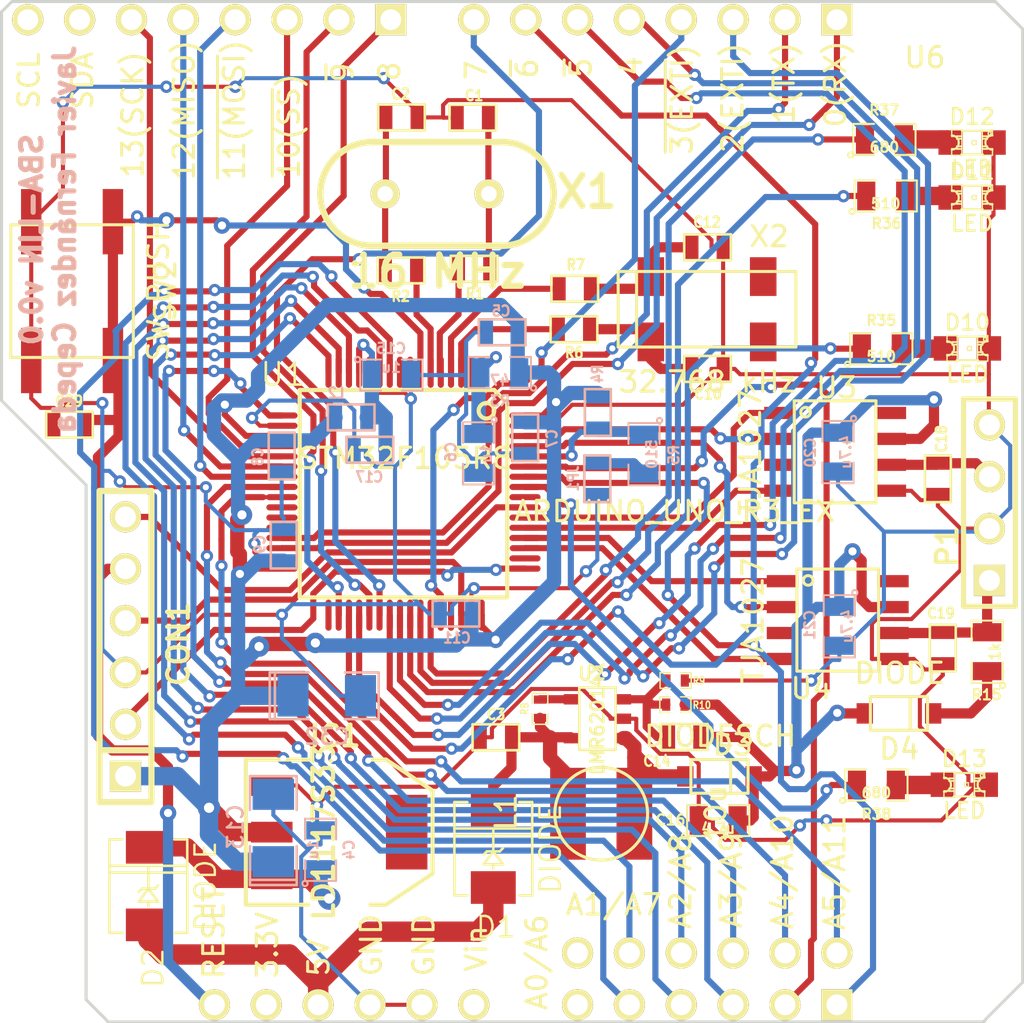
<source format=kicad_pcb>
(kicad_pcb (version 20171130) (host pcbnew "(5.1.12)-1")
  (layers (0 F.Cu signal) (31 B.Cu signal) (34 B.Paste user hide) (35 F.Paste user hide) (36 B.SilkS user hide) (37 F.SilkS user hide) (38 B.Mask user hide) (39 F.Mask user hide) (44 Edge.Cuts user))
  (net 0 "")
  (net 1 "/LIN Interface/EN_LIN1")
  (net 2 "/LIN Interface/EN_LIN2")
  (net 3 "/LIN Interface/LIN1")
  (net 4 "/LIN Interface/LIN2")
  (net 5 "/LIN Interface/RX_LIN1")
  (net 6 "/LIN Interface/RX_LIN2")
  (net 7 "/LIN Interface/TX_LIN1")
  (net 8 "/LIN Interface/TX_LIN2")
  (net 9 /OSC32_IN)
  (net 10 /OSC32_OUT)
  (net 11 /OSC_IN)
  (net 12 /OSC_OUT)
  (net 13 /Peripherals/5V)
  (net 14 /Peripherals/A1)
  (net 15 /Peripherals/A10)
  (net 16 /Peripherals/A11)
  (net 17 /Peripherals/A2)
  (net 18 /Peripherals/A3)
  (net 19 /Peripherals/A7)
  (net 20 /Peripherals/A8)
  (net 21 /Peripherals/A9)
  (net 22 /Peripherals/GPIO1)
  (net 23 /Peripherals/GPIO2)
  (net 24 /Peripherals/GPIO3)
  (net 25 /Peripherals/GPIO4)
  (net 26 /Peripherals/LED1)
  (net 27 /Peripherals/LED2)
  (net 28 /Peripherals/LED3)
  (net 29 /Peripherals/LED4)
  (net 30 /Peripherals/PWM1)
  (net 31 /Peripherals/PWM2)
  (net 32 /Peripherals/PWM3)
  (net 33 /Peripherals/PWM4)
  (net 34 /Peripherals/RESET_BUTTON)
  (net 35 /Peripherals/RX)
  (net 36 /Peripherals/SCL)
  (net 37 /Peripherals/SDA)
  (net 38 /Peripherals/SPI_MISO)
  (net 39 /Peripherals/SPI_MOSI)
  (net 40 /Peripherals/SPI_NSS)
  (net 41 /Peripherals/SPI_SCLK)
  (net 42 /Peripherals/TX)
  (net 43 "/Power Interface/12V")
  (net 44 "/Power Interface/3V3")
  (net 45 "/Power Interface/VDDA")
  (net 46 /SWCLK)
  (net 47 /SWDIO)
  (net 48 /SWO)
  (net 49 GND)
  (net 50 N-0000047)
  (net 51 N-0000048)
  (net 52 N-0000049)
  (net 53 N-0000059)
  (net 54 N-0000060)
  (net 55 N-0000062)
  (net 56 N-0000063)
  (net 57 N-0000067)
  (net 58 N-0000068)
  (net 59 N-0000069)
  (net 60 N-0000071)
  (net 61 N-0000077)
  (net 62 N-0000082)
  (net 63 N-0000083)
  (net 64 N-0000084)
  (net 65 N-0000085)
  (net 66 N-0000086)
  (module SOT23-5 (layer F.Cu) (at 229.178 135.287 90)
    (fp_text reference U2 (at 2.19964 -0.29972 180) (layer F.SilkS) (effects (font (size 0.635 0.635) (thickness 0.127))))
    (fp_text value LMR62014X (at 0 0 90) (layer F.SilkS) (effects (font (size 0.635 0.635) (thickness 0.127))))
    (pad 1 smd rect (at -0.9525 1.27 90) (size 0.508 0.762) (layers F.Cu F.Paste F.Mask) (net 66 N-0000086))
    (pad 3 smd rect (at 0.9525 1.27 90) (size 0.508 0.762) (layers F.Cu F.Paste F.Mask) (net 64 N-0000084))
    (pad 5 smd rect (at -0.9525 -1.27 90) (size 0.508 0.762) (layers F.Cu F.Paste F.Mask) (net 62 N-0000082))
    (pad 2 smd rect (at 0 1.27 90) (size 0.508 0.762) (layers F.Cu F.Paste F.Mask) (net 49 GND))
    (pad 4 smd rect (at 0.9525 -1.27 90) (size 0.508 0.762) (layers F.Cu F.Paste F.Mask) (net 63 N-0000083))
  )
  (module SOT223 (layer F.Cu) (at 216.535 140.843 270)
    (fp_text reference IC1 (at -4.7117 0.2032) (layer F.SilkS) (effects (font (size 1.016 1.016) (thickness 0.2032))))
    (fp_text value LD1117S33 (at 0 0.762 270) (layer F.SilkS) (effects (font (size 1.016 1.016) (thickness 0.2032))))
    (pad 4 smd rect (at 0 -3.302 270) (size 3.6576 2.032) (layers F.Cu F.Paste F.Mask))
    (pad 2 smd rect (at 0 3.302 270) (size 1.016 2.032) (layers F.Cu F.Paste F.Mask) (net 44 "/Power Interface/3V3"))
    (pad 3 smd rect (at 2.286 3.302 270) (size 1.016 2.032) (layers F.Cu F.Paste F.Mask) (net 65 N-0000085))
    (pad 1 smd rect (at -2.286 3.302 270) (size 1.016 2.032) (layers F.Cu F.Paste F.Mask) (net 49 GND))
  )
  (module SOIC8 (layer F.Cu) (at 240.817 122.212 270)
    (fp_text reference U3 (at -3.1369 -0.0762) (layer F.SilkS))
    (fp_text value TJA1027 (at 0.0254 4.1529 270) (layer F.SilkS))
    (pad 3 smd rect (at 0.635 2.7 270) (size 0.6 1.55) (layers F.Cu F.Paste F.Mask))
    (pad 2 smd rect (at -0.635 2.7 270) (size 0.6 1.55) (layers F.Cu F.Paste F.Mask) (net 2 "/LIN Interface/EN_LIN2"))
    (pad 1 smd rect (at -1.905 2.7 270) (size 0.6 1.55) (layers F.Cu F.Paste F.Mask) (net 6 "/LIN Interface/RX_LIN2"))
    (pad 4 smd rect (at 1.905 2.7 270) (size 0.6 1.55) (layers F.Cu F.Paste F.Mask) (net 8 "/LIN Interface/TX_LIN2"))
    (pad 8 smd rect (at -1.905 -2.7 270) (size 0.6 1.55) (layers F.Cu F.Paste F.Mask))
    (pad 7 smd rect (at -0.635 -2.7 270) (size 0.6 1.55) (layers F.Cu F.Paste F.Mask) (net 43 "/Power Interface/12V"))
    (pad 6 smd rect (at 0.635 -2.7 270) (size 0.6 1.55) (layers F.Cu F.Paste F.Mask) (net 4 "/LIN Interface/LIN2"))
    (pad 5 smd rect (at 1.905 -2.7 270) (size 0.6 1.55) (layers F.Cu F.Paste F.Mask) (net 49 GND))
  )
  (module SOIC8 (layer F.Cu) (at 240.944 130.454 270)
    (fp_text reference U4 (at 3.3528 1.2954) (layer F.SilkS))
    (fp_text value TJA1027 (at 0.0254 4.1529 270) (layer F.SilkS))
    (pad 3 smd rect (at 0.635 2.7 270) (size 0.6 1.55) (layers F.Cu F.Paste F.Mask))
    (pad 2 smd rect (at -0.635 2.7 270) (size 0.6 1.55) (layers F.Cu F.Paste F.Mask) (net 1 "/LIN Interface/EN_LIN1"))
    (pad 1 smd rect (at -1.905 2.7 270) (size 0.6 1.55) (layers F.Cu F.Paste F.Mask) (net 5 "/LIN Interface/RX_LIN1"))
    (pad 4 smd rect (at 1.905 2.7 270) (size 0.6 1.55) (layers F.Cu F.Paste F.Mask) (net 7 "/LIN Interface/TX_LIN1"))
    (pad 8 smd rect (at -1.905 -2.7 270) (size 0.6 1.55) (layers F.Cu F.Paste F.Mask))
    (pad 7 smd rect (at -0.635 -2.7 270) (size 0.6 1.55) (layers F.Cu F.Paste F.Mask) (net 43 "/Power Interface/12V"))
    (pad 6 smd rect (at 0.635 -2.7 270) (size 0.6 1.55) (layers F.Cu F.Paste F.Mask) (net 3 "/LIN Interface/LIN1"))
    (pad 5 smd rect (at 1.905 -2.7 270) (size 0.6 1.55) (layers F.Cu F.Paste F.Mask) (net 49 GND))
  )
  (module SOD123 (layer F.Cu) (at 243.942 135.026)
    (fp_text reference D4 (at 0.0127 1.7399) (layer F.SilkS))
    (fp_text value DIODE (at 0.0381 -1.9685) (layer F.SilkS))
    (pad 1 smd rect (at -1.675 0) (size 0.8 1) (layers F.Cu F.Paste F.Mask) (net 43 "/Power Interface/12V"))
    (pad 2 smd rect (at 1.675 0) (size 0.8 1) (layers F.Cu F.Paste F.Mask) (net 61 N-0000077))
  )
  (module SOD123 (layer F.Cu) (at 235.153 138.112)
    (fp_text reference D3 (at 0.6477 -1.5494) (layer F.SilkS))
    (fp_text value DIODESCH (at 0.0381 -1.9685) (layer F.SilkS))
    (pad 1 smd rect (at -1.675 0) (size 0.8 1) (layers F.Cu F.Paste F.Mask) (net 66 N-0000086))
    (pad 2 smd rect (at 1.675 0) (size 0.8 1) (layers F.Cu F.Paste F.Mask) (net 43 "/Power Interface/12V"))
  )
  (module SM1206POL (layer B.Cu) (at 213.309 140.64 90)
    (fp_text reference C13 (at 0.0508 -1.8542 90) (layer B.SilkS) (effects (font (size 0.762 0.762) (thickness 0.127)) (justify mirror)))
    (fp_text value 10u hide)
    (pad 1 smd rect (at -1.651 0 90) (size 1.524 2.032) (layers B.Cu B.Paste B.Mask) (net 44 "/Power Interface/3V3"))
    (pad 2 smd rect (at 1.651 0 90) (size 1.524 2.032) (layers B.Cu B.Paste B.Mask) (net 49 GND))
  )
  (module SM1206POL (layer B.Cu) (at 215.925 134.163)
    (fp_text reference C32 (at 0.0127 1.9939) (layer B.SilkS) (effects (font (size 0.762 0.762) (thickness 0.127)) (justify mirror)))
    (fp_text value 4u7 hide)
    (pad 1 smd rect (at -1.651 0) (size 1.524 2.032) (layers B.Cu B.Paste B.Mask) (net 44 "/Power Interface/3V3"))
    (pad 2 smd rect (at 1.651 0) (size 1.524 2.032) (layers B.Cu B.Paste B.Mask) (net 49 GND))
  )
  (module SM0805 (layer F.Cu) (at 235.09 140.272)
    (fp_text reference C16 (at -2.3368 -0.0254) (layer F.SilkS) (effects (font (size 0.50038 0.50038) (thickness 0.10922))))
    (fp_text value 4.7u (at 0 0.381) (layer F.SilkS) (effects (font (size 0.50038 0.50038) (thickness 0.10922))))
    (pad 1 smd rect (at -0.9525 0) (size 0.889 1.397) (layers F.Cu F.Paste F.Mask) (net 49 GND))
    (pad 2 smd rect (at 0.9525 0) (size 0.889 1.397) (layers F.Cu F.Paste F.Mask) (net 43 "/Power Interface/12V"))
  )
  (module SM0805 (layer B.Cu) (at 224.396 118.326 180)
    (fp_text reference R3 (at -0.0127 -1.3843 180) (layer B.SilkS) (effects (font (size 0.50038 0.50038) (thickness 0.10922)) (justify mirror)))
    (fp_text value 47 (at 0 -0.381 180) (layer B.SilkS) (effects (font (size 0.50038 0.50038) (thickness 0.10922)) (justify mirror)))
    (pad 1 smd rect (at -0.9525 0 180) (size 0.889 1.397) (layers B.Cu B.Paste B.Mask) (net 44 "/Power Interface/3V3"))
    (pad 2 smd rect (at 0.9525 0 180) (size 0.889 1.397) (layers B.Cu B.Paste B.Mask) (net 51 N-0000048))
  )
  (module SM0805 (layer F.Cu) (at 243.078 117.158)
    (fp_text reference R35 (at 0 -1.3843) (layer F.SilkS) (effects (font (size 0.50038 0.50038) (thickness 0.10922))))
    (fp_text value 510 (at 0 0.381) (layer F.SilkS) (effects (font (size 0.50038 0.50038) (thickness 0.10922))))
    (pad 1 smd rect (at -0.9525 0) (size 0.889 1.397) (layers F.Cu F.Paste F.Mask) (net 26 /Peripherals/LED1))
    (pad 2 smd rect (at 0.9525 0) (size 0.889 1.397) (layers F.Cu F.Paste F.Mask) (net 58 N-0000068))
  )
  (module SM0805 (layer F.Cu) (at 243.294 109.677)
    (fp_text reference R36 (at 0.0381 1.3462) (layer F.SilkS) (effects (font (size 0.50038 0.50038) (thickness 0.10922))))
    (fp_text value 510 (at 0 0.381) (layer F.SilkS) (effects (font (size 0.50038 0.50038) (thickness 0.10922))))
    (pad 1 smd rect (at -0.9525 0) (size 0.889 1.397) (layers F.Cu F.Paste F.Mask) (net 27 /Peripherals/LED2))
    (pad 2 smd rect (at 0.9525 0) (size 0.889 1.397) (layers F.Cu F.Paste F.Mask) (net 57 N-0000067))
  )
  (module SM0805 (layer F.Cu) (at 248.26 132.004 90)
    (fp_text reference R15 (at -2.1082 -0.0254 180) (layer F.SilkS) (effects (font (size 0.50038 0.50038) (thickness 0.10922))))
    (fp_text value 1k (at 0 0.381 90) (layer F.SilkS) (effects (font (size 0.50038 0.50038) (thickness 0.10922))))
    (pad 1 smd rect (at -0.9525 0 90) (size 0.889 1.397) (layers F.Cu F.Paste F.Mask) (net 61 N-0000077))
    (pad 2 smd rect (at 0.9525 0 90) (size 0.889 1.397) (layers F.Cu F.Paste F.Mask) (net 3 "/LIN Interface/LIN1"))
  )
  (module SM0805 (layer B.Cu) (at 215.621 141.707 90)
    (fp_text reference C4 (at 0 1.397 90) (layer B.SilkS) (effects (font (size 0.50038 0.50038) (thickness 0.10922)) (justify mirror)))
    (fp_text value 1u (at 0 -0.381 90) (layer B.SilkS) (effects (font (size 0.50038 0.50038) (thickness 0.10922)) (justify mirror)))
    (pad 1 smd rect (at -0.9525 0 90) (size 0.889 1.397) (layers B.Cu B.Paste B.Mask) (net 65 N-0000085))
    (pad 2 smd rect (at 0.9525 0 90) (size 0.889 1.397) (layers B.Cu B.Paste B.Mask) (net 49 GND))
  )
  (module SM0805 (layer B.Cu) (at 223.355 122.288 270)
    (fp_text reference C6 (at -0.0635 1.3589 270) (layer B.SilkS) (effects (font (size 0.50038 0.50038) (thickness 0.10922)) (justify mirror)))
    (fp_text value 1u (at 0 -0.381 270) (layer B.SilkS) (effects (font (size 0.50038 0.50038) (thickness 0.10922)) (justify mirror)))
    (pad 1 smd rect (at -0.9525 0 270) (size 0.889 1.397) (layers B.Cu B.Paste B.Mask) (net 51 N-0000048))
    (pad 2 smd rect (at 0.9525 0 270) (size 0.889 1.397) (layers B.Cu B.Paste B.Mask) (net 49 GND))
  )
  (module SM0805 (layer B.Cu) (at 219.088 118.453)
    (fp_text reference C15 (at -0.0127 -1.3081) (layer B.SilkS) (effects (font (size 0.50038 0.50038) (thickness 0.10922)) (justify mirror)))
    (fp_text value 1u (at 0 -0.381) (layer B.SilkS) (effects (font (size 0.50038 0.50038) (thickness 0.10922)) (justify mirror)))
    (pad 1 smd rect (at -0.9525 0) (size 0.889 1.397) (layers B.Cu B.Paste B.Mask) (net 45 "/Power Interface/VDDA"))
    (pad 2 smd rect (at 0.9525 0) (size 0.889 1.397) (layers B.Cu B.Paste B.Mask) (net 49 GND))
  )
  (module SM0805 (layer F.Cu) (at 243.23 106.909)
    (fp_text reference R37 (at -0.0127 -1.4351) (layer F.SilkS) (effects (font (size 0.50038 0.50038) (thickness 0.10922))))
    (fp_text value 680 (at 0 0.381) (layer F.SilkS) (effects (font (size 0.50038 0.50038) (thickness 0.10922))))
    (pad 1 smd rect (at -0.9525 0) (size 0.889 1.397) (layers F.Cu F.Paste F.Mask) (net 28 /Peripherals/LED3))
    (pad 2 smd rect (at 0.9525 0) (size 0.889 1.397) (layers F.Cu F.Paste F.Mask) (net 60 N-0000071))
  )
  (module SM0805 (layer B.Cu) (at 231.458 122.326 270)
    (fp_text reference R5 (at 0.0381 -1.4605 270) (layer B.SilkS) (effects (font (size 0.50038 0.50038) (thickness 0.10922)) (justify mirror)))
    (fp_text value 510 (at 0 -0.381 270) (layer B.SilkS) (effects (font (size 0.50038 0.50038) (thickness 0.10922)) (justify mirror)))
    (pad 1 smd rect (at -0.9525 0 270) (size 0.889 1.397) (layers B.Cu B.Paste B.Mask) (net 52 N-0000049))
    (pad 2 smd rect (at 0.9525 0 270) (size 0.889 1.397) (layers B.Cu B.Paste B.Mask) (net 50 N-0000047))
  )
  (module SM0805 (layer F.Cu) (at 242.837 138.532)
    (fp_text reference R38 (at 0 1.4351) (layer F.SilkS) (effects (font (size 0.50038 0.50038) (thickness 0.10922))))
    (fp_text value 680 (at 0 0.381) (layer F.SilkS) (effects (font (size 0.50038 0.50038) (thickness 0.10922))))
    (pad 1 smd rect (at -0.9525 0) (size 0.889 1.397) (layers F.Cu F.Paste F.Mask) (net 29 /Peripherals/LED4))
    (pad 2 smd rect (at 0.9525 0) (size 0.889 1.397) (layers F.Cu F.Paste F.Mask) (net 59 N-0000069))
  )
  (module SM0603 (layer F.Cu) (at 203.327 120.879 180)
    (fp_text reference C29 (at 0.0127 1.143 180) (layer F.SilkS) (effects (font (size 0.508 0.4572) (thickness 0.1143))))
    (fp_text value 100n hide)
    (pad 1 smd rect (at -0.762 0 180) (size 0.635 1.143) (layers F.Cu F.Paste F.Mask) (net 34 /Peripherals/RESET_BUTTON))
    (pad 2 smd rect (at 0.762 0 180) (size 0.635 1.143) (layers F.Cu F.Paste F.Mask) (net 49 GND))
  )
  (module SM0603 (layer B.Cu) (at 222.25 130.137)
    (fp_text reference C11 (at 0.0508 1.1938) (layer B.SilkS) (effects (font (size 0.508 0.4572) (thickness 0.1143)) (justify mirror)))
    (fp_text value 100n hide)
    (pad 1 smd rect (at -0.762 0) (size 0.635 1.143) (layers B.Cu B.Paste B.Mask) (net 49 GND))
    (pad 2 smd rect (at 0.762 0) (size 0.635 1.143) (layers B.Cu B.Paste B.Mask) (net 44 "/Power Interface/3V3"))
  )
  (module SM0603 (layer F.Cu) (at 245.847 123.533 270)
    (fp_text reference C18 (at -1.9558 -0.1778 270) (layer F.SilkS) (effects (font (size 0.508 0.4572) (thickness 0.1143))))
    (fp_text value 220p hide)
    (pad 1 smd rect (at -0.762 0 270) (size 0.635 1.143) (layers F.Cu F.Paste F.Mask) (net 4 "/LIN Interface/LIN2"))
    (pad 2 smd rect (at 0.762 0 270) (size 0.635 1.143) (layers F.Cu F.Paste F.Mask) (net 49 GND))
  )
  (module SM0603 (layer F.Cu) (at 246.088 131.826 270)
    (fp_text reference C19 (at -1.7018 0.0889) (layer F.SilkS) (effects (font (size 0.508 0.4572) (thickness 0.1143))))
    (fp_text value 1n hide)
    (pad 1 smd rect (at -0.762 0 270) (size 0.635 1.143) (layers F.Cu F.Paste F.Mask) (net 3 "/LIN Interface/LIN1"))
    (pad 2 smd rect (at 0.762 0 270) (size 0.635 1.143) (layers F.Cu F.Paste F.Mask) (net 49 GND))
  )
  (module SM0603 (layer B.Cu) (at 213.716 122.415 90)
    (fp_text reference C8 (at -0.0381 -1.1684 90) (layer B.SilkS) (effects (font (size 0.508 0.4572) (thickness 0.1143)) (justify mirror)))
    (fp_text value 100n hide)
    (pad 1 smd rect (at -0.762 0 90) (size 0.635 1.143) (layers B.Cu B.Paste B.Mask) (net 49 GND))
    (pad 2 smd rect (at 0.762 0 90) (size 0.635 1.143) (layers B.Cu B.Paste B.Mask) (net 44 "/Power Interface/3V3"))
  )
  (module SM0603 (layer B.Cu) (at 213.817 126.784 270)
    (fp_text reference C9 (at -0.0381 1.1684 270) (layer B.SilkS) (effects (font (size 0.508 0.4572) (thickness 0.1143)) (justify mirror)))
    (fp_text value 100n hide)
    (pad 1 smd rect (at -0.762 0 270) (size 0.635 1.143) (layers B.Cu B.Paste B.Mask) (net 49 GND))
    (pad 2 smd rect (at 0.762 0 270) (size 0.635 1.143) (layers B.Cu B.Paste B.Mask) (net 44 "/Power Interface/3V3"))
  )
  (module SM0603 (layer B.Cu) (at 225.641 121.526 90)
    (fp_text reference C7 (at -0.0381 1.3081 90) (layer B.SilkS) (effects (font (size 0.508 0.4572) (thickness 0.1143)) (justify mirror)))
    (fp_text value 100n hide)
    (pad 1 smd rect (at -0.762 0 90) (size 0.635 1.143) (layers B.Cu B.Paste B.Mask) (net 49 GND))
    (pad 2 smd rect (at 0.762 0 90) (size 0.635 1.143) (layers B.Cu B.Paste B.Mask) (net 44 "/Power Interface/3V3"))
  )
  (module SM0603 (layer B.Cu) (at 217.119 120.523)
    (fp_text reference L2 (at -0.7366 -1.1938) (layer B.SilkS) (effects (font (size 0.508 0.4572) (thickness 0.1143)) (justify mirror)))
    (fp_text value fcm1608 hide)
    (pad 1 smd rect (at -0.762 0) (size 0.635 1.143) (layers B.Cu B.Paste B.Mask) (net 44 "/Power Interface/3V3"))
    (pad 2 smd rect (at 0.762 0) (size 0.635 1.143) (layers B.Cu B.Paste B.Mask) (net 45 "/Power Interface/VDDA"))
  )
  (module SM0603 (layer F.Cu) (at 219.583 105.829 180)
    (fp_text reference C2 (at 0.0381 1.143 180) (layer F.SilkS) (effects (font (size 0.508 0.4572) (thickness 0.1143))))
    (fp_text value 4.7p hide)
    (pad 1 smd rect (at -0.762 0 180) (size 0.635 1.143) (layers F.Cu F.Paste F.Mask) (net 49 GND))
    (pad 2 smd rect (at 0.762 0 180) (size 0.635 1.143) (layers F.Cu F.Paste F.Mask) (net 54 N-0000060))
  )
  (module SM0603 (layer F.Cu) (at 223.139 113.246 180)
    (fp_text reference R1 (at -0.0381 -1.2192 180) (layer F.SilkS) (effects (font (size 0.508 0.4572) (thickness 0.1143))))
    (fp_text value 0 hide)
    (pad 1 smd rect (at -0.762 0 180) (size 0.635 1.143) (layers F.Cu F.Paste F.Mask) (net 53 N-0000059))
    (pad 2 smd rect (at 0.762 0 180) (size 0.635 1.143) (layers F.Cu F.Paste F.Mask) (net 11 /OSC_IN))
  )
  (module SM0603 (layer F.Cu) (at 219.558 113.322)
    (fp_text reference R2 (at -0.0127 1.27) (layer F.SilkS) (effects (font (size 0.508 0.4572) (thickness 0.1143))))
    (fp_text value 0 hide)
    (pad 1 smd rect (at -0.762 0) (size 0.635 1.143) (layers F.Cu F.Paste F.Mask) (net 54 N-0000060))
    (pad 2 smd rect (at 0.762 0) (size 0.635 1.143) (layers F.Cu F.Paste F.Mask) (net 12 /OSC_OUT))
  )
  (module SM0603 (layer B.Cu) (at 229.172 123.533 270)
    (fp_text reference JP1 (at -0.0127 1.1811 270) (layer B.SilkS) (effects (font (size 0.508 0.4572) (thickness 0.1143)) (justify mirror)))
    (fp_text value JUMPER hide)
    (pad 1 smd rect (at -0.762 0 270) (size 0.635 1.143) (layers B.Cu B.Paste B.Mask) (net 50 N-0000047))
    (pad 2 smd rect (at 0.762 0 270) (size 0.635 1.143) (layers B.Cu B.Paste B.Mask) (net 49 GND))
  )
  (module SM0603 (layer F.Cu) (at 234.569 118.148 180)
    (fp_text reference C10 (at -0.0254 -1.2319 180) (layer F.SilkS) (effects (font (size 0.508 0.4572) (thickness 0.1143))))
    (fp_text value 6.8p hide)
    (pad 1 smd rect (at -0.762 0 180) (size 0.635 1.143) (layers F.Cu F.Paste F.Mask) (net 49 GND))
    (pad 2 smd rect (at 0.762 0 180) (size 0.635 1.143) (layers F.Cu F.Paste F.Mask) (net 55 N-0000062))
  )
  (module SM0603 (layer F.Cu) (at 234.569 112.192 180)
    (fp_text reference C12 (at 0.0254 1.2319 180) (layer F.SilkS) (effects (font (size 0.508 0.4572) (thickness 0.1143))))
    (fp_text value 6.8p hide)
    (pad 1 smd rect (at -0.762 0 180) (size 0.635 1.143) (layers F.Cu F.Paste F.Mask) (net 49 GND))
    (pad 2 smd rect (at 0.762 0 180) (size 0.635 1.143) (layers F.Cu F.Paste F.Mask) (net 56 N-0000063))
  )
  (module SM0603 (layer F.Cu) (at 228.028 116.205 180)
    (fp_text reference R6 (at -0.0127 -1.1557 180) (layer F.SilkS) (effects (font (size 0.508 0.4572) (thickness 0.1143))))
    (fp_text value 0 hide)
    (pad 1 smd rect (at -0.762 0 180) (size 0.635 1.143) (layers F.Cu F.Paste F.Mask) (net 55 N-0000062))
    (pad 2 smd rect (at 0.762 0 180) (size 0.635 1.143) (layers F.Cu F.Paste F.Mask) (net 9 /OSC32_IN))
  )
  (module SM0603 (layer F.Cu) (at 228.067 114.224 180)
    (fp_text reference R7 (at -0.0508 1.1811 180) (layer F.SilkS) (effects (font (size 0.508 0.4572) (thickness 0.1143))))
    (fp_text value 0 hide)
    (pad 1 smd rect (at -0.762 0 180) (size 0.635 1.143) (layers F.Cu F.Paste F.Mask) (net 56 N-0000063))
    (pad 2 smd rect (at 0.762 0 180) (size 0.635 1.143) (layers F.Cu F.Paste F.Mask) (net 10 /OSC32_OUT))
  )
  (module SM0603 (layer B.Cu) (at 218.034 122.11 180)
    (fp_text reference C17 (at 0.0254 -1.3335 180) (layer B.SilkS) (effects (font (size 0.508 0.4572) (thickness 0.1143)) (justify mirror)))
    (fp_text value 100n hide)
    (pad 1 smd rect (at -0.762 0 180) (size 0.635 1.143) (layers B.Cu B.Paste B.Mask) (net 45 "/Power Interface/VDDA"))
    (pad 2 smd rect (at 0.762 0 180) (size 0.635 1.143) (layers B.Cu B.Paste B.Mask) (net 49 GND))
  )
  (module SM0603 (layer F.Cu) (at 223.076 105.842)
    (fp_text reference C1 (at 0.0635 -1.0795) (layer F.SilkS) (effects (font (size 0.508 0.4572) (thickness 0.1143))))
    (fp_text value 4.7p hide)
    (pad 1 smd rect (at -0.762 0) (size 0.635 1.143) (layers F.Cu F.Paste F.Mask) (net 49 GND))
    (pad 2 smd rect (at 0.762 0) (size 0.635 1.143) (layers F.Cu F.Paste F.Mask) (net 53 N-0000059))
  )
  (module SM0603 (layer B.Cu) (at 224.511 116.357 180)
    (fp_text reference C5 (at 0.0508 1.0414 180) (layer B.SilkS) (effects (font (size 0.508 0.4572) (thickness 0.1143)) (justify mirror)))
    (fp_text value 100n hide)
    (pad 1 smd rect (at -0.762 0 180) (size 0.635 1.143) (layers B.Cu B.Paste B.Mask) (net 44 "/Power Interface/3V3"))
    (pad 2 smd rect (at 0.762 0 180) (size 0.635 1.143) (layers B.Cu B.Paste B.Mask) (net 49 GND))
  )
  (module SM0603 (layer F.Cu) (at 224.206 136.195 180)
    (fp_text reference C3 (at 0 1.1176 180) (layer F.SilkS) (effects (font (size 0.508 0.4572) (thickness 0.1143))))
    (fp_text value 3.3u hide)
    (pad 1 smd rect (at -0.762 0 180) (size 0.635 1.143) (layers F.Cu F.Paste F.Mask) (net 62 N-0000082))
    (pad 2 smd rect (at 0.762 0 180) (size 0.635 1.143) (layers F.Cu F.Paste F.Mask) (net 49 GND))
  )
  (module SM0603 (layer F.Cu) (at 233.426 136.182)
    (fp_text reference C14 (at -1.3335 1.1811) (layer F.SilkS) (effects (font (size 0.508 0.4572) (thickness 0.1143))))
    (fp_text value 330p hide)
    (pad 1 smd rect (at -0.762 0) (size 0.635 1.143) (layers F.Cu F.Paste F.Mask) (net 64 N-0000084))
    (pad 2 smd rect (at 0.762 0) (size 0.635 1.143) (layers F.Cu F.Paste F.Mask) (net 43 "/Power Interface/12V"))
  )
  (module SM0402 (layer F.Cu) (at 232.994 134.595)
    (fp_text reference R10 (at 1.2954 0.0254) (layer F.SilkS) (effects (font (size 0.35052 0.3048) (thickness 0.07112))))
    (fp_text value 8.66k hide)
    (pad 1 smd rect (at -0.44958 0) (size 0.39878 0.59944) (layers F.Cu F.Paste F.Mask) (net 64 N-0000084))
    (pad 2 smd rect (at 0.44958 0) (size 0.39878 0.59944) (layers F.Cu F.Paste F.Mask) (net 43 "/Power Interface/12V"))
  )
  (module SM0402 (layer F.Cu) (at 226.365 134.798 90)
    (fp_text reference R8 (at 0 -0.7493 90) (layer F.SilkS) (effects (font (size 0.35052 0.3048) (thickness 0.07112))))
    (fp_text value 1000k hide)
    (pad 1 smd rect (at -0.44958 0 90) (size 0.39878 0.59944) (layers F.Cu F.Paste F.Mask) (net 62 N-0000082))
    (pad 2 smd rect (at 0.44958 0 90) (size 0.39878 0.59944) (layers F.Cu F.Paste F.Mask) (net 63 N-0000083))
  )
  (module SM0402 (layer F.Cu) (at 233.007 133.414)
    (fp_text reference R9 (at 1.143 0.0127) (layer F.SilkS) (effects (font (size 0.35052 0.3048) (thickness 0.07112))))
    (fp_text value 976 hide)
    (pad 1 smd rect (at -0.44958 0) (size 0.39878 0.59944) (layers F.Cu F.Paste F.Mask) (net 64 N-0000084))
    (pad 2 smd rect (at 0.44958 0) (size 0.39878 0.59944) (layers F.Cu F.Paste F.Mask) (net 49 GND))
  )
  (module RTC (layer F.Cu) (at 234.544 115.227)
    (fp_text reference X2 (at 3.0353 -3.5687) (layer F.SilkS))
    (fp_text value "32.768 kHz" (at 0.0127 3.556) (layer F.SilkS))
    (pad 1 smd rect (at -2.75 -1.6) (size 1.3 1.9) (layers F.Cu F.Paste F.Mask) (net 56 N-0000063))
    (pad 2 smd rect (at -2.75 1.6) (size 1.3 1.9) (layers F.Cu F.Paste F.Mask) (net 55 N-0000062))
    (pad 3 smd rect (at 2.75 -1.6) (size 1.3 1.9) (layers F.Cu F.Paste F.Mask))
    (pad 4 smd rect (at 2.75 1.6) (size 1.3 1.9) (layers F.Cu F.Paste F.Mask))
  )
  (module PIN_ARRAY-6X1 (layer F.Cu) (at 206.07 131.75 90)
    (fp_text reference CON1 (at 0.127 2.5908 90) (layer F.SilkS) (effects (font (size 1.016 1.016) (thickness 0.2032))))
    (fp_text value SWD hide)
    (pad 1 thru_hole rect (at -6.35 0 90) (size 1.524 1.524) (drill 1.016) (layers *.Cu *.Mask F.SilkS) (net 44 "/Power Interface/3V3"))
    (pad 2 thru_hole circle (at -3.81 0 90) (size 1.524 1.524) (drill 1.016) (layers *.Cu *.Mask F.SilkS) (net 46 /SWCLK))
    (pad 3 thru_hole circle (at -1.27 0 90) (size 1.524 1.524) (drill 1.016) (layers *.Cu *.Mask F.SilkS) (net 49 GND))
    (pad 4 thru_hole circle (at 1.27 0 90) (size 1.524 1.524) (drill 1.016) (layers *.Cu *.Mask F.SilkS) (net 47 /SWDIO))
    (pad 5 thru_hole circle (at 3.81 0 90) (size 1.524 1.524) (drill 1.016) (layers *.Cu *.Mask F.SilkS) (net 34 /Peripherals/RESET_BUTTON))
    (pad 6 thru_hole circle (at 6.35 0 90) (size 1.524 1.524) (drill 1.016) (layers *.Cu *.Mask F.SilkS) (net 48 /SWO))
  )
  (module LQFP64 (layer F.Cu) (at 219.761 124.181 180)
    (fp_text reference U1 (at 5.9817 5.7658 180) (layer F.SilkS) (effects (font (size 1.09982 1.09982) (thickness 0.127))))
    (fp_text value STM32F105R8 (at 0 1.651 180) (layer F.SilkS) (effects (font (size 1.00076 1.00076) (thickness 0.1524))))
    (pad 1 smd rect (at -3.74904 5.86994 180) (size 0.3 1.524) (layers F.Cu F.Paste F.Mask) (net 51 N-0000048))
    (pad 2 smd oval (at -3.24866 5.86994 180) (size 0.3 1.524) (layers F.Cu F.Paste F.Mask))
    (pad 3 smd oval (at -2.74828 5.86994 180) (size 0.3 1.524) (layers F.Cu F.Paste F.Mask) (net 9 /OSC32_IN))
    (pad 4 smd oval (at -2.2479 5.86994 180) (size 0.3 1.524) (layers F.Cu F.Paste F.Mask) (net 10 /OSC32_OUT))
    (pad 5 smd oval (at -1.74752 5.86994 180) (size 0.3 1.524) (layers F.Cu F.Paste F.Mask) (net 11 /OSC_IN))
    (pad 6 smd oval (at -1.24968 5.86994 180) (size 0.3 1.524) (layers F.Cu F.Paste F.Mask) (net 12 /OSC_OUT))
    (pad 7 smd oval (at -0.7493 5.86994 180) (size 0.3 1.524) (layers F.Cu F.Paste F.Mask) (net 34 /Peripherals/RESET_BUTTON))
    (pad 8 smd oval (at -0.24892 5.86994 180) (size 0.3 1.524) (layers F.Cu F.Paste F.Mask))
    (pad 9 smd oval (at 0.25146 5.86994 180) (size 0.3 1.524) (layers F.Cu F.Paste F.Mask))
    (pad 10 smd oval (at 0.75184 5.86994 180) (size 0.3 1.524) (layers F.Cu F.Paste F.Mask) (net 14 /Peripherals/A1))
    (pad 11 smd oval (at 1.25222 5.86994 180) (size 0.3 1.524) (layers F.Cu F.Paste F.Mask) (net 19 /Peripherals/A7))
    (pad 12 smd oval (at 1.75006 5.86994 180) (size 0.3 1.524) (layers F.Cu F.Paste F.Mask) (net 49 GND))
    (pad 13 smd oval (at 2.25044 5.86994 180) (size 0.3 1.524) (layers F.Cu F.Paste F.Mask) (net 45 "/Power Interface/VDDA"))
    (pad 14 smd oval (at 2.75082 5.86994 180) (size 0.3 1.524) (layers F.Cu F.Paste F.Mask) (net 17 /Peripherals/A2))
    (pad 15 smd oval (at 3.2512 5.86994 180) (size 0.3 1.524) (layers F.Cu F.Paste F.Mask) (net 20 /Peripherals/A8))
    (pad 16 smd oval (at 3.75158 5.86994 180) (size 0.3 1.524) (layers F.Cu F.Paste F.Mask) (net 18 /Peripherals/A3))
    (pad 17 smd oval (at 6.0325 3.74904 180) (size 1.524 0.3) (layers F.Cu F.Paste F.Mask) (net 21 /Peripherals/A9))
    (pad 18 smd oval (at 6.0325 3.24866 180) (size 1.524 0.3) (layers F.Cu F.Paste F.Mask) (net 49 GND))
    (pad 19 smd oval (at 6.0325 2.74828 180) (size 1.524 0.3) (layers F.Cu F.Paste F.Mask) (net 44 "/Power Interface/3V3"))
    (pad 20 smd oval (at 6.0325 2.2479 180) (size 1.524 0.3) (layers F.Cu F.Paste F.Mask) (net 40 /Peripherals/SPI_NSS))
    (pad 21 smd oval (at 6.0325 1.74752 180) (size 1.524 0.3) (layers F.Cu F.Paste F.Mask) (net 41 /Peripherals/SPI_SCLK))
    (pad 22 smd oval (at 6.0325 1.24968 180) (size 1.524 0.3) (layers F.Cu F.Paste F.Mask) (net 38 /Peripherals/SPI_MISO))
    (pad 23 smd oval (at 6.0325 0.7493 180) (size 1.524 0.3) (layers F.Cu F.Paste F.Mask) (net 39 /Peripherals/SPI_MOSI))
    (pad 24 smd oval (at 6.0325 0.24892 180) (size 1.524 0.3) (layers F.Cu F.Paste F.Mask) (net 15 /Peripherals/A10))
    (pad 25 smd oval (at 6.0325 -0.25146 180) (size 1.524 0.3) (layers F.Cu F.Paste F.Mask) (net 16 /Peripherals/A11))
    (pad 26 smd oval (at 6.0325 -0.75184 180) (size 1.524 0.3) (layers F.Cu F.Paste F.Mask))
    (pad 27 smd oval (at 6.0325 -1.25222 180) (size 1.524 0.3) (layers F.Cu F.Paste F.Mask))
    (pad 28 smd oval (at 6.0325 -1.75006 180) (size 1.524 0.3) (layers F.Cu F.Paste F.Mask))
    (pad 29 smd oval (at 6.0325 -2.25044 180) (size 1.524 0.3) (layers F.Cu F.Paste F.Mask) (net 42 /Peripherals/TX))
    (pad 30 smd oval (at 6.0325 -2.75082 180) (size 1.524 0.3) (layers F.Cu F.Paste F.Mask) (net 35 /Peripherals/RX))
    (pad 31 smd oval (at 6.0325 -3.2512 180) (size 1.524 0.3) (layers F.Cu F.Paste F.Mask) (net 49 GND))
    (pad 32 smd oval (at 6.0325 -3.75158 180) (size 1.524 0.3) (layers F.Cu F.Paste F.Mask) (net 44 "/Power Interface/3V3"))
    (pad 33 smd oval (at 3.75158 -6.0325 180) (size 0.3 1.524) (layers F.Cu F.Paste F.Mask))
    (pad 34 smd oval (at 3.2512 -6.0325 180) (size 0.3 1.524) (layers F.Cu F.Paste F.Mask) (net 30 /Peripherals/PWM1))
    (pad 35 smd oval (at 2.75082 -6.0325 180) (size 0.3 1.524) (layers F.Cu F.Paste F.Mask) (net 31 /Peripherals/PWM2))
    (pad 36 smd oval (at 2.25044 -6.0325 180) (size 0.3 1.524) (layers F.Cu F.Paste F.Mask) (net 32 /Peripherals/PWM3))
    (pad 37 smd oval (at 1.75006 -6.0325 180) (size 0.3 1.524) (layers F.Cu F.Paste F.Mask) (net 22 /Peripherals/GPIO1))
    (pad 38 smd oval (at 1.25222 -6.0325 180) (size 0.3 1.524) (layers F.Cu F.Paste F.Mask) (net 23 /Peripherals/GPIO2))
    (pad 39 smd oval (at 0.75184 -6.0325 180) (size 0.3 1.524) (layers F.Cu F.Paste F.Mask) (net 24 /Peripherals/GPIO3))
    (pad 40 smd oval (at 0.25146 -6.0325 180) (size 0.3 1.524) (layers F.Cu F.Paste F.Mask) (net 25 /Peripherals/GPIO4))
    (pad 41 smd oval (at -0.24892 -6.0325 180) (size 0.3 1.524) (layers F.Cu F.Paste F.Mask) (net 26 /Peripherals/LED1))
    (pad 42 smd oval (at -0.7493 -6.0325 180) (size 0.3 1.524) (layers F.Cu F.Paste F.Mask) (net 27 /Peripherals/LED2))
    (pad 43 smd oval (at -1.24968 -6.0325 180) (size 0.3 1.524) (layers F.Cu F.Paste F.Mask) (net 28 /Peripherals/LED3))
    (pad 44 smd oval (at -1.74752 -6.0325 180) (size 0.3 1.524) (layers F.Cu F.Paste F.Mask) (net 33 /Peripherals/PWM4))
    (pad 45 smd oval (at -2.2479 -6.0325 180) (size 0.3 1.524) (layers F.Cu F.Paste F.Mask))
    (pad 46 smd oval (at -2.74828 -6.0325 180) (size 0.3 1.524) (layers F.Cu F.Paste F.Mask) (net 47 /SWDIO))
    (pad 47 smd oval (at -3.24866 -6.0325 180) (size 0.3 1.524) (layers F.Cu F.Paste F.Mask) (net 49 GND))
    (pad 48 smd oval (at -3.74904 -6.0325 180) (size 0.3 1.524) (layers F.Cu F.Paste F.Mask) (net 44 "/Power Interface/3V3"))
    (pad 49 smd oval (at -5.86994 -3.75158 180) (size 1.524 0.3) (layers F.Cu F.Paste F.Mask) (net 46 /SWCLK))
    (pad 50 smd oval (at -5.86994 -3.2512 180) (size 1.524 0.3) (layers F.Cu F.Paste F.Mask))
    (pad 52 smd oval (at -5.86994 -2.25044 180) (size 1.524 0.3) (layers F.Cu F.Paste F.Mask) (net 5 "/LIN Interface/RX_LIN1"))
    (pad 51 smd oval (at -5.88772 -2.75082 180) (size 1.524 0.3) (layers F.Cu F.Paste F.Mask) (net 7 "/LIN Interface/TX_LIN1"))
    (pad 53 smd oval (at -5.86994 -1.75006 180) (size 1.524 0.3) (layers F.Cu F.Paste F.Mask) (net 8 "/LIN Interface/TX_LIN2"))
    (pad 54 smd oval (at -5.86994 -1.25222 180) (size 1.524 0.3) (layers F.Cu F.Paste F.Mask) (net 6 "/LIN Interface/RX_LIN2"))
    (pad 55 smd oval (at -5.86994 -0.75184 180) (size 1.524 0.3) (layers F.Cu F.Paste F.Mask) (net 48 /SWO))
    (pad 56 smd oval (at -5.86994 -0.25146 180) (size 1.524 0.3) (layers F.Cu F.Paste F.Mask))
    (pad 57 smd oval (at -5.86994 0.24892 180) (size 1.524 0.3) (layers F.Cu F.Paste F.Mask) (net 29 /Peripherals/LED4))
    (pad 58 smd oval (at -5.86994 0.7493 180) (size 1.524 0.3) (layers F.Cu F.Paste F.Mask) (net 36 /Peripherals/SCL))
    (pad 59 smd oval (at -5.86994 1.24206 180) (size 1.524 0.3) (layers F.Cu F.Paste F.Mask) (net 37 /Peripherals/SDA))
    (pad 60 smd oval (at -5.86994 1.74244 180) (size 1.524 0.3) (layers F.Cu F.Paste F.Mask) (net 52 N-0000049))
    (pad 61 smd oval (at -5.86994 2.24282 180) (size 1.524 0.3) (layers F.Cu F.Paste F.Mask) (net 1 "/LIN Interface/EN_LIN1"))
    (pad 62 smd oval (at -5.86994 2.7432 180) (size 1.524 0.3) (layers F.Cu F.Paste F.Mask) (net 2 "/LIN Interface/EN_LIN2"))
    (pad 63 smd oval (at -5.86994 3.24104 180) (size 1.524 0.3) (layers F.Cu F.Paste F.Mask) (net 49 GND))
    (pad 64 smd oval (at -5.86994 3.74142 180) (size 1.524 0.3) (layers F.Cu F.Paste F.Mask) (net 44 "/Power Interface/3V3"))
  )
  (module LED-0805 (layer F.Cu) (at 247.294 117.145)
    (fp_text reference D10 (at 0 -1.27) (layer F.SilkS) (effects (font (size 0.762 0.762) (thickness 0.127))))
    (fp_text value LED (at 0 1.27) (layer F.SilkS) (effects (font (size 0.762 0.762) (thickness 0.127))))
    (pad 1 smd rect (at -1.04902 0) (size 1.19888 1.19888) (layers F.Cu F.Paste F.Mask) (net 58 N-0000068))
    (pad 2 smd rect (at 1.04902 0) (size 1.19888 1.19888) (layers F.Cu F.Paste F.Mask) (net 49 GND))
  )
  (module LED-0805 (layer F.Cu) (at 247.523 109.753)
    (fp_text reference D11 (at 0 -1.27) (layer F.SilkS) (effects (font (size 0.762 0.762) (thickness 0.127))))
    (fp_text value LED (at 0 1.27) (layer F.SilkS) (effects (font (size 0.762 0.762) (thickness 0.127))))
    (pad 1 smd rect (at -1.04902 0) (size 1.19888 1.19888) (layers F.Cu F.Paste F.Mask) (net 57 N-0000067))
    (pad 2 smd rect (at 1.04902 0) (size 1.19888 1.19888) (layers F.Cu F.Paste F.Mask) (net 49 GND))
  )
  (module LED-0805 (layer F.Cu) (at 247.523 107.061)
    (fp_text reference D12 (at 0 -1.27) (layer F.SilkS) (effects (font (size 0.762 0.762) (thickness 0.127))))
    (fp_text value LED (at 0 1.27) (layer F.SilkS) (effects (font (size 0.762 0.762) (thickness 0.127))))
    (pad 1 smd rect (at -1.04902 0) (size 1.19888 1.19888) (layers F.Cu F.Paste F.Mask) (net 60 N-0000071))
    (pad 2 smd rect (at 1.04902 0) (size 1.19888 1.19888) (layers F.Cu F.Paste F.Mask) (net 49 GND))
  )
  (module LED-0805 (layer F.Cu) (at 247.142 138.519)
    (fp_text reference D13 (at 0 -1.27) (layer F.SilkS) (effects (font (size 0.762 0.762) (thickness 0.127))))
    (fp_text value LED (at 0 1.27) (layer F.SilkS) (effects (font (size 0.762 0.762) (thickness 0.127))))
    (pad 1 smd rect (at -1.04902 0) (size 1.19888 1.19888) (layers F.Cu F.Paste F.Mask) (net 59 N-0000069))
    (pad 2 smd rect (at 1.04902 0) (size 1.19888 1.19888) (layers F.Cu F.Paste F.Mask) (net 49 GND))
  )
  (module HC-49V (layer F.Cu) (at 221.323 109.576)
    (fp_text reference X1 (at 7.3279 -0.1016) (layer F.SilkS) (effects (font (size 1.524 1.524) (thickness 0.3048))))
    (fp_text value "16 MHz" (at 0 3.81) (layer F.SilkS) (effects (font (size 1.524 1.524) (thickness 0.3048))))
    (pad 1 thru_hole circle (at -2.54 0) (size 1.4224 1.4224) (drill 0.762) (layers *.Cu *.Mask F.SilkS) (net 54 N-0000060))
    (pad 2 thru_hole circle (at 2.54 0) (size 1.4224 1.4224) (drill 0.762) (layers *.Cu *.Mask F.SilkS) (net 53 N-0000059))
  )
  (module EVQP0 (layer F.Cu) (at 203.454 114.338 90)
    (fp_text reference SW2 (at 0.0127 4.572 90) (layer F.SilkS))
    (fp_text value SW_PUSH (at 0.0127 4.2291 90) (layer F.SilkS))
    (pad 1 smd rect (at 3.4 2 90) (size 3.2 1) (layers F.Cu F.Paste F.Mask) (net 34 /Peripherals/RESET_BUTTON))
    (pad 1 smd rect (at -3.4 2 90) (size 3.2 1) (layers F.Cu F.Paste F.Mask) (net 34 /Peripherals/RESET_BUTTON))
    (pad 2 smd rect (at -3.4 -2 90) (size 3.2 1) (layers F.Cu F.Paste F.Mask) (net 49 GND))
    (pad 2 smd rect (at 3.4 -2 90) (size 3.2 1) (layers F.Cu F.Paste F.Mask) (net 49 GND))
  )
  (module "DO-214AC(SMA)" (layer F.Cu) (at 224.079 141.656 90)
    (fp_text reference D1 (at -3.8354 0.127 180) (layer F.SilkS) (effects (font (size 1.00076 1.00076) (thickness 0.11938))))
    (fp_text value DIODE (at 0 2.79908 90) (layer F.SilkS) (effects (font (size 1.00076 1.00076) (thickness 0.11938))))
    (pad 1 smd rect (at -1.89992 0 90) (size 1.6002 2.19964) (layers F.Cu F.Paste F.Mask) (net 13 /Peripherals/5V))
    (pad 2 smd rect (at 1.89992 0 90) (size 1.6002 2.19964) (layers F.Cu F.Paste F.Mask) (net 62 N-0000082))
  )
  (module "DO-214AC(SMA)" (layer F.Cu) (at 207.188 143.485 90)
    (fp_text reference D2 (at -4.0132 0.2286 90) (layer F.SilkS) (effects (font (size 1.00076 1.00076) (thickness 0.11938))))
    (fp_text value DIODE (at 0 2.79908 90) (layer F.SilkS) (effects (font (size 1.00076 1.00076) (thickness 0.11938))))
    (pad 1 smd rect (at -1.89992 0 90) (size 1.6002 2.19964) (layers F.Cu F.Paste F.Mask) (net 13 /Peripherals/5V))
    (pad 2 smd rect (at 1.89992 0 90) (size 1.6002 2.19964) (layers F.Cu F.Paste F.Mask) (net 65 N-0000085))
  )
  (module ArduinoUNOShieldR3EX (layer F.Cu) (at 223.634 125.171)
    (fp_text reference U6 (at 21.5773 -22.2758) (layer F.SilkS))
    (fp_text value ARDUINO_UNO_R3_EX (at 9.3218 -0.0381) (layer F.SilkS))
    (fp_text user SCL (at -22.2885 -21.1455 90) (layer F.SilkS))
    (fp_text user SDA (at -19.6723 -21.1455 90) (layer F.SilkS))
    (fp_text user A5/A11 (at 17.1577 17.653 90) (layer F.SilkS))
    (fp_text user A4/A10 (at 14.605 17.6149 90) (layer F.SilkS))
    (fp_text user A3/A9 (at 12.0904 18.034 90) (layer F.SilkS))
    (fp_text user A2/A8 (at 9.6139 18.0721 90) (layer F.SilkS))
    (fp_text user A1/A7 (at 6.3373 19.2278) (layer F.SilkS))
    (fp_text user A0/A6 (at 2.5781 22.0472 90) (layer F.SilkS))
    (fp_text user Vin (at -0.38862 21.3741 90) (layer F.SilkS))
    (fp_text user GND (at -2.9591 21.20646 90) (layer F.SilkS))
    (fp_text user GND (at -5.52958 21.20646 90) (layer F.SilkS))
    (fp_text user 5V (at -8.10006 21.82114 90) (layer F.SilkS))
    (fp_text user 3.3V (at -10.61466 21.20646 90) (layer F.SilkS))
    (fp_text user RESET (at -13.24102 20.59178 90) (layer F.SilkS))
    (fp_text user "0(RX)" (at 17.1958 -20.9804 90) (layer F.SilkS))
    (fp_text user "1(TX)" (at 14.6812 -21.0185 90) (layer F.SilkS))
    (fp_text user "2(EXTI)" (at 12.1666 -20.2946 90) (layer F.SilkS))
    (fp_text user "~3(EXTI)" (at 9.6901 -20.2184 90) (layer F.SilkS))
    (fp_text user 4 (at 7.2136 -21.8567 90) (layer F.SilkS))
    (fp_text user ~5 (at 4.7371 -21.7805 90) (layer F.SilkS))
    (fp_text user ~6 (at 2.1082 -21.7424 90) (layer F.SilkS))
    (fp_text user 7 (at -0.38862 -21.6535 90) (layer F.SilkS))
    (fp_text user 8 (at -4.6355 -21.59762 90) (layer F.SilkS))
    (fp_text user ~9 (at -6.92658 -21.54174 90) (layer F.SilkS))
    (fp_text user "~10(SS)" (at -9.55294 -18.91538 90) (layer F.SilkS))
    (fp_text user "~11(MOSI)" (at -12.23518 -19.6977 90) (layer F.SilkS))
    (fp_text user "12(MISO)" (at -14.6939 -19.6977 90) (layer F.SilkS))
    (fp_text user "13(SCK)" (at -17.2085 -19.47418 90) (layer F.SilkS))
    (pad 0 thru_hole rect (at 17.27 -24.13) (size 1.524 1.524) (drill 1.016) (layers *.Cu *.Mask F.SilkS) (net 35 /Peripherals/RX))
    (pad 2 thru_hole circle (at 12.19 -24.13) (size 1.524 1.524) (drill 1.016) (layers *.Cu *.Mask F.SilkS) (net 25 /Peripherals/GPIO4))
    (pad 3 thru_hole circle (at 9.65 -24.13) (size 1.524 1.524) (drill 1.016) (layers *.Cu *.Mask F.SilkS) (net 33 /Peripherals/PWM4))
    (pad 4 thru_hole circle (at 7.11 -24.13) (size 1.524 1.524) (drill 1.016) (layers *.Cu *.Mask F.SilkS) (net 24 /Peripherals/GPIO3))
    (pad 5 thru_hole circle (at 4.57 -24.13) (size 1.524 1.524) (drill 1.016) (layers *.Cu *.Mask F.SilkS) (net 32 /Peripherals/PWM3))
    (pad 6 thru_hole circle (at 2.03 -24.13) (size 1.524 1.524) (drill 1.016) (layers *.Cu *.Mask F.SilkS) (net 31 /Peripherals/PWM2))
    (pad 7 thru_hole circle (at -0.51 -24.13) (size 1.524 1.524) (drill 1.016) (layers *.Cu *.Mask F.SilkS) (net 23 /Peripherals/GPIO2))
    (pad 8 thru_hole rect (at -4.574 -24.13) (size 1.524 1.524) (drill 1.016) (layers *.Cu *.Mask F.SilkS) (net 22 /Peripherals/GPIO1))
    (pad 9 thru_hole circle (at -7.114 -24.13) (size 1.524 1.524) (drill 1.016) (layers *.Cu *.Mask F.SilkS) (net 30 /Peripherals/PWM1))
    (pad 10 thru_hole circle (at -9.654 -24.13) (size 1.524 1.524) (drill 1.016) (layers *.Cu *.Mask F.SilkS) (net 40 /Peripherals/SPI_NSS))
    (pad 11 thru_hole circle (at -12.194 -24.13) (size 1.524 1.524) (drill 1.016) (layers *.Cu *.Mask F.SilkS) (net 39 /Peripherals/SPI_MOSI))
    (pad 12 thru_hole circle (at -14.734 -24.13) (size 1.524 1.524) (drill 1.016) (layers *.Cu *.Mask F.SilkS) (net 38 /Peripherals/SPI_MISO))
    (pad 13 thru_hole circle (at -17.27 -24.13) (size 1.524 1.524) (drill 1.016) (layers *.Cu *.Mask F.SilkS) (net 41 /Peripherals/SPI_SCLK))
    (pad 1 thru_hole circle (at 14.73 -24.13) (size 1.524 1.524) (drill 1.016) (layers *.Cu *.Mask F.SilkS) (net 42 /Peripherals/TX))
    (pad 14 thru_hole rect (at 17.27 24.13) (size 1.524 1.524) (drill 1.016) (layers *.Cu *.Mask F.SilkS) (net 36 /Peripherals/SCL))
    (pad 15 thru_hole circle (at 14.73 24.13) (size 1.524 1.524) (drill 1.016) (layers *.Cu *.Mask F.SilkS) (net 37 /Peripherals/SDA))
    (pad 16 thru_hole circle (at 12.19 24.13) (size 1.524 1.524) (drill 1.016) (layers *.Cu *.Mask F.SilkS) (net 18 /Peripherals/A3))
    (pad 17 thru_hole circle (at 9.65 24.13) (size 1.524 1.524) (drill 1.016) (layers *.Cu *.Mask F.SilkS) (net 17 /Peripherals/A2))
    (pad 18 thru_hole circle (at 7.11 24.13) (size 1.524 1.524) (drill 1.016) (layers *.Cu *.Mask F.SilkS) (net 14 /Peripherals/A1))
    (pad 19 thru_hole circle (at 4.57 24.13) (size 1.524 1.524) (drill 1.016) (layers *.Cu *.Mask F.SilkS))
    (pad 20 thru_hole circle (at -0.51 24.13) (size 1.524 1.524) (drill 1.016) (layers *.Cu *.Mask F.SilkS))
    (pad 21 thru_hole circle (at -5.59 24.13) (size 1.524 1.524) (drill 1.016) (layers *.Cu *.Mask F.SilkS) (net 49 GND))
    (pad 22 thru_hole circle (at -8.13 24.13) (size 1.524 1.524) (drill 1.016) (layers *.Cu *.Mask F.SilkS) (net 13 /Peripherals/5V))
    (pad 23 thru_hole circle (at -10.67 24.13) (size 1.524 1.524) (drill 1.016) (layers *.Cu *.Mask F.SilkS))
    (pad 24 thru_hole circle (at -13.21 24.13) (size 1.524 1.524) (drill 1.016) (layers *.Cu *.Mask F.SilkS) (net 34 /Peripherals/RESET_BUTTON))
    (pad 25 thru_hole circle (at -3.05 24.13) (size 1.524 1.524) (drill 1.016) (layers *.Cu *.Mask F.SilkS) (net 49 GND))
    (pad 28 thru_hole circle (at 4.57 21.59) (size 1.524 1.524) (drill 1.016) (layers *.Cu *.Mask F.SilkS))
    (pad 29 thru_hole circle (at 7.11 21.59) (size 1.524 1.524) (drill 1.016) (layers *.Cu *.Mask F.SilkS) (net 19 /Peripherals/A7))
    (pad 30 thru_hole circle (at 9.65 21.59) (size 1.524 1.524) (drill 1.016) (layers *.Cu *.Mask F.SilkS) (net 20 /Peripherals/A8))
    (pad 31 thru_hole circle (at 12.19 21.59) (size 1.524 1.524) (drill 1.016) (layers *.Cu *.Mask F.SilkS) (net 21 /Peripherals/A9))
    (pad 32 thru_hole circle (at 14.73 21.59) (size 1.524 1.524) (drill 1.016) (layers *.Cu *.Mask F.SilkS) (net 15 /Peripherals/A10))
    (pad 33 thru_hole circle (at 17.27 21.59) (size 1.524 1.524) (drill 1.016) (layers *.Cu *.Mask F.SilkS) (net 16 /Peripherals/A11))
    (pad 26 thru_hole circle (at -19.81 -24.13) (size 1.524 1.524) (drill 1.016) (layers *.Cu *.Mask F.SilkS))
    (pad 27 thru_hole circle (at -22.35 -24.13) (size 1.524 1.524) (drill 1.016) (layers *.Cu *.Mask F.SilkS))
  )
  (module 74477310 (layer F.Cu) (at 229.362 139.941 90)
    (fp_text reference L1 (at 0.0635 -4.6609 90) (layer F.SilkS))
    (fp_text value 10u (at 0 5.6134 90) (layer F.SilkS))
    (pad 1 smd rect (at 0 -1.625 90) (size 4.5 1.75) (layers F.Cu F.Paste F.Mask) (net 62 N-0000082))
    (pad 2 smd rect (at 0 1.625 90) (size 4.5 1.75) (layers F.Cu F.Paste F.Mask) (net 66 N-0000086))
  )
  (module SM0805 (layer B.Cu) (at 240.957 122.225 270)
    (fp_text reference C20 (at 0.0254 1.3589 270) (layer B.SilkS) (effects (font (size 0.50038 0.50038) (thickness 0.10922)) (justify mirror)))
    (fp_text value 4.7u (at 0 -0.381 270) (layer B.SilkS) (effects (font (size 0.50038 0.50038) (thickness 0.10922)) (justify mirror)))
    (pad 1 smd rect (at -0.9525 0 270) (size 0.889 1.397) (layers B.Cu B.Paste B.Mask) (net 43 "/Power Interface/12V"))
    (pad 2 smd rect (at 0.9525 0 270) (size 0.889 1.397) (layers B.Cu B.Paste B.Mask) (net 49 GND))
  )
  (module SM0805 (layer B.Cu) (at 241.021 130.759 270)
    (fp_text reference C21 (at -0.0635 1.4478 270) (layer B.SilkS) (effects (font (size 0.50038 0.50038) (thickness 0.10922)) (justify mirror)))
    (fp_text value 4.7u (at 0 -0.381 270) (layer B.SilkS) (effects (font (size 0.50038 0.50038) (thickness 0.10922)) (justify mirror)))
    (pad 1 smd rect (at -0.9525 0 270) (size 0.889 1.397) (layers B.Cu B.Paste B.Mask) (net 43 "/Power Interface/12V"))
    (pad 2 smd rect (at 0.9525 0 270) (size 0.889 1.397) (layers B.Cu B.Paste B.Mask) (net 49 GND))
  )
  (module PIN_ARRAY_4x1 (layer F.Cu) (at 248.374 124.701 90)
    (fp_text reference P1 (at -2.1463 -2.0701 90) (layer F.SilkS) (effects (font (size 1.016 1.016) (thickness 0.2032))))
    (fp_text value CONN_4 hide)
    (pad 1 thru_hole rect (at -3.81 0 90) (size 1.524 1.524) (drill 1.016) (layers *.Cu *.Mask F.SilkS) (net 3 "/LIN Interface/LIN1"))
    (pad 2 thru_hole circle (at -1.27 0 90) (size 1.524 1.524) (drill 1.016) (layers *.Cu *.Mask F.SilkS) (net 49 GND))
    (pad 3 thru_hole circle (at 1.27 0 90) (size 1.524 1.524) (drill 1.016) (layers *.Cu *.Mask F.SilkS) (net 4 "/LIN Interface/LIN2"))
    (pad 4 thru_hole circle (at 3.81 0 90) (size 1.524 1.524) (drill 1.016) (layers *.Cu *.Mask F.SilkS) (net 49 GND))
  )
  (module SM0603 (layer B.Cu) (at 229.197 120.282 270)
    (fp_text reference R4 (at -1.8923 0.0127 270) (layer B.SilkS) (effects (font (size 0.508 0.4572) (thickness 0.1143)) (justify mirror)))
    (fp_text value 10k hide)
    (pad 1 smd rect (at -0.762 0 270) (size 0.635 1.143) (layers B.Cu B.Paste B.Mask) (net 44 "/Power Interface/3V3"))
    (pad 2 smd rect (at 0.762 0 270) (size 0.635 1.143) (layers B.Cu B.Paste B.Mask) (net 52 N-0000049))
  )
  (gr_text "SBA-LIN v0.0\nJavier Fernández Cepeda" (at 202.2856 111.8108 90) (layer B.SilkS) (effects (font (size 1 1) (thickness 0.25)) (justify mirror)))
  (gr_line (start 248.1834 150.0378) (end 248.0818 150.1394) (angle 90) (layer Edge.Cuts) (width 0.15))
  (gr_line (start 249.9995 148.082) (end 249.9995 148.209) (angle 90) (layer Edge.Cuts) (width 0.15))
  (gr_line (start 205.2193 150.1394) (end 205.1177 150.0378) (angle 90) (layer Edge.Cuts) (width 0.15))
  (gr_line (start 199.9996 119.4689) (end 199.9996 119.6975) (angle 90) (layer Edge.Cuts) (width 0.15))
  (gr_line (start 202.3745 122.0724) (end 204.1398 123.8377) (angle 90) (layer Edge.Cuts) (width 0.15))
  (gr_line (start 248.1707 150.0251) (end 249.9995 148.1963) (angle 90) (layer Edge.Cuts) (width 0.15))
  (gr_line (start 249.9995 148.0693) (end 249.9995 101.4984) (angle 90) (layer Edge.Cuts) (width 0.15))
  (gr_line (start 249.9995 101.4984) (end 248.6533 100.1522) (angle 90) (layer Edge.Cuts) (width 0.15))
  (gr_line (start 199.9996 119.4562) (end 199.9996 100.6602) (angle 90) (layer Edge.Cuts) (width 0.15))
  (gr_line (start 202.3618 122.0597) (end 199.9996 119.6975) (angle 90) (layer Edge.Cuts) (width 0.15))
  (gr_line (start 204.1398 149.0472) (end 204.1398 123.8377) (angle 90) (layer Edge.Cuts) (width 0.15))
  (gr_line (start 205.105 150.0124) (end 204.1398 149.0472) (angle 90) (layer Edge.Cuts) (width 0.15))
  (gr_line (start 205.232 150.1394) (end 248.1072 150.1394) (angle 90) (layer Edge.Cuts) (width 0.15))
  (gr_line (start 200.5203 100.1522) (end 248.666 100.1522) (angle 90) (layer Edge.Cuts) (width 0.15))
  (gr_line (start 200.5076 100.1522) (end 199.9996 100.6602) (angle 90) (layer Edge.Cuts) (width 0.15))
  (via (at 211.44484 104.32796) (size 0.6) (drill 0.3) (layers F.Cu B.Cu) (net 49))
  (via (at 208.07172 104.32796) (size 0.6) (drill 0.3) (layers F.Cu B.Cu) (net 49))
  (via (at 203.00696 105.10012) (size 0.6) (drill 0.3) (layers F.Cu B.Cu) (net 49))
  (via (at 218.7194 103.90632) (size 0.6) (drill 0.3) (layers F.Cu B.Cu) (net 49))
  (via (at 212.37956 126.70536) (size 0.6) (drill 0.3) (layers F.Cu B.Cu) (net 49))
  (via (at 205.79588 123.66244) (size 0.6) (drill 0.3) (layers F.Cu B.Cu) (net 49))
  (via (at 210.00212 123.94692) (size 0.6) (drill 0.3) (layers F.Cu B.Cu) (net 49))
  (segment (start 225.6311 121.938) (end 225.6309 121.9382) (width 0.2) (layer F.Cu) (net 1))
  (segment (start 225.6311 121.938) (end 227.503 121.938) (width 0.3) (layer F.Cu) (net 1))
  (segment (start 227.503 121.938) (end 227.673 121.768) (width 0.3) (layer F.Cu) (net 1))
  (segment (start 227.673 121.768) (end 234.34 121.768) (width 0.3) (layer F.Cu) (net 1))
  (segment (start 234.34 121.768) (end 235.179 122.606) (width 0.3) (layer F.Cu) (net 1))
  (segment (start 235.179 122.606) (end 235.179 122.936) (width 0.3) (layer F.Cu) (net 1))
  (segment (start 225.631 121.938) (end 225.6311 121.938) (width 0.3) (layer F.Cu) (net 1))
  (segment (start 235.179 122.936) (end 235.534 123.292) (width 0.3) (layer B.Cu) (net 1))
  (segment (start 235.534 123.292) (end 235.534 129.565) (width 0.3) (layer B.Cu) (net 1))
  (segment (start 235.534 129.565) (end 235.788 129.819) (width 0.3) (layer B.Cu) (net 1))
  (segment (start 235.788 129.819) (end 236.195 129.819) (width 0.3) (layer B.Cu) (net 1))
  (segment (start 236.195 129.819) (end 238.244 129.819) (width 0.3) (layer F.Cu) (net 1))
  (via (at 236.195 129.819) (size 0.6) (layers F.Cu B.Cu) (net 1))
  (via (at 235.179 122.936) (size 0.6) (layers F.Cu B.Cu) (net 1))
  (segment (start 225.6317 121.437) (end 225.6309 121.4378) (width 0.2) (layer F.Cu) (net 2))
  (segment (start 225.6317 121.437) (end 227.241 121.437) (width 0.3) (layer F.Cu) (net 2))
  (segment (start 227.241 121.437) (end 227.571 121.107) (width 0.3) (layer F.Cu) (net 2))
  (segment (start 227.571 121.107) (end 234.76 121.107) (width 0.3) (layer F.Cu) (net 2))
  (segment (start 234.76 121.107) (end 235.204 121.552) (width 0.3) (layer F.Cu) (net 2))
  (segment (start 225.631 121.437) (end 225.6317 121.437) (width 0.3) (layer F.Cu) (net 2))
  (segment (start 235.204 121.552) (end 235.242 121.59) (width 0.3) (layer B.Cu) (net 2))
  (segment (start 235.242 121.59) (end 236.55 121.59) (width 0.3) (layer B.Cu) (net 2))
  (segment (start 238.117 121.577) (end 236.563 121.577) (width 0.3) (layer F.Cu) (net 2))
  (segment (start 236.563 121.577) (end 236.55 121.59) (width 0.3) (layer F.Cu) (net 2))
  (via (at 235.204 121.552) (size 0.6) (layers F.Cu B.Cu) (net 2))
  (via (at 236.55 121.59) (size 0.6) (layers F.Cu B.Cu) (net 2))
  (segment (start 248.2535 131.0575) (end 248.254 131.0575) (width 0.2) (layer F.Cu) (net 3))
  (segment (start 248.254 131.0575) (end 248.26 131.0515) (width 0.2) (layer F.Cu) (net 3))
  (segment (start 248.2535 131.0575) (end 248.26 131.051) (width 0.5) (layer F.Cu) (net 3))
  (segment (start 248.26 131.051) (end 248.26 128.626) (width 0.5) (layer F.Cu) (net 3))
  (segment (start 248.26 128.626) (end 248.374 128.511) (width 0.5) (layer F.Cu) (net 3))
  (segment (start 246.088 131.064) (end 248.247 131.064) (width 0.5) (layer F.Cu) (net 3))
  (segment (start 248.247 131.064) (end 248.2535 131.0575) (width 0.5) (layer F.Cu) (net 3))
  (segment (start 243.644 131.089) (end 246.062 131.089) (width 0.5) (layer F.Cu) (net 3))
  (segment (start 246.062 131.089) (end 246.088 131.064) (width 0.5) (layer F.Cu) (net 3))
  (segment (start 243.517 122.847) (end 245.77 122.847) (width 0.5) (layer F.Cu) (net 4))
  (segment (start 245.77 122.847) (end 245.847 122.771) (width 0.5) (layer F.Cu) (net 4))
  (segment (start 245.847 122.771) (end 247.714 122.771) (width 0.5) (layer F.Cu) (net 4))
  (segment (start 247.714 122.771) (end 248.374 123.431) (width 0.5) (layer F.Cu) (net 4))
  (segment (start 225.6313 126.431) (end 225.6309 126.4314) (width 0.2) (layer F.Cu) (net 5))
  (segment (start 225.6313 126.431) (end 229.72 126.431) (width 0.3) (layer F.Cu) (net 5))
  (segment (start 229.72 126.431) (end 231.838 128.549) (width 0.3) (layer F.Cu) (net 5))
  (segment (start 231.838 128.549) (end 238.244 128.549) (width 0.3) (layer F.Cu) (net 5))
  (segment (start 225.631 126.431) (end 225.6313 126.431) (width 0.3) (layer F.Cu) (net 5))
  (segment (start 225.6311 125.433) (end 225.6309 125.4332) (width 0.2) (layer F.Cu) (net 6))
  (segment (start 225.6311 125.433) (end 233.761 125.433) (width 0.3) (layer F.Cu) (net 6))
  (segment (start 233.761 125.433) (end 235.852 123.342) (width 0.3) (layer F.Cu) (net 6))
  (segment (start 235.852 123.342) (end 235.852 121.094) (width 0.3) (layer F.Cu) (net 6))
  (segment (start 235.852 121.094) (end 236.639 120.307) (width 0.3) (layer F.Cu) (net 6))
  (segment (start 236.639 120.307) (end 238.117 120.307) (width 0.3) (layer F.Cu) (net 6))
  (segment (start 225.631 125.433) (end 225.6311 125.433) (width 0.3) (layer F.Cu) (net 6))
  (segment (start 225.6495 126.931) (end 225.6487 126.9318) (width 0.2) (layer F.Cu) (net 7))
  (segment (start 225.6495 126.931) (end 229.42 126.931) (width 0.3) (layer F.Cu) (net 7))
  (segment (start 229.42 126.931) (end 234.848 132.359) (width 0.3) (layer F.Cu) (net 7))
  (segment (start 234.848 132.359) (end 238.244 132.359) (width 0.3) (layer F.Cu) (net 7))
  (segment (start 225.649 126.931) (end 225.6495 126.931) (width 0.3) (layer F.Cu) (net 7))
  (segment (start 225.631 125.931) (end 225.6309 125.9311) (width 0.2) (layer F.Cu) (net 8))
  (segment (start 225.631 125.931) (end 234.165 125.931) (width 0.3) (layer F.Cu) (net 8))
  (segment (start 234.165 125.931) (end 235.979 124.117) (width 0.3) (layer F.Cu) (net 8))
  (segment (start 235.979 124.117) (end 238.117 124.117) (width 0.3) (layer F.Cu) (net 8))
  (segment (start 222.509 117.6175) (end 222.5093 117.6178) (width 0.2) (layer F.Cu) (net 9))
  (segment (start 222.5093 117.6178) (end 222.5093 118.3111) (width 0.2) (layer F.Cu) (net 9))
  (segment (start 222.509 117.6175) (end 222.509 118.311) (width 0.3) (layer F.Cu) (net 9))
  (segment (start 227.266 116.205) (end 223.228 116.205) (width 0.3) (layer F.Cu) (net 9))
  (segment (start 223.228 116.205) (end 222.509 116.924) (width 0.3) (layer F.Cu) (net 9))
  (segment (start 222.509 116.924) (end 222.509 117.6175) (width 0.3) (layer F.Cu) (net 9))
  (segment (start 222.009 117.474) (end 222.0089 117.4741) (width 0.2) (layer F.Cu) (net 10))
  (segment (start 222.0089 117.4741) (end 222.0089 118.3111) (width 0.2) (layer F.Cu) (net 10))
  (segment (start 222.009 117.474) (end 222.009 118.311) (width 0.3) (layer F.Cu) (net 10))
  (segment (start 227.305 114.224) (end 224.422 114.224) (width 0.3) (layer F.Cu) (net 10))
  (segment (start 224.422 114.224) (end 222.009 116.637) (width 0.3) (layer F.Cu) (net 10))
  (segment (start 222.009 116.637) (end 222.009 117.474) (width 0.3) (layer F.Cu) (net 10))
  (segment (start 221.508 118.311) (end 221.5084 118.311) (width 0.2) (layer F.Cu) (net 11))
  (segment (start 221.5084 118.311) (end 221.5085 118.3111) (width 0.2) (layer F.Cu) (net 11))
  (segment (start 222.377 113.246) (end 222.377 115.481) (width 0.3) (layer F.Cu) (net 11))
  (segment (start 222.377 115.481) (end 221.46 116.398) (width 0.3) (layer F.Cu) (net 11))
  (segment (start 221.46 116.398) (end 221.46 118.311) (width 0.3) (layer F.Cu) (net 11))
  (segment (start 221.46 118.311) (end 221.508 118.311) (width 0.3) (layer F.Cu) (net 11))
  (segment (start 221.01 117.248) (end 221.0107 117.2487) (width 0.2) (layer F.Cu) (net 12))
  (segment (start 221.0107 117.2487) (end 221.0107 118.3111) (width 0.2) (layer F.Cu) (net 12))
  (segment (start 221.01 117.248) (end 221.01 118.311) (width 0.3) (layer F.Cu) (net 12))
  (segment (start 220.32 113.322) (end 220.32 115.494) (width 0.3) (layer F.Cu) (net 12))
  (segment (start 220.32 115.494) (end 221.01 116.185) (width 0.3) (layer F.Cu) (net 12))
  (segment (start 221.01 116.185) (end 221.01 117.248) (width 0.3) (layer F.Cu) (net 12))
  (segment (start 224.079 143.556) (end 224.079 143.5559) (width 0.2) (layer F.Cu) (net 13))
  (segment (start 215.504 148.245) (end 215.504 148.198) (width 1) (layer F.Cu) (net 13))
  (segment (start 215.504 148.198) (end 217.983 145.72) (width 1) (layer F.Cu) (net 13))
  (segment (start 217.983 145.72) (end 223.317 145.72) (width 1) (layer F.Cu) (net 13))
  (segment (start 223.317 145.72) (end 224.079 144.958) (width 1) (layer F.Cu) (net 13))
  (segment (start 224.079 144.958) (end 224.079 143.556) (width 1) (layer F.Cu) (net 13))
  (segment (start 207.188 145.385) (end 207.188 145.3849) (width 0.2) (layer F.Cu) (net 13))
  (segment (start 215.504 148.245) (end 214.097 146.837) (width 1) (layer F.Cu) (net 13))
  (segment (start 214.097 146.837) (end 207.924 146.837) (width 1) (layer F.Cu) (net 13))
  (segment (start 207.924 146.837) (end 207.188 146.101) (width 1) (layer F.Cu) (net 13))
  (segment (start 207.188 146.101) (end 207.188 145.385) (width 1) (layer F.Cu) (net 13))
  (segment (start 215.504 149.301) (end 215.504 148.245) (width 1) (layer F.Cu) (net 13))
  (segment (start 219.009 117.5045) (end 219.0092 117.5047) (width 0.2) (layer F.Cu) (net 14))
  (segment (start 219.0092 117.5047) (end 219.0092 118.3111) (width 0.2) (layer F.Cu) (net 14))
  (segment (start 219.009 117.5045) (end 219.009 116.698) (width 0.3) (layer F.Cu) (net 14))
  (segment (start 219.009 116.698) (end 216.154 113.843) (width 0.3) (layer F.Cu) (net 14))
  (segment (start 216.154 113.843) (end 216.154 113.614) (width 0.3) (layer F.Cu) (net 14))
  (segment (start 219.009 118.311) (end 219.009 117.5045) (width 0.3) (layer F.Cu) (net 14))
  (segment (start 204.534 124.016) (end 204.534 136.042) (width 0.3) (layer B.Cu) (net 14))
  (segment (start 204.534 136.042) (end 204.699 136.208) (width 0.3) (layer B.Cu) (net 14))
  (segment (start 204.699 136.208) (end 205.321 136.83) (width 0.3) (layer B.Cu) (net 14))
  (segment (start 205.321 136.83) (end 208.559 136.83) (width 0.3) (layer B.Cu) (net 14))
  (segment (start 208.559 136.83) (end 208.864 137.135) (width 0.3) (layer B.Cu) (net 14))
  (segment (start 204.534 123.977) (end 204.534 124.016) (width 0.3) (layer B.Cu) (net 14))
  (segment (start 204.534 124.016) (end 204.534 123.977) (width 0.3) (layer B.Cu) (net 14))
  (segment (start 208.864 137.135) (end 208.991 137.008) (width 0.3) (layer F.Cu) (net 14))
  (segment (start 208.991 137.008) (end 213.576 137.008) (width 0.3) (layer F.Cu) (net 14))
  (segment (start 213.576 137.008) (end 213.792 137.224) (width 0.3) (layer F.Cu) (net 14))
  (segment (start 213.792 137.224) (end 214.186 137.617) (width 0.3) (layer B.Cu) (net 14))
  (segment (start 214.186 137.617) (end 214.414 137.617) (width 0.3) (layer B.Cu) (net 14))
  (segment (start 214.414 137.617) (end 218.542 141.745) (width 0.3) (layer B.Cu) (net 14))
  (segment (start 218.542 141.745) (end 227.089 141.745) (width 0.3) (layer B.Cu) (net 14))
  (segment (start 227.089 141.745) (end 229.464 144.12) (width 0.3) (layer B.Cu) (net 14))
  (segment (start 229.464 144.12) (end 229.464 148.02) (width 0.3) (layer B.Cu) (net 14))
  (segment (start 229.464 148.02) (end 230.744 149.301) (width 0.3) (layer B.Cu) (net 14))
  (segment (start 205.613 116.268) (end 205.575 116.307) (width 0.3) (layer B.Cu) (net 14))
  (segment (start 216.154 113.614) (end 215.557 113.017) (width 0.3) (layer B.Cu) (net 14))
  (segment (start 215.557 113.017) (end 213.614 113.017) (width 0.3) (layer B.Cu) (net 14))
  (segment (start 213.614 113.017) (end 212.344 114.287) (width 0.3) (layer B.Cu) (net 14))
  (segment (start 212.344 114.287) (end 210.439 114.287) (width 0.3) (layer B.Cu) (net 14))
  (segment (start 210.439 114.287) (end 210.376 114.351) (width 0.3) (layer F.Cu) (net 14))
  (segment (start 210.376 114.351) (end 207.962 114.351) (width 0.3) (layer F.Cu) (net 14))
  (segment (start 207.962 114.351) (end 207.785 114.529) (width 0.3) (layer B.Cu) (net 14))
  (segment (start 207.785 114.529) (end 207.353 114.529) (width 0.3) (layer B.Cu) (net 14))
  (segment (start 207.353 114.529) (end 205.613 116.268) (width 0.3) (layer B.Cu) (net 14))
  (segment (start 204.534 123.977) (end 204.534 122.936) (width 0.3) (layer B.Cu) (net 14))
  (segment (start 204.534 122.936) (end 203.848 122.25) (width 0.3) (layer B.Cu) (net 14))
  (segment (start 203.848 122.25) (end 203.848 119.329) (width 0.3) (layer B.Cu) (net 14))
  (segment (start 203.848 119.329) (end 205.613 117.564) (width 0.3) (layer B.Cu) (net 14))
  (segment (start 205.613 117.564) (end 205.613 116.268) (width 0.3) (layer B.Cu) (net 14))
  (via (at 208.864 137.135) (size 0.6) (layers F.Cu B.Cu) (net 14))
  (via (at 213.792 137.224) (size 0.6) (layers F.Cu B.Cu) (net 14))
  (via (at 216.154 113.614) (size 0.6) (layers F.Cu B.Cu) (net 14))
  (via (at 210.439 114.287) (size 0.6) (layers F.Cu B.Cu) (net 14))
  (via (at 207.962 114.351) (size 0.6) (layers F.Cu B.Cu) (net 14))
  (segment (start 213.728 123.932) (end 213.7284 123.932) (width 0.2) (layer F.Cu) (net 15))
  (segment (start 213.7284 123.932) (end 213.7285 123.9321) (width 0.2) (layer F.Cu) (net 15))
  (segment (start 213.728 123.932) (end 210.967 123.932) (width 0.3) (layer F.Cu) (net 15))
  (segment (start 210.967 123.932) (end 210.058 124.841) (width 0.3) (layer F.Cu) (net 15))
  (segment (start 210.058 124.841) (end 210.058 127.318) (width 0.3) (layer F.Cu) (net 15))
  (segment (start 238.364 146.761) (end 238.364 142.962) (width 0.3) (layer B.Cu) (net 15))
  (segment (start 238.364 142.962) (end 234.226 138.824) (width 0.3) (layer B.Cu) (net 15))
  (segment (start 234.226 138.824) (end 221.818 138.824) (width 0.3) (layer B.Cu) (net 15))
  (segment (start 221.818 138.824) (end 221.018 138.024) (width 0.3) (layer B.Cu) (net 15))
  (segment (start 210.718 132.537) (end 211.277 133.096) (width 0.3) (layer F.Cu) (net 15))
  (segment (start 211.277 133.096) (end 214.82 133.096) (width 0.3) (layer F.Cu) (net 15))
  (segment (start 214.82 133.096) (end 219.748 138.024) (width 0.3) (layer F.Cu) (net 15))
  (segment (start 219.748 138.024) (end 221.018 138.024) (width 0.3) (layer F.Cu) (net 15))
  (segment (start 210.058 127.318) (end 210.058 132.016) (width 0.3) (layer B.Cu) (net 15))
  (segment (start 210.058 132.016) (end 210.579 132.537) (width 0.3) (layer B.Cu) (net 15))
  (segment (start 210.579 132.537) (end 210.718 132.537) (width 0.3) (layer B.Cu) (net 15))
  (via (at 221.018 138.024) (size 0.6) (layers F.Cu B.Cu) (net 15))
  (via (at 210.718 132.537) (size 0.6) (layers F.Cu B.Cu) (net 15))
  (via (at 210.058 127.318) (size 0.6) (layers F.Cu B.Cu) (net 15))
  (segment (start 212.804 124.432) (end 213.728 124.432) (width 0.2) (layer F.Cu) (net 16))
  (segment (start 213.728 124.432) (end 213.7285 124.4325) (width 0.2) (layer F.Cu) (net 16))
  (segment (start 210.769 126.467) (end 210.769 125.12) (width 0.3) (layer F.Cu) (net 16))
  (segment (start 210.769 125.12) (end 211.458 124.432) (width 0.3) (layer F.Cu) (net 16))
  (segment (start 211.458 124.432) (end 212.804 124.432) (width 0.3) (layer F.Cu) (net 16))
  (segment (start 210.769 126.543) (end 210.769 127.8) (width 0.3) (layer F.Cu) (net 16))
  (segment (start 210.769 126.467) (end 210.769 126.543) (width 0.3) (layer F.Cu) (net 16))
  (segment (start 210.769 126.543) (end 210.769 126.467) (width 0.3) (layer F.Cu) (net 16))
  (segment (start 210.769 127.8) (end 210.769 131.547) (width 0.3) (layer B.Cu) (net 16))
  (segment (start 210.769 131.547) (end 211.811 132.588) (width 0.3) (layer F.Cu) (net 16))
  (segment (start 211.811 132.588) (end 215.036 132.588) (width 0.3) (layer F.Cu) (net 16))
  (segment (start 215.036 132.588) (end 219.824 137.376) (width 0.3) (layer F.Cu) (net 16))
  (segment (start 219.824 137.376) (end 221.526 137.376) (width 0.3) (layer F.Cu) (net 16))
  (segment (start 221.526 137.376) (end 222.504 138.354) (width 0.3) (layer B.Cu) (net 16))
  (segment (start 222.504 138.354) (end 235.966 138.354) (width 0.3) (layer B.Cu) (net 16))
  (segment (start 235.966 138.354) (end 240.904 143.292) (width 0.3) (layer B.Cu) (net 16))
  (segment (start 240.904 143.292) (end 240.904 146.761) (width 0.3) (layer B.Cu) (net 16))
  (via (at 210.769 127.8) (size 0.6) (layers F.Cu B.Cu) (net 16))
  (via (at 210.769 131.547) (size 0.6) (layers F.Cu B.Cu) (net 16))
  (via (at 221.526 137.376) (size 0.6) (layers F.Cu B.Cu) (net 16))
  (segment (start 217.01 117.4195) (end 217.0102 117.4197) (width 0.2) (layer F.Cu) (net 17))
  (segment (start 217.0102 117.4197) (end 217.0102 118.3111) (width 0.2) (layer F.Cu) (net 17))
  (segment (start 217.01 117.4195) (end 217.01 116.528) (width 0.3) (layer F.Cu) (net 17))
  (segment (start 217.01 116.528) (end 214.681 114.198) (width 0.3) (layer F.Cu) (net 17))
  (segment (start 217.01 118.311) (end 217.01 117.4195) (width 0.3) (layer F.Cu) (net 17))
  (segment (start 215.519 137.135) (end 215.659 137.274) (width 0.3) (layer B.Cu) (net 17))
  (segment (start 215.659 137.274) (end 215.659 137.465) (width 0.3) (layer B.Cu) (net 17))
  (segment (start 215.659 137.465) (end 218.91 140.716) (width 0.3) (layer B.Cu) (net 17))
  (segment (start 218.91 140.716) (end 230.861 140.716) (width 0.3) (layer B.Cu) (net 17))
  (segment (start 230.861 140.716) (end 232.016 141.872) (width 0.3) (layer B.Cu) (net 17))
  (segment (start 232.016 141.872) (end 232.016 148.033) (width 0.3) (layer B.Cu) (net 17))
  (segment (start 232.016 148.033) (end 233.284 149.301) (width 0.3) (layer B.Cu) (net 17))
  (segment (start 209.245 135.433) (end 209.258 135.42) (width 0.3) (layer F.Cu) (net 17))
  (segment (start 209.258 135.42) (end 214.135 135.42) (width 0.3) (layer F.Cu) (net 17))
  (segment (start 214.135 135.42) (end 215.519 136.804) (width 0.3) (layer F.Cu) (net 17))
  (segment (start 215.519 136.804) (end 215.519 137.135) (width 0.3) (layer F.Cu) (net 17))
  (segment (start 207.912 115.951) (end 207.772 116.091) (width 0.3) (layer B.Cu) (net 17))
  (segment (start 207.772 116.091) (end 207.645 116.091) (width 0.3) (layer B.Cu) (net 17))
  (segment (start 207.645 116.091) (end 206.553 117.183) (width 0.3) (layer B.Cu) (net 17))
  (segment (start 206.553 117.183) (end 206.553 122.733) (width 0.3) (layer B.Cu) (net 17))
  (segment (start 206.553 122.733) (end 207.962 124.142) (width 0.3) (layer B.Cu) (net 17))
  (segment (start 207.962 124.142) (end 207.962 134.15) (width 0.3) (layer B.Cu) (net 17))
  (segment (start 207.962 134.15) (end 209.245 135.433) (width 0.3) (layer B.Cu) (net 17))
  (segment (start 210.363 115.913) (end 210.325 115.951) (width 0.3) (layer F.Cu) (net 17))
  (segment (start 210.325 115.951) (end 207.912 115.951) (width 0.3) (layer F.Cu) (net 17))
  (segment (start 214.681 114.198) (end 214.643 114.16) (width 0.3) (layer B.Cu) (net 17))
  (segment (start 214.643 114.16) (end 213.893 114.16) (width 0.3) (layer B.Cu) (net 17))
  (segment (start 213.893 114.16) (end 212.141 115.913) (width 0.3) (layer B.Cu) (net 17))
  (segment (start 212.141 115.913) (end 210.363 115.913) (width 0.3) (layer B.Cu) (net 17))
  (via (at 215.519 137.135) (size 0.6) (layers F.Cu B.Cu) (net 17))
  (via (at 209.245 135.433) (size 0.6) (layers F.Cu B.Cu) (net 17))
  (via (at 207.912 115.951) (size 0.6) (layers F.Cu B.Cu) (net 17))
  (via (at 210.363 115.913) (size 0.6) (layers F.Cu B.Cu) (net 17))
  (via (at 214.681 114.198) (size 0.6) (layers F.Cu B.Cu) (net 17))
  (segment (start 216.009 117.9095) (end 216.0094 117.9099) (width 0.2) (layer F.Cu) (net 18))
  (segment (start 216.0094 117.9099) (end 216.0094 118.3111) (width 0.2) (layer F.Cu) (net 18))
  (segment (start 216.009 117.9095) (end 216.009 117.508) (width 0.3) (layer F.Cu) (net 18))
  (segment (start 216.009 117.508) (end 214.173 115.672) (width 0.3) (layer F.Cu) (net 18))
  (segment (start 214.173 115.672) (end 214.122 115.672) (width 0.3) (layer F.Cu) (net 18))
  (segment (start 216.009 118.311) (end 216.009 117.9095) (width 0.3) (layer F.Cu) (net 18))
  (segment (start 214.122 115.672) (end 212.319 117.475) (width 0.3) (layer B.Cu) (net 18))
  (segment (start 212.319 117.475) (end 210.439 117.475) (width 0.3) (layer B.Cu) (net 18))
  (segment (start 210.439 117.475) (end 210.414 117.45) (width 0.3) (layer F.Cu) (net 18))
  (segment (start 210.414 117.45) (end 208.293 117.45) (width 0.3) (layer F.Cu) (net 18))
  (segment (start 208.293 117.45) (end 208.229 117.513) (width 0.3) (layer B.Cu) (net 18))
  (segment (start 208.229 117.513) (end 208.026 117.513) (width 0.3) (layer B.Cu) (net 18))
  (segment (start 208.026 117.513) (end 207.543 117.996) (width 0.3) (layer B.Cu) (net 18))
  (segment (start 207.543 117.996) (end 207.543 122.364) (width 0.3) (layer B.Cu) (net 18))
  (segment (start 207.543 122.364) (end 208.902 123.723) (width 0.3) (layer B.Cu) (net 18))
  (segment (start 208.902 123.723) (end 208.902 132.906) (width 0.3) (layer B.Cu) (net 18))
  (segment (start 208.902 132.906) (end 210.185 134.188) (width 0.3) (layer B.Cu) (net 18))
  (segment (start 210.185 134.188) (end 210.261 134.112) (width 0.3) (layer F.Cu) (net 18))
  (segment (start 210.261 134.112) (end 214.312 134.112) (width 0.3) (layer F.Cu) (net 18))
  (segment (start 214.312 134.112) (end 217.106 136.906) (width 0.3) (layer F.Cu) (net 18))
  (segment (start 217.106 136.906) (end 217.106 137.224) (width 0.3) (layer F.Cu) (net 18))
  (segment (start 217.106 137.224) (end 217.195 137.312) (width 0.3) (layer B.Cu) (net 18))
  (segment (start 217.195 137.312) (end 217.195 137.452) (width 0.3) (layer B.Cu) (net 18))
  (segment (start 217.195 137.452) (end 219.507 139.764) (width 0.3) (layer B.Cu) (net 18))
  (segment (start 219.507 139.764) (end 231.991 139.764) (width 0.3) (layer B.Cu) (net 18))
  (segment (start 231.991 139.764) (end 234.556 142.329) (width 0.3) (layer B.Cu) (net 18))
  (segment (start 234.556 142.329) (end 234.556 148.033) (width 0.3) (layer B.Cu) (net 18))
  (segment (start 234.556 148.033) (end 235.824 149.301) (width 0.3) (layer B.Cu) (net 18))
  (via (at 214.122 115.672) (size 0.6) (layers F.Cu B.Cu) (net 18))
  (via (at 208.293 117.45) (size 0.6) (layers F.Cu B.Cu) (net 18))
  (via (at 210.185 134.188) (size 0.6) (layers F.Cu B.Cu) (net 18))
  (via (at 217.106 137.224) (size 0.6) (layers F.Cu B.Cu) (net 18))
  (via (at 210.439 117.475) (size 0.6) (layers F.Cu B.Cu) (net 18))
  (segment (start 218.509 117.5905) (end 218.5088 117.5907) (width 0.2) (layer F.Cu) (net 19))
  (segment (start 218.5088 117.5907) (end 218.5088 118.3111) (width 0.2) (layer F.Cu) (net 19))
  (segment (start 218.509 117.5905) (end 218.509 116.87) (width 0.3) (layer F.Cu) (net 19))
  (segment (start 218.509 116.87) (end 217.907 116.268) (width 0.3) (layer F.Cu) (net 19))
  (segment (start 217.907 116.268) (end 217.462 116.268) (width 0.3) (layer F.Cu) (net 19))
  (segment (start 217.462 116.268) (end 215.303 114.11) (width 0.3) (layer F.Cu) (net 19))
  (segment (start 215.303 114.11) (end 215.303 113.703) (width 0.3) (layer F.Cu) (net 19))
  (segment (start 215.303 113.703) (end 215.24 113.64) (width 0.3) (layer F.Cu) (net 19))
  (segment (start 218.509 118.311) (end 218.509 117.5905) (width 0.3) (layer F.Cu) (net 19))
  (segment (start 215.24 113.64) (end 215.176 113.576) (width 0.3) (layer B.Cu) (net 19))
  (segment (start 215.176 113.576) (end 213.766 113.576) (width 0.3) (layer B.Cu) (net 19))
  (segment (start 213.766 113.576) (end 212.23 115.113) (width 0.3) (layer B.Cu) (net 19))
  (segment (start 212.23 115.113) (end 210.376 115.113) (width 0.3) (layer B.Cu) (net 19))
  (segment (start 210.376 115.113) (end 210.35 115.138) (width 0.3) (layer F.Cu) (net 19))
  (segment (start 210.35 115.138) (end 207.912 115.138) (width 0.3) (layer F.Cu) (net 19))
  (segment (start 207.912 115.138) (end 207.683 115.367) (width 0.3) (layer B.Cu) (net 19))
  (segment (start 207.683 115.367) (end 207.594 115.367) (width 0.3) (layer B.Cu) (net 19))
  (segment (start 207.594 115.367) (end 206.07 116.891) (width 0.3) (layer B.Cu) (net 19))
  (segment (start 206.07 116.891) (end 206.07 122.992) (width 0.3) (layer B.Cu) (net 19))
  (segment (start 206.07 122.992) (end 207.467 124.389) (width 0.3) (layer B.Cu) (net 19))
  (segment (start 207.467 124.389) (end 207.467 134.582) (width 0.3) (layer B.Cu) (net 19))
  (segment (start 207.467 134.582) (end 209.182 136.296) (width 0.3) (layer B.Cu) (net 19))
  (segment (start 209.182 136.296) (end 209.41 136.068) (width 0.3) (layer F.Cu) (net 19))
  (segment (start 209.41 136.068) (end 213.893 136.068) (width 0.3) (layer F.Cu) (net 19))
  (segment (start 213.893 136.068) (end 214.516 136.69) (width 0.3) (layer F.Cu) (net 19))
  (segment (start 214.516 136.69) (end 214.833 137.008) (width 0.3) (layer B.Cu) (net 19))
  (segment (start 214.833 137.008) (end 214.833 137.363) (width 0.3) (layer B.Cu) (net 19))
  (segment (start 214.833 137.363) (end 218.732 141.262) (width 0.3) (layer B.Cu) (net 19))
  (segment (start 218.732 141.262) (end 229.476 141.262) (width 0.3) (layer B.Cu) (net 19))
  (segment (start 229.476 141.262) (end 230.744 142.53) (width 0.3) (layer B.Cu) (net 19))
  (segment (start 230.744 142.53) (end 230.744 146.761) (width 0.3) (layer B.Cu) (net 19))
  (via (at 215.24 113.64) (size 0.6) (layers F.Cu B.Cu) (net 19))
  (via (at 210.376 115.113) (size 0.6) (layers F.Cu B.Cu) (net 19))
  (via (at 207.912 115.138) (size 0.6) (layers F.Cu B.Cu) (net 19))
  (via (at 209.182 136.296) (size 0.6) (layers F.Cu B.Cu) (net 19))
  (via (at 214.516 136.69) (size 0.6) (layers F.Cu B.Cu) (net 19))
  (segment (start 216.51 117.728) (end 216.5098 117.7282) (width 0.2) (layer F.Cu) (net 20))
  (segment (start 216.5098 117.7282) (end 216.5098 118.3111) (width 0.2) (layer F.Cu) (net 20))
  (segment (start 216.51 117.728) (end 216.51 117.145) (width 0.3) (layer F.Cu) (net 20))
  (segment (start 216.51 117.145) (end 214.173 114.808) (width 0.3) (layer F.Cu) (net 20))
  (segment (start 216.51 118.311) (end 216.51 117.728) (width 0.3) (layer F.Cu) (net 20))
  (segment (start 214.173 114.808) (end 214.033 114.948) (width 0.3) (layer B.Cu) (net 20))
  (segment (start 214.033 114.948) (end 213.944 114.948) (width 0.3) (layer B.Cu) (net 20))
  (segment (start 213.944 114.948) (end 212.204 116.688) (width 0.3) (layer B.Cu) (net 20))
  (segment (start 212.204 116.688) (end 210.376 116.688) (width 0.3) (layer B.Cu) (net 20))
  (segment (start 210.376 116.688) (end 210.299 116.764) (width 0.3) (layer F.Cu) (net 20))
  (segment (start 210.299 116.764) (end 207.886 116.764) (width 0.3) (layer F.Cu) (net 20))
  (segment (start 207.886 116.764) (end 207.048 117.602) (width 0.3) (layer B.Cu) (net 20))
  (segment (start 207.048 117.602) (end 207.048 122.542) (width 0.3) (layer B.Cu) (net 20))
  (segment (start 207.048 122.542) (end 208.432 123.927) (width 0.3) (layer B.Cu) (net 20))
  (segment (start 208.432 123.927) (end 208.432 133.579) (width 0.3) (layer B.Cu) (net 20))
  (segment (start 208.432 133.579) (end 209.614 134.76) (width 0.3) (layer B.Cu) (net 20))
  (segment (start 209.614 134.76) (end 209.69 134.836) (width 0.3) (layer F.Cu) (net 20))
  (segment (start 209.69 134.836) (end 214.325 134.836) (width 0.3) (layer F.Cu) (net 20))
  (segment (start 214.325 134.836) (end 216.306 136.817) (width 0.3) (layer F.Cu) (net 20))
  (segment (start 216.306 136.817) (end 216.306 137.198) (width 0.3) (layer F.Cu) (net 20))
  (segment (start 216.306 137.198) (end 216.294 137.211) (width 0.3) (layer F.Cu) (net 20))
  (segment (start 216.294 137.211) (end 216.522 137.439) (width 0.3) (layer B.Cu) (net 20))
  (segment (start 216.522 137.439) (end 216.522 137.503) (width 0.3) (layer B.Cu) (net 20))
  (segment (start 216.522 137.503) (end 219.253 140.233) (width 0.3) (layer B.Cu) (net 20))
  (segment (start 219.253 140.233) (end 231.724 140.233) (width 0.3) (layer B.Cu) (net 20))
  (segment (start 231.724 140.233) (end 233.284 141.794) (width 0.3) (layer B.Cu) (net 20))
  (segment (start 233.284 141.794) (end 233.284 146.761) (width 0.3) (layer B.Cu) (net 20))
  (via (at 214.173 114.808) (size 0.6) (layers F.Cu B.Cu) (net 20))
  (via (at 210.376 116.688) (size 0.6) (layers F.Cu B.Cu) (net 20))
  (via (at 207.886 116.764) (size 0.6) (layers F.Cu B.Cu) (net 20))
  (via (at 209.614 134.76) (size 0.6) (layers F.Cu B.Cu) (net 20))
  (via (at 216.294 137.211) (size 0.6) (layers F.Cu B.Cu) (net 20))
  (segment (start 213.728 120.432) (end 213.7285 120.432) (width 0.2) (layer F.Cu) (net 21))
  (segment (start 213.728 120.432) (end 213.116 120.432) (width 0.3) (layer F.Cu) (net 21))
  (segment (start 213.116 120.432) (end 211.696 119.012) (width 0.3) (layer F.Cu) (net 21))
  (segment (start 211.696 119.012) (end 211.696 118.859) (width 0.3) (layer F.Cu) (net 21))
  (segment (start 211.696 118.859) (end 211.087 118.25) (width 0.3) (layer B.Cu) (net 21))
  (segment (start 211.087 118.25) (end 210.401 118.25) (width 0.3) (layer B.Cu) (net 21))
  (segment (start 210.401 118.25) (end 208.204 118.25) (width 0.3) (layer F.Cu) (net 21))
  (segment (start 217.957 137.338) (end 219.913 139.294) (width 0.3) (layer B.Cu) (net 21))
  (segment (start 219.913 139.294) (end 232.41 139.294) (width 0.3) (layer B.Cu) (net 21))
  (segment (start 232.41 139.294) (end 235.824 142.708) (width 0.3) (layer B.Cu) (net 21))
  (segment (start 235.824 142.708) (end 235.824 146.761) (width 0.3) (layer B.Cu) (net 21))
  (segment (start 210.668 133.477) (end 210.756 133.566) (width 0.3) (layer F.Cu) (net 21))
  (segment (start 210.756 133.566) (end 214.528 133.566) (width 0.3) (layer F.Cu) (net 21))
  (segment (start 214.528 133.566) (end 217.957 136.995) (width 0.3) (layer F.Cu) (net 21))
  (segment (start 217.957 136.995) (end 217.957 137.338) (width 0.3) (layer F.Cu) (net 21))
  (segment (start 208.204 118.25) (end 208.026 118.428) (width 0.3) (layer B.Cu) (net 21))
  (segment (start 208.026 118.428) (end 208.026 122.136) (width 0.3) (layer B.Cu) (net 21))
  (segment (start 208.026 122.136) (end 209.398 123.508) (width 0.3) (layer B.Cu) (net 21))
  (segment (start 209.398 123.508) (end 209.398 132.207) (width 0.3) (layer B.Cu) (net 21))
  (segment (start 209.398 132.207) (end 210.668 133.477) (width 0.3) (layer B.Cu) (net 21))
  (via (at 211.696 118.859) (size 0.6) (layers F.Cu B.Cu) (net 21))
  (via (at 210.401 118.25) (size 0.6) (layers F.Cu B.Cu) (net 21))
  (via (at 217.957 137.338) (size 0.6) (layers F.Cu B.Cu) (net 21))
  (via (at 210.668 133.477) (size 0.6) (layers F.Cu B.Cu) (net 21))
  (via (at 208.204 118.25) (size 0.6) (layers F.Cu B.Cu) (net 21))
  (segment (start 218.011 129.7125) (end 218.0109 129.7126) (width 0.2) (layer F.Cu) (net 22))
  (segment (start 218.0109 129.7126) (end 218.0109 130.2135) (width 0.2) (layer F.Cu) (net 22))
  (segment (start 218.011 129.7125) (end 218.011 129.212) (width 0.3) (layer F.Cu) (net 22))
  (segment (start 218.011 129.212) (end 217.526 128.727) (width 0.3) (layer F.Cu) (net 22))
  (segment (start 217.526 128.727) (end 217.297 128.727) (width 0.3) (layer F.Cu) (net 22))
  (segment (start 218.011 130.213) (end 218.011 129.7125) (width 0.3) (layer F.Cu) (net 22))
  (segment (start 217.297 128.727) (end 215.646 127.076) (width 0.3) (layer B.Cu) (net 22))
  (segment (start 215.646 127.076) (end 215.646 123.139) (width 0.3) (layer B.Cu) (net 22))
  (segment (start 215.646 123.139) (end 215.722 123.063) (width 0.3) (layer F.Cu) (net 22))
  (segment (start 215.722 123.063) (end 215.722 120.193) (width 0.3) (layer F.Cu) (net 22))
  (segment (start 215.722 120.193) (end 212.815 117.285) (width 0.3) (layer F.Cu) (net 22))
  (segment (start 212.815 117.285) (end 212.815 113.614) (width 0.3) (layer F.Cu) (net 22))
  (segment (start 212.815 113.614) (end 216.751 109.677) (width 0.3) (layer F.Cu) (net 22))
  (segment (start 216.751 109.677) (end 216.751 103.351) (width 0.3) (layer F.Cu) (net 22))
  (segment (start 216.751 103.351) (end 219.06 101.041) (width 0.3) (layer F.Cu) (net 22))
  (via (at 217.297 128.727) (size 0.6) (layers F.Cu B.Cu) (net 22))
  (via (at 215.646 123.139) (size 0.6) (layers F.Cu B.Cu) (net 22))
  (segment (start 218.509 129.4915) (end 218.5088 129.4917) (width 0.2) (layer F.Cu) (net 23))
  (segment (start 218.5088 129.4917) (end 218.5088 130.2135) (width 0.2) (layer F.Cu) (net 23))
  (segment (start 218.509 129.4915) (end 218.509 128.77) (width 0.3) (layer F.Cu) (net 23))
  (segment (start 218.509 128.77) (end 218.491 128.753) (width 0.3) (layer F.Cu) (net 23))
  (segment (start 218.509 130.213) (end 218.509 129.4915) (width 0.3) (layer F.Cu) (net 23))
  (segment (start 218.491 128.753) (end 216.344 126.606) (width 0.3) (layer B.Cu) (net 23))
  (segment (start 216.344 126.606) (end 216.344 122.238) (width 0.3) (layer B.Cu) (net 23))
  (segment (start 216.344 122.238) (end 216.243 122.136) (width 0.3) (layer F.Cu) (net 23))
  (segment (start 216.243 122.136) (end 216.243 120.04) (width 0.3) (layer F.Cu) (net 23))
  (segment (start 216.243 120.04) (end 213.487 117.284) (width 0.3) (layer F.Cu) (net 23))
  (segment (start 213.487 117.284) (end 213.487 114.503) (width 0.3) (layer F.Cu) (net 23))
  (segment (start 213.487 114.503) (end 215.214 112.776) (width 0.3) (layer F.Cu) (net 23))
  (segment (start 215.214 112.776) (end 217.5 112.776) (width 0.3) (layer F.Cu) (net 23))
  (segment (start 217.5 112.776) (end 217.78 112.497) (width 0.3) (layer B.Cu) (net 23))
  (segment (start 217.78 112.497) (end 224.46 112.497) (width 0.3) (layer B.Cu) (net 23))
  (segment (start 224.46 112.497) (end 226.314 110.642) (width 0.3) (layer B.Cu) (net 23))
  (segment (start 226.314 110.642) (end 226.314 105.537) (width 0.3) (layer B.Cu) (net 23))
  (segment (start 226.314 105.537) (end 223.124 102.347) (width 0.3) (layer B.Cu) (net 23))
  (segment (start 223.124 102.347) (end 223.124 101.041) (width 0.3) (layer B.Cu) (net 23))
  (via (at 218.491 128.753) (size 0.6) (layers F.Cu B.Cu) (net 23))
  (via (at 216.344 122.238) (size 0.6) (layers F.Cu B.Cu) (net 23))
  (via (at 217.5 112.776) (size 0.6) (layers F.Cu B.Cu) (net 23))
  (segment (start 219.009 132.0025) (end 219.0092 132.0023) (width 0.2) (layer F.Cu) (net 24))
  (segment (start 219.0092 132.0023) (end 219.0092 130.2135) (width 0.2) (layer F.Cu) (net 24))
  (segment (start 219.009 132.0025) (end 219.009 133.792) (width 0.3) (layer F.Cu) (net 24))
  (segment (start 219.009 133.792) (end 220.497 135.28) (width 0.3) (layer F.Cu) (net 24))
  (segment (start 220.497 135.28) (end 221.323 135.28) (width 0.3) (layer F.Cu) (net 24))
  (segment (start 219.009 130.213) (end 219.009 132.0025) (width 0.3) (layer F.Cu) (net 24))
  (segment (start 221.323 135.28) (end 221.323 135.268) (width 0.3) (layer B.Cu) (net 24))
  (segment (start 221.323 135.28) (end 222.453 135.28) (width 0.3) (layer B.Cu) (net 24))
  (segment (start 222.453 135.28) (end 226.657 131.077) (width 0.3) (layer B.Cu) (net 24))
  (segment (start 226.657 131.077) (end 228.422 131.077) (width 0.3) (layer B.Cu) (net 24))
  (segment (start 228.422 131.077) (end 230.505 133.16) (width 0.3) (layer B.Cu) (net 24))
  (segment (start 230.505 133.16) (end 230.505 133.312) (width 0.3) (layer B.Cu) (net 24))
  (segment (start 230.505 133.312) (end 230.759 133.058) (width 0.3) (layer F.Cu) (net 24))
  (segment (start 230.759 133.058) (end 230.759 132.969) (width 0.3) (layer F.Cu) (net 24))
  (segment (start 230.759 132.969) (end 232.524 131.204) (width 0.3) (layer F.Cu) (net 24))
  (segment (start 232.524 131.204) (end 232.766 131.204) (width 0.3) (layer F.Cu) (net 24))
  (segment (start 232.766 131.204) (end 234.226 129.743) (width 0.3) (layer B.Cu) (net 24))
  (segment (start 234.226 129.743) (end 234.226 127.572) (width 0.3) (layer B.Cu) (net 24))
  (segment (start 234.226 127.572) (end 234.836 126.962) (width 0.3) (layer B.Cu) (net 24))
  (segment (start 234.836 126.962) (end 235.369 126.428) (width 0.3) (layer F.Cu) (net 24))
  (segment (start 235.369 126.428) (end 238.138 126.428) (width 0.3) (layer F.Cu) (net 24))
  (segment (start 238.138 126.428) (end 238.29 126.276) (width 0.3) (layer B.Cu) (net 24))
  (segment (start 238.29 126.276) (end 238.29 121.031) (width 0.3) (layer B.Cu) (net 24))
  (segment (start 238.29 121.031) (end 241.071 118.25) (width 0.3) (layer B.Cu) (net 24))
  (segment (start 241.071 118.25) (end 243.86 118.25) (width 0.3) (layer B.Cu) (net 24))
  (segment (start 243.86 118.25) (end 244.831 117.279) (width 0.3) (layer B.Cu) (net 24))
  (segment (start 244.831 117.279) (end 244.831 108.344) (width 0.3) (layer B.Cu) (net 24))
  (segment (start 244.831 108.344) (end 240.64 104.153) (width 0.3) (layer B.Cu) (net 24))
  (segment (start 240.64 104.153) (end 234.353 104.153) (width 0.3) (layer B.Cu) (net 24))
  (segment (start 234.353 104.153) (end 233.947 103.746) (width 0.3) (layer B.Cu) (net 24))
  (segment (start 233.947 103.746) (end 231.242 101.041) (width 0.3) (layer F.Cu) (net 24))
  (segment (start 231.242 101.041) (end 230.744 101.041) (width 0.3) (layer F.Cu) (net 24))
  (via (at 221.323 135.28) (size 0.6) (layers F.Cu B.Cu) (net 24))
  (via (at 230.505 133.312) (size 0.6) (layers F.Cu B.Cu) (net 24))
  (via (at 232.766 131.204) (size 0.6) (layers F.Cu B.Cu) (net 24))
  (via (at 234.836 126.962) (size 0.6) (layers F.Cu B.Cu) (net 24))
  (via (at 238.138 126.428) (size 0.6) (layers F.Cu B.Cu) (net 24))
  (via (at 233.947 103.746) (size 0.6) (layers F.Cu B.Cu) (net 24))
  (segment (start 219.509 131.808) (end 219.5095 131.8075) (width 0.2) (layer F.Cu) (net 25))
  (segment (start 219.5095 131.8075) (end 219.5095 130.2135) (width 0.2) (layer F.Cu) (net 25))
  (segment (start 219.509 131.808) (end 219.509 133.403) (width 0.3) (layer F.Cu) (net 25))
  (segment (start 219.509 133.403) (end 220.713 134.607) (width 0.3) (layer F.Cu) (net 25))
  (segment (start 220.713 134.607) (end 221.856 134.607) (width 0.3) (layer F.Cu) (net 25))
  (segment (start 219.509 130.213) (end 219.509 131.808) (width 0.3) (layer F.Cu) (net 25))
  (segment (start 221.856 134.607) (end 222.39 134.607) (width 0.3) (layer B.Cu) (net 25))
  (segment (start 222.39 134.607) (end 226.416 130.581) (width 0.3) (layer B.Cu) (net 25))
  (segment (start 226.416 130.581) (end 228.702 130.581) (width 0.3) (layer B.Cu) (net 25))
  (segment (start 228.702 130.581) (end 231.33 133.21) (width 0.3) (layer B.Cu) (net 25))
  (segment (start 231.33 133.21) (end 231.419 133.21) (width 0.3) (layer B.Cu) (net 25))
  (segment (start 231.419 133.21) (end 232.791 131.839) (width 0.3) (layer F.Cu) (net 25))
  (segment (start 232.791 131.839) (end 233.172 131.839) (width 0.3) (layer F.Cu) (net 25))
  (segment (start 233.172 131.839) (end 234.899 130.112) (width 0.3) (layer B.Cu) (net 25))
  (segment (start 234.899 130.112) (end 234.899 127.876) (width 0.3) (layer B.Cu) (net 25))
  (segment (start 234.899 127.876) (end 235.56 127.216) (width 0.3) (layer F.Cu) (net 25))
  (segment (start 235.56 127.216) (end 238.214 127.216) (width 0.3) (layer F.Cu) (net 25))
  (segment (start 238.214 127.216) (end 238.811 126.619) (width 0.3) (layer B.Cu) (net 25))
  (segment (start 238.811 126.619) (end 238.811 121.209) (width 0.3) (layer B.Cu) (net 25))
  (segment (start 238.811 121.209) (end 241.3 118.72) (width 0.3) (layer B.Cu) (net 25))
  (segment (start 241.3 118.72) (end 244.069 118.72) (width 0.3) (layer B.Cu) (net 25))
  (segment (start 244.069 118.72) (end 245.364 117.424) (width 0.3) (layer B.Cu) (net 25))
  (segment (start 245.364 117.424) (end 245.364 108.115) (width 0.3) (layer B.Cu) (net 25))
  (segment (start 245.364 108.115) (end 240.906 103.657) (width 0.3) (layer B.Cu) (net 25))
  (segment (start 240.906 103.657) (end 236.652 103.657) (width 0.3) (layer B.Cu) (net 25))
  (segment (start 236.652 103.657) (end 235.824 102.83) (width 0.3) (layer B.Cu) (net 25))
  (segment (start 235.824 102.83) (end 235.824 101.041) (width 0.3) (layer B.Cu) (net 25))
  (via (at 231.419 133.21) (size 0.6) (layers F.Cu B.Cu) (net 25))
  (via (at 233.172 131.839) (size 0.6) (layers F.Cu B.Cu) (net 25))
  (via (at 234.899 127.876) (size 0.6) (layers F.Cu B.Cu) (net 25))
  (via (at 238.214 127.216) (size 0.6) (layers F.Cu B.Cu) (net 25))
  (via (at 221.856 134.607) (size 0.6) (layers F.Cu B.Cu) (net 25))
  (segment (start 220.01 131.671) (end 220.0099 131.6709) (width 0.2) (layer F.Cu) (net 26))
  (segment (start 220.0099 131.6709) (end 220.0099 130.2135) (width 0.2) (layer F.Cu) (net 26))
  (segment (start 220.01 131.671) (end 220.01 133.129) (width 0.3) (layer F.Cu) (net 26))
  (segment (start 220.01 133.129) (end 220.866 133.985) (width 0.3) (layer F.Cu) (net 26))
  (segment (start 220.866 133.985) (end 225.171 133.985) (width 0.3) (layer F.Cu) (net 26))
  (segment (start 225.171 133.985) (end 229.934 129.222) (width 0.3) (layer F.Cu) (net 26))
  (segment (start 229.934 129.222) (end 230.594 129.222) (width 0.3) (layer F.Cu) (net 26))
  (segment (start 220.01 130.213) (end 220.01 131.671) (width 0.3) (layer F.Cu) (net 26))
  (segment (start 242.1255 117.158) (end 242.126 117.158) (width 0.3) (layer F.Cu) (net 26))
  (segment (start 240.589 117.145) (end 240.602 117.158) (width 0.3) (layer F.Cu) (net 26))
  (segment (start 240.602 117.158) (end 242.1255 117.158) (width 0.3) (layer F.Cu) (net 26))
  (segment (start 230.594 129.222) (end 232.137 127.679) (width 0.3) (layer B.Cu) (net 26))
  (segment (start 232.137 127.679) (end 232.137 126.714) (width 0.3) (layer B.Cu) (net 26))
  (segment (start 232.137 126.714) (end 233.604 125.247) (width 0.3) (layer B.Cu) (net 26))
  (segment (start 233.604 125.247) (end 233.604 118.415) (width 0.3) (layer B.Cu) (net 26))
  (segment (start 233.604 118.415) (end 234.874 117.145) (width 0.3) (layer B.Cu) (net 26))
  (segment (start 234.874 117.145) (end 240.589 117.145) (width 0.3) (layer B.Cu) (net 26))
  (via (at 240.589 117.145) (size 0.6) (layers F.Cu B.Cu) (net 26))
  (via (at 230.594 129.222) (size 0.6) (layers F.Cu B.Cu) (net 26))
  (segment (start 242.341 109.677) (end 242.3415 109.677) (width 0.2) (layer F.Cu) (net 27))
  (segment (start 242.341 109.677) (end 241.236 109.677) (width 0.3) (layer F.Cu) (net 27))
  (segment (start 241.236 109.677) (end 241.224 109.69) (width 0.3) (layer F.Cu) (net 27))
  (segment (start 220.51 131.5785) (end 220.5103 131.5782) (width 0.2) (layer F.Cu) (net 27))
  (segment (start 220.5103 131.5782) (end 220.5103 130.2135) (width 0.2) (layer F.Cu) (net 27))
  (segment (start 220.51 131.5785) (end 220.51 132.944) (width 0.3) (layer F.Cu) (net 27))
  (segment (start 220.51 132.944) (end 221.094 133.528) (width 0.3) (layer F.Cu) (net 27))
  (segment (start 221.094 133.528) (end 224.968 133.528) (width 0.3) (layer F.Cu) (net 27))
  (segment (start 224.968 133.528) (end 229.895 128.6) (width 0.3) (layer F.Cu) (net 27))
  (segment (start 229.895 128.6) (end 230.162 128.6) (width 0.3) (layer F.Cu) (net 27))
  (segment (start 220.51 130.213) (end 220.51 131.5785) (width 0.3) (layer F.Cu) (net 27))
  (segment (start 241.224 109.69) (end 241.186 109.728) (width 0.3) (layer B.Cu) (net 27))
  (segment (start 241.186 109.728) (end 237.414 109.728) (width 0.3) (layer B.Cu) (net 27))
  (segment (start 237.414 109.728) (end 233.121 114.021) (width 0.3) (layer B.Cu) (net 27))
  (segment (start 233.121 114.021) (end 233.121 124.65) (width 0.3) (layer B.Cu) (net 27))
  (segment (start 233.121 124.65) (end 231.661 126.111) (width 0.3) (layer B.Cu) (net 27))
  (segment (start 231.661 126.111) (end 231.661 127.102) (width 0.3) (layer B.Cu) (net 27))
  (segment (start 231.661 127.102) (end 230.162 128.6) (width 0.3) (layer B.Cu) (net 27))
  (via (at 241.224 109.69) (size 0.6) (layers F.Cu B.Cu) (net 27))
  (via (at 230.162 128.6) (size 0.6) (layers F.Cu B.Cu) (net 27))
  (segment (start 221.01 131.492) (end 221.0107 131.4913) (width 0.2) (layer F.Cu) (net 28))
  (segment (start 221.0107 131.4913) (end 221.0107 130.2135) (width 0.2) (layer F.Cu) (net 28))
  (segment (start 221.01 131.492) (end 221.01 132.771) (width 0.3) (layer F.Cu) (net 28))
  (segment (start 221.01 132.771) (end 221.31 133.071) (width 0.3) (layer F.Cu) (net 28))
  (segment (start 221.31 133.071) (end 224.726 133.071) (width 0.3) (layer F.Cu) (net 28))
  (segment (start 224.726 133.071) (end 229.591 128.206) (width 0.3) (layer F.Cu) (net 28))
  (segment (start 229.591 128.206) (end 229.591 128.003) (width 0.3) (layer F.Cu) (net 28))
  (segment (start 221.01 130.213) (end 221.01 131.492) (width 0.3) (layer F.Cu) (net 28))
  (segment (start 242.2775 106.909) (end 239.979 106.909) (width 0.3) (layer F.Cu) (net 28))
  (segment (start 242.278 106.909) (end 242.2775 106.909) (width 0.3) (layer F.Cu) (net 28))
  (segment (start 229.591 128.003) (end 231.165 126.428) (width 0.3) (layer B.Cu) (net 28))
  (segment (start 231.165 126.428) (end 231.165 125.895) (width 0.3) (layer B.Cu) (net 28))
  (segment (start 231.165 125.895) (end 232.664 124.396) (width 0.3) (layer B.Cu) (net 28))
  (segment (start 232.664 124.396) (end 232.664 111.049) (width 0.3) (layer B.Cu) (net 28))
  (segment (start 232.664 111.049) (end 236.804 106.909) (width 0.3) (layer B.Cu) (net 28))
  (segment (start 236.804 106.909) (end 239.979 106.909) (width 0.3) (layer B.Cu) (net 28))
  (via (at 229.591 128.003) (size 0.6) (layers F.Cu B.Cu) (net 28))
  (via (at 239.979 106.909) (size 0.6) (layers F.Cu B.Cu) (net 28))
  (segment (start 241.884 138.532) (end 241.8845 138.532) (width 0.2) (layer F.Cu) (net 29))
  (segment (start 241.884 138.532) (end 240.652 138.532) (width 0.3) (layer F.Cu) (net 29))
  (segment (start 240.652 138.532) (end 240.398 138.786) (width 0.3) (layer F.Cu) (net 29))
  (segment (start 225.631 123.932) (end 225.6309 123.9321) (width 0.2) (layer F.Cu) (net 29))
  (segment (start 225.631 123.932) (end 226.637 123.932) (width 0.3) (layer F.Cu) (net 29))
  (segment (start 226.637 123.932) (end 227.495 124.79) (width 0.3) (layer F.Cu) (net 29))
  (segment (start 227.495 124.79) (end 227.876 124.79) (width 0.3) (layer F.Cu) (net 29))
  (segment (start 227.876 124.79) (end 227.787 124.879) (width 0.3) (layer B.Cu) (net 29))
  (segment (start 227.876 124.79) (end 227.876 128.778) (width 0.3) (layer B.Cu) (net 29))
  (segment (start 227.876 128.778) (end 234.709 135.611) (width 0.3) (layer B.Cu) (net 29))
  (segment (start 234.709 135.611) (end 234.709 136.22) (width 0.3) (layer B.Cu) (net 29))
  (segment (start 234.709 136.22) (end 238.176 139.687) (width 0.3) (layer B.Cu) (net 29))
  (segment (start 238.176 139.687) (end 239.751 139.687) (width 0.3) (layer B.Cu) (net 29))
  (segment (start 239.751 139.687) (end 240.398 139.04) (width 0.3) (layer B.Cu) (net 29))
  (segment (start 240.398 139.04) (end 240.398 138.786) (width 0.3) (layer B.Cu) (net 29))
  (via (at 227.876 124.79) (size 0.6) (layers F.Cu B.Cu) (net 29))
  (via (at 240.398 138.786) (size 0.6) (layers F.Cu B.Cu) (net 29))
  (segment (start 216.51 129.5525) (end 216.5098 129.5527) (width 0.2) (layer F.Cu) (net 30))
  (segment (start 216.5098 129.5527) (end 216.5098 130.2135) (width 0.2) (layer F.Cu) (net 30))
  (segment (start 216.51 129.5525) (end 216.51 128.892) (width 0.3) (layer F.Cu) (net 30))
  (segment (start 216.51 128.892) (end 216.459 128.842) (width 0.3) (layer F.Cu) (net 30))
  (segment (start 216.51 130.213) (end 216.51 129.5525) (width 0.3) (layer F.Cu) (net 30))
  (segment (start 215.1 122.593) (end 215.1 122.359) (width 0.3) (layer F.Cu) (net 30))
  (segment (start 215.1 122.359) (end 215.272 122.187) (width 0.3) (layer F.Cu) (net 30))
  (segment (start 215.272 122.187) (end 215.272 120.441) (width 0.3) (layer F.Cu) (net 30))
  (segment (start 215.272 120.441) (end 212.306 117.475) (width 0.3) (layer F.Cu) (net 30))
  (segment (start 212.306 117.475) (end 212.306 113.309) (width 0.3) (layer F.Cu) (net 30))
  (segment (start 212.306 113.309) (end 214.935 110.68) (width 0.3) (layer F.Cu) (net 30))
  (segment (start 214.935 110.68) (end 214.935 102.627) (width 0.3) (layer F.Cu) (net 30))
  (segment (start 214.935 102.627) (end 216.52 101.041) (width 0.3) (layer F.Cu) (net 30))
  (segment (start 214.973 122.72) (end 215.1 122.593) (width 0.3) (layer B.Cu) (net 30))
  (via (at 216.459 128.842) (size 0.6) (layers F.Cu B.Cu) (net 30))
  (via (at 215.1 122.593) (size 0.6) (layers F.Cu B.Cu) (net 30))
  (segment (start 216.459 128.842) (end 216.256 128.842) (width 0.3) (layer B.Cu) (net 30))
  (segment (start 216.256 128.842) (end 214.973 127.559) (width 0.3) (layer B.Cu) (net 30))
  (segment (start 214.973 127.559) (end 214.973 122.72) (width 0.3) (layer B.Cu) (net 30))
  (segment (start 217.01 131.9365) (end 217.0102 131.9363) (width 0.2) (layer F.Cu) (net 31))
  (segment (start 217.0102 131.9363) (end 217.0102 130.2135) (width 0.2) (layer F.Cu) (net 31))
  (segment (start 217.01 131.9365) (end 217.01 133.66) (width 0.3) (layer F.Cu) (net 31))
  (segment (start 217.01 133.66) (end 220.104 136.754) (width 0.3) (layer F.Cu) (net 31))
  (segment (start 220.104 136.754) (end 222.034 136.754) (width 0.3) (layer F.Cu) (net 31))
  (segment (start 217.01 130.213) (end 217.01 131.9365) (width 0.3) (layer F.Cu) (net 31))
  (segment (start 222.034 136.754) (end 222.529 136.754) (width 0.3) (layer B.Cu) (net 31))
  (segment (start 222.529 136.754) (end 226.911 132.372) (width 0.3) (layer B.Cu) (net 31))
  (segment (start 226.911 132.372) (end 227.724 132.372) (width 0.3) (layer B.Cu) (net 31))
  (segment (start 227.724 132.372) (end 230.06 130.035) (width 0.3) (layer F.Cu) (net 31))
  (segment (start 230.06 130.035) (end 230.188 130.035) (width 0.3) (layer F.Cu) (net 31))
  (segment (start 230.188 130.035) (end 232.791 132.639) (width 0.3) (layer B.Cu) (net 31))
  (segment (start 232.791 132.639) (end 234.975 132.639) (width 0.3) (layer B.Cu) (net 31))
  (segment (start 234.975 132.639) (end 236.83 130.785) (width 0.3) (layer B.Cu) (net 31))
  (segment (start 236.83 130.785) (end 236.83 122.847) (width 0.3) (layer B.Cu) (net 31))
  (segment (start 236.83 122.847) (end 237.211 122.466) (width 0.3) (layer B.Cu) (net 31))
  (segment (start 237.211 122.466) (end 237.211 120.561) (width 0.3) (layer B.Cu) (net 31))
  (segment (start 237.211 120.561) (end 239.636 118.135) (width 0.3) (layer B.Cu) (net 31))
  (segment (start 239.636 118.135) (end 239.636 117.856) (width 0.3) (layer B.Cu) (net 31))
  (segment (start 239.636 117.856) (end 239.84 117.653) (width 0.3) (layer F.Cu) (net 31))
  (segment (start 239.84 117.653) (end 239.84 111.062) (width 0.3) (layer F.Cu) (net 31))
  (segment (start 239.84 111.062) (end 234.518 105.74) (width 0.3) (layer F.Cu) (net 31))
  (segment (start 234.518 105.74) (end 230.363 105.74) (width 0.3) (layer F.Cu) (net 31))
  (segment (start 230.363 105.74) (end 225.664 101.041) (width 0.3) (layer F.Cu) (net 31))
  (via (at 227.724 132.372) (size 0.6) (layers F.Cu B.Cu) (net 31))
  (via (at 230.188 130.035) (size 0.6) (layers F.Cu B.Cu) (net 31))
  (via (at 239.636 117.856) (size 0.6) (layers F.Cu B.Cu) (net 31))
  (via (at 222.034 136.754) (size 0.6) (layers F.Cu B.Cu) (net 31))
  (segment (start 217.51 131.812) (end 217.5106 131.8114) (width 0.2) (layer F.Cu) (net 32))
  (segment (start 217.5106 131.8114) (end 217.5106 130.2135) (width 0.2) (layer F.Cu) (net 32))
  (segment (start 217.51 131.812) (end 217.51 133.411) (width 0.3) (layer F.Cu) (net 32))
  (segment (start 217.51 133.411) (end 220.18 136.08) (width 0.3) (layer F.Cu) (net 32))
  (segment (start 220.18 136.08) (end 221.386 136.08) (width 0.3) (layer F.Cu) (net 32))
  (segment (start 217.51 130.213) (end 217.51 131.812) (width 0.3) (layer F.Cu) (net 32))
  (segment (start 234.023 104.877) (end 233.299 104.877) (width 0.3) (layer F.Cu) (net 32))
  (segment (start 233.299 104.877) (end 232.499 104.076) (width 0.3) (layer F.Cu) (net 32))
  (segment (start 232.499 104.076) (end 231.24 104.076) (width 0.3) (layer F.Cu) (net 32))
  (segment (start 231.24 104.076) (end 230.948 103.784) (width 0.3) (layer F.Cu) (net 32))
  (segment (start 230.948 103.784) (end 228.204 101.041) (width 0.3) (layer F.Cu) (net 32))
  (segment (start 221.386 136.08) (end 222.377 136.08) (width 0.3) (layer B.Cu) (net 32))
  (segment (start 222.377 136.08) (end 226.835 131.623) (width 0.3) (layer B.Cu) (net 32))
  (segment (start 226.835 131.623) (end 228.067 131.623) (width 0.3) (layer B.Cu) (net 32))
  (segment (start 228.067 131.623) (end 229.552 133.109) (width 0.3) (layer B.Cu) (net 32))
  (segment (start 237.63 125.794) (end 237.757 125.666) (width 0.3) (layer B.Cu) (net 32))
  (segment (start 237.757 125.666) (end 237.757 120.828) (width 0.3) (layer B.Cu) (net 32))
  (segment (start 237.757 120.828) (end 240.83 117.754) (width 0.3) (layer B.Cu) (net 32))
  (segment (start 240.83 117.754) (end 243.548 117.754) (width 0.3) (layer B.Cu) (net 32))
  (segment (start 243.548 117.754) (end 244.221 117.081) (width 0.3) (layer B.Cu) (net 32))
  (segment (start 244.221 117.081) (end 244.221 108.471) (width 0.3) (layer B.Cu) (net 32))
  (segment (start 244.221 108.471) (end 240.398 104.648) (width 0.3) (layer B.Cu) (net 32))
  (segment (start 240.398 104.648) (end 234.252 104.648) (width 0.3) (layer B.Cu) (net 32))
  (segment (start 234.252 104.648) (end 234.023 104.877) (width 0.3) (layer B.Cu) (net 32))
  (segment (start 233.934 126.949) (end 235.09 125.794) (width 0.3) (layer F.Cu) (net 32))
  (segment (start 235.09 125.794) (end 237.63 125.794) (width 0.3) (layer F.Cu) (net 32))
  (segment (start 232.207 130.607) (end 233.604 129.21) (width 0.3) (layer B.Cu) (net 32))
  (segment (start 233.604 129.21) (end 233.604 127.279) (width 0.3) (layer B.Cu) (net 32))
  (segment (start 233.604 127.279) (end 233.934 126.949) (width 0.3) (layer B.Cu) (net 32))
  (segment (start 229.552 133.109) (end 232.054 130.607) (width 0.3) (layer F.Cu) (net 32))
  (segment (start 232.054 130.607) (end 232.207 130.607) (width 0.3) (layer F.Cu) (net 32))
  (via (at 221.386 136.08) (size 0.6) (layers F.Cu B.Cu) (net 32))
  (via (at 234.023 104.877) (size 0.6) (layers F.Cu B.Cu) (net 32))
  (via (at 237.63 125.794) (size 0.6) (layers F.Cu B.Cu) (net 32))
  (via (at 233.934 126.949) (size 0.6) (layers F.Cu B.Cu) (net 32))
  (via (at 232.207 130.607) (size 0.6) (layers F.Cu B.Cu) (net 32))
  (via (at 229.552 133.109) (size 0.6) (layers F.Cu B.Cu) (net 32))
  (segment (start 221.508 129.7215) (end 221.5085 129.722) (width 0.2) (layer F.Cu) (net 33))
  (segment (start 221.5085 129.722) (end 221.5085 130.2135) (width 0.2) (layer F.Cu) (net 33))
  (segment (start 221.508 129.7215) (end 221.508 129.23) (width 0.3) (layer F.Cu) (net 33))
  (segment (start 221.508 129.23) (end 221.031 128.753) (width 0.3) (layer F.Cu) (net 33))
  (segment (start 221.508 130.213) (end 221.508 129.7215) (width 0.3) (layer F.Cu) (net 33))
  (segment (start 221.031 128.753) (end 221.145 128.638) (width 0.3) (layer B.Cu) (net 33))
  (segment (start 221.145 128.638) (end 221.145 121.145) (width 0.3) (layer B.Cu) (net 33))
  (segment (start 221.145 121.145) (end 222.136 120.155) (width 0.3) (layer B.Cu) (net 33))
  (segment (start 222.136 120.155) (end 222.707 119.583) (width 0.3) (layer F.Cu) (net 33))
  (segment (start 222.707 119.583) (end 223.684 119.583) (width 0.3) (layer F.Cu) (net 33))
  (segment (start 223.684 119.583) (end 224.402 118.865) (width 0.3) (layer F.Cu) (net 33))
  (segment (start 224.402 118.865) (end 225.572 118.865) (width 0.3) (layer F.Cu) (net 33))
  (segment (start 225.572 118.865) (end 226.441 117.996) (width 0.3) (layer F.Cu) (net 33))
  (segment (start 226.441 117.996) (end 226.441 117.348) (width 0.3) (layer F.Cu) (net 33))
  (segment (start 226.441 117.348) (end 231.013 112.776) (width 0.3) (layer B.Cu) (net 33))
  (segment (start 231.013 112.776) (end 231.013 104.267) (width 0.3) (layer B.Cu) (net 33))
  (segment (start 231.013 104.267) (end 233.284 101.996) (width 0.3) (layer B.Cu) (net 33))
  (segment (start 233.284 101.996) (end 233.284 101.041) (width 0.3) (layer B.Cu) (net 33))
  (via (at 221.031 128.753) (size 0.6) (layers F.Cu B.Cu) (net 33))
  (via (at 222.136 120.155) (size 0.6) (layers F.Cu B.Cu) (net 33))
  (via (at 226.441 117.348) (size 0.6) (layers F.Cu B.Cu) (net 33))
  (segment (start 204.318 120.65) (end 204.089 120.879) (width 0.2) (layer F.Cu) (net 34))
  (segment (start 205.727 120.65) (end 204.318 120.65) (width 0.5) (layer F.Cu) (net 34))
  (segment (start 204.318 120.65) (end 204.241 120.65) (width 0.5) (layer F.Cu) (net 34))
  (segment (start 220.51 117.3535) (end 220.5103 117.3538) (width 0.2) (layer F.Cu) (net 34))
  (segment (start 220.5103 117.3538) (end 220.5103 118.3111) (width 0.2) (layer F.Cu) (net 34))
  (segment (start 220.51 117.3535) (end 220.51 116.396) (width 0.3) (layer F.Cu) (net 34))
  (segment (start 220.51 116.396) (end 218.592 114.478) (width 0.3) (layer F.Cu) (net 34))
  (segment (start 218.592 114.478) (end 218.072 114.478) (width 0.3) (layer F.Cu) (net 34))
  (segment (start 218.072 114.478) (end 217.754 114.16) (width 0.3) (layer F.Cu) (net 34))
  (segment (start 220.51 118.311) (end 220.51 117.3535) (width 0.3) (layer F.Cu) (net 34))
  (segment (start 205.454 110.938) (end 205.454 117.738) (width 0.5) (layer F.Cu) (net 34))
  (segment (start 208.153 139.903) (end 208.153 137.668) (width 0.5) (layer F.Cu) (net 34))
  (segment (start 208.153 137.668) (end 207.328 136.842) (width 0.5) (layer F.Cu) (net 34))
  (segment (start 207.328 136.842) (end 205.435 136.842) (width 0.5) (layer F.Cu) (net 34))
  (segment (start 205.435 136.842) (end 204.724 136.131) (width 0.5) (layer F.Cu) (net 34))
  (segment (start 204.724 136.131) (end 204.724 128.41) (width 0.5) (layer F.Cu) (net 34))
  (segment (start 204.724 128.41) (end 205.194 127.94) (width 0.5) (layer F.Cu) (net 34))
  (segment (start 205.194 127.94) (end 206.07 127.94) (width 0.5) (layer F.Cu) (net 34))
  (segment (start 210.424 149.301) (end 210.261 149.301) (width 0.5) (layer B.Cu) (net 34))
  (segment (start 210.261 149.301) (end 208.153 147.193) (width 0.5) (layer B.Cu) (net 34))
  (segment (start 208.153 147.193) (end 208.153 139.903) (width 0.5) (layer B.Cu) (net 34))
  (segment (start 204.724 128.41) (end 204.724 122.466) (width 0.5) (layer F.Cu) (net 34))
  (segment (start 204.724 122.466) (end 205.727 121.463) (width 0.5) (layer F.Cu) (net 34))
  (segment (start 205.727 121.463) (end 205.727 120.65) (width 0.5) (layer F.Cu) (net 34))
  (segment (start 205.727 120.65) (end 205.727 118.011) (width 0.5) (layer F.Cu) (net 34))
  (segment (start 205.727 118.011) (end 205.454 117.738) (width 0.5) (layer F.Cu) (net 34))
  (segment (start 208.077 110.871) (end 206.832 110.871) (width 0.3) (layer B.Cu) (net 34))
  (segment (start 206.832 110.871) (end 206.642 110.68) (width 0.3) (layer B.Cu) (net 34))
  (segment (start 206.642 110.68) (end 206.384 110.938) (width 0.3) (layer F.Cu) (net 34))
  (segment (start 206.384 110.938) (end 205.454 110.938) (width 0.3) (layer F.Cu) (net 34))
  (segment (start 210.795 111.125) (end 215.976 111.125) (width 0.3) (layer B.Cu) (net 34))
  (segment (start 215.976 111.125) (end 216.865 112.014) (width 0.3) (layer B.Cu) (net 34))
  (segment (start 216.865 112.014) (end 216.865 113.271) (width 0.3) (layer B.Cu) (net 34))
  (segment (start 216.865 113.271) (end 217.754 114.16) (width 0.3) (layer B.Cu) (net 34))
  (segment (start 210.795 111.125) (end 210.541 110.871) (width 0.3) (layer F.Cu) (net 34))
  (segment (start 210.541 110.871) (end 208.077 110.871) (width 0.3) (layer F.Cu) (net 34))
  (via (at 208.153 139.903) (size 0.8) (drill 0.4) (layers F.Cu B.Cu) (net 34))
  (via (at 206.642 110.68) (size 0.6) (layers F.Cu B.Cu) (net 34))
  (via (at 210.795 111.125) (size 0.8) (drill 0.4) (layers F.Cu B.Cu) (net 34))
  (via (at 208.077 110.871) (size 0.8) (drill 0.4) (layers F.Cu B.Cu) (net 34))
  (via (at 217.754 114.16) (size 0.6) (layers F.Cu B.Cu) (net 34))
  (segment (start 213.7293 126.931) (end 213.7285 126.9318) (width 0.2) (layer F.Cu) (net 35))
  (segment (start 213.7293 126.931) (end 215.511 126.931) (width 0.3) (layer F.Cu) (net 35))
  (segment (start 215.511 126.931) (end 215.773 126.67) (width 0.3) (layer F.Cu) (net 35))
  (segment (start 215.773 126.67) (end 221.793 126.67) (width 0.3) (layer F.Cu) (net 35))
  (segment (start 221.793 126.67) (end 224.333 124.13) (width 0.3) (layer F.Cu) (net 35))
  (segment (start 224.333 124.13) (end 224.333 120.244) (width 0.3) (layer F.Cu) (net 35))
  (segment (start 224.333 120.244) (end 224.752 119.824) (width 0.3) (layer F.Cu) (net 35))
  (segment (start 224.752 119.824) (end 226.047 119.824) (width 0.3) (layer F.Cu) (net 35))
  (segment (start 226.047 119.824) (end 227.965 117.907) (width 0.3) (layer F.Cu) (net 35))
  (segment (start 227.965 117.907) (end 230.175 117.907) (width 0.3) (layer F.Cu) (net 35))
  (segment (start 213.728 126.931) (end 213.7293 126.931) (width 0.3) (layer F.Cu) (net 35))
  (segment (start 230.175 117.907) (end 232.08 116.002) (width 0.3) (layer B.Cu) (net 35))
  (segment (start 232.08 116.002) (end 232.08 110.769) (width 0.3) (layer B.Cu) (net 35))
  (segment (start 232.08 110.769) (end 236.652 106.197) (width 0.3) (layer B.Cu) (net 35))
  (segment (start 236.652 106.197) (end 239.547 106.197) (width 0.3) (layer B.Cu) (net 35))
  (segment (start 239.547 106.197) (end 240.904 104.84) (width 0.3) (layer F.Cu) (net 35))
  (segment (start 240.904 104.84) (end 240.904 101.041) (width 0.3) (layer F.Cu) (net 35))
  (via (at 230.175 117.907) (size 0.6) (layers F.Cu B.Cu) (net 35))
  (via (at 239.547 106.197) (size 0.6) (layers F.Cu B.Cu) (net 35))
  (segment (start 225.6316 123.431) (end 225.6309 123.4317) (width 0.2) (layer F.Cu) (net 36))
  (segment (start 225.6316 123.431) (end 227.406 123.431) (width 0.3) (layer F.Cu) (net 36))
  (segment (start 227.406 123.431) (end 227.711 123.736) (width 0.3) (layer F.Cu) (net 36))
  (segment (start 227.711 123.736) (end 234.378 123.736) (width 0.3) (layer F.Cu) (net 36))
  (segment (start 225.631 123.431) (end 225.6316 123.431) (width 0.3) (layer F.Cu) (net 36))
  (segment (start 236.842 131.686) (end 238.163 133.007) (width 0.3) (layer B.Cu) (net 36))
  (segment (start 238.163 133.007) (end 238.163 138.341) (width 0.3) (layer B.Cu) (net 36))
  (segment (start 238.163 138.341) (end 238.557 138.735) (width 0.3) (layer B.Cu) (net 36))
  (segment (start 238.557 138.735) (end 239.382 138.735) (width 0.3) (layer B.Cu) (net 36))
  (segment (start 239.382 138.735) (end 240.106 138.011) (width 0.3) (layer B.Cu) (net 36))
  (segment (start 240.106 138.011) (end 240.728 138.011) (width 0.3) (layer B.Cu) (net 36))
  (segment (start 240.728 138.011) (end 242.672 139.954) (width 0.3) (layer B.Cu) (net 36))
  (segment (start 242.672 139.954) (end 242.672 147.534) (width 0.3) (layer B.Cu) (net 36))
  (segment (start 242.672 147.534) (end 240.904 149.301) (width 0.3) (layer B.Cu) (net 36))
  (segment (start 232.626 129.222) (end 235.09 131.686) (width 0.3) (layer F.Cu) (net 36))
  (segment (start 235.09 131.686) (end 236.842 131.686) (width 0.3) (layer F.Cu) (net 36))
  (segment (start 234.378 123.736) (end 234.531 123.888) (width 0.3) (layer B.Cu) (net 36))
  (segment (start 234.531 123.888) (end 234.531 125.235) (width 0.3) (layer B.Cu) (net 36))
  (segment (start 234.531 125.235) (end 232.626 127.14) (width 0.3) (layer B.Cu) (net 36))
  (segment (start 232.626 127.14) (end 232.626 129.222) (width 0.3) (layer B.Cu) (net 36))
  (via (at 236.842 131.686) (size 0.6) (layers F.Cu B.Cu) (net 36))
  (via (at 232.626 129.222) (size 0.6) (layers F.Cu B.Cu) (net 36))
  (via (at 234.378 123.736) (size 0.6) (layers F.Cu B.Cu) (net 36))
  (segment (start 225.631 122.939) (end 225.6309 122.9389) (width 0.2) (layer F.Cu) (net 37))
  (segment (start 225.631 122.939) (end 227.625 122.939) (width 0.3) (layer F.Cu) (net 37))
  (segment (start 227.625 122.939) (end 227.698 123.012) (width 0.3) (layer F.Cu) (net 37))
  (segment (start 227.698 123.012) (end 233.947 123.012) (width 0.3) (layer F.Cu) (net 37))
  (segment (start 233.947 123.012) (end 234.29 122.669) (width 0.3) (layer F.Cu) (net 37))
  (segment (start 234.29 122.669) (end 234.378 122.58) (width 0.3) (layer B.Cu) (net 37))
  (segment (start 234.378 122.58) (end 234.378 121.26) (width 0.3) (layer B.Cu) (net 37))
  (segment (start 234.378 121.26) (end 236.601 119.037) (width 0.3) (layer B.Cu) (net 37))
  (segment (start 236.601 119.037) (end 237.668 119.037) (width 0.3) (layer B.Cu) (net 37))
  (segment (start 237.668 119.037) (end 237.782 118.923) (width 0.3) (layer F.Cu) (net 37))
  (segment (start 237.782 118.923) (end 239.954 118.923) (width 0.3) (layer F.Cu) (net 37))
  (segment (start 239.954 118.923) (end 240.398 119.367) (width 0.3) (layer F.Cu) (net 37))
  (segment (start 240.398 119.367) (end 240.398 133.794) (width 0.3) (layer F.Cu) (net 37))
  (segment (start 240.398 133.794) (end 239.776 134.417) (width 0.3) (layer F.Cu) (net 37))
  (segment (start 239.776 134.417) (end 239.776 146.05) (width 0.3) (layer F.Cu) (net 37))
  (segment (start 239.776 146.05) (end 239.636 146.19) (width 0.3) (layer F.Cu) (net 37))
  (segment (start 239.636 146.19) (end 239.636 148.029) (width 0.3) (layer F.Cu) (net 37))
  (segment (start 239.636 148.029) (end 238.364 149.301) (width 0.3) (layer F.Cu) (net 37))
  (via (at 234.29 122.669) (size 0.6) (layers F.Cu B.Cu) (net 37))
  (via (at 237.668 119.037) (size 0.6) (layers F.Cu B.Cu) (net 37))
  (segment (start 213.728 122.931) (end 213.7282 122.931) (width 0.2) (layer F.Cu) (net 38))
  (segment (start 213.7282 122.931) (end 213.7285 122.9313) (width 0.2) (layer F.Cu) (net 38))
  (segment (start 213.728 122.931) (end 210.713 122.931) (width 0.3) (layer F.Cu) (net 38))
  (segment (start 210.713 122.931) (end 208.94 121.158) (width 0.3) (layer F.Cu) (net 38))
  (segment (start 208.94 121.158) (end 208.9 121.118) (width 0.3) (layer B.Cu) (net 38))
  (segment (start 208.9 121.118) (end 208.9 101.041) (width 0.3) (layer B.Cu) (net 38))
  (via (at 208.94 121.158) (size 0.6) (layers F.Cu B.Cu) (net 38))
  (segment (start 213.7278 123.431) (end 213.7285 123.4317) (width 0.2) (layer F.Cu) (net 39))
  (segment (start 213.7278 123.431) (end 213.728 123.431) (width 0.3) (layer F.Cu) (net 39))
  (segment (start 209.728 122.885) (end 210.274 123.431) (width 0.3) (layer F.Cu) (net 39))
  (segment (start 210.274 123.431) (end 213.7278 123.431) (width 0.3) (layer F.Cu) (net 39))
  (segment (start 211.44 101.041) (end 211.239 101.041) (width 0.3) (layer B.Cu) (net 39))
  (segment (start 211.239 101.041) (end 209.728 102.552) (width 0.3) (layer B.Cu) (net 39))
  (segment (start 209.728 102.552) (end 209.728 122.885) (width 0.3) (layer B.Cu) (net 39))
  (via (at 209.728 122.885) (size 0.6) (layers F.Cu B.Cu) (net 39))
  (segment (start 213.728 121.933) (end 213.7284 121.933) (width 0.2) (layer F.Cu) (net 40))
  (segment (start 213.7284 121.933) (end 213.7285 121.9331) (width 0.2) (layer F.Cu) (net 40))
  (segment (start 213.728 121.933) (end 211.734 121.933) (width 0.3) (layer F.Cu) (net 40))
  (segment (start 211.734 121.933) (end 211.049 121.247) (width 0.3) (layer F.Cu) (net 40))
  (segment (start 211.049 121.247) (end 210.147 120.345) (width 0.3) (layer F.Cu) (net 40))
  (segment (start 210.147 120.345) (end 210.147 119.558) (width 0.3) (layer F.Cu) (net 40))
  (segment (start 210.147 119.558) (end 211.049 118.656) (width 0.3) (layer F.Cu) (net 40))
  (segment (start 211.049 118.656) (end 211.049 112.116) (width 0.3) (layer F.Cu) (net 40))
  (segment (start 211.049 112.116) (end 213.982 109.182) (width 0.3) (layer F.Cu) (net 40))
  (segment (start 213.982 109.182) (end 213.982 108.153) (width 0.3) (layer F.Cu) (net 40))
  (segment (start 213.982 108.153) (end 213.98 108.153) (width 0.3) (layer F.Cu) (net 40))
  (segment (start 213.98 108.153) (end 213.98 101.041) (width 0.3) (layer F.Cu) (net 40))
  (segment (start 213.728 122.433) (end 213.7285 122.4335) (width 0.2) (layer F.Cu) (net 41))
  (segment (start 213.728 122.433) (end 211.358 122.433) (width 0.3) (layer F.Cu) (net 41))
  (segment (start 211.358 122.433) (end 207.264 118.339) (width 0.3) (layer F.Cu) (net 41))
  (segment (start 207.264 118.339) (end 207.264 101.941) (width 0.3) (layer F.Cu) (net 41))
  (segment (start 207.264 101.941) (end 206.364 101.041) (width 0.3) (layer F.Cu) (net 41))
  (segment (start 213.7289 126.431) (end 213.7285 126.4314) (width 0.2) (layer F.Cu) (net 42))
  (segment (start 213.7289 126.431) (end 215.301 126.431) (width 0.3) (layer F.Cu) (net 42))
  (segment (start 215.301 126.431) (end 215.57 126.162) (width 0.3) (layer F.Cu) (net 42))
  (segment (start 215.57 126.162) (end 221.609 126.162) (width 0.3) (layer F.Cu) (net 42))
  (segment (start 221.609 126.162) (end 223.85 123.921) (width 0.3) (layer F.Cu) (net 42))
  (segment (start 223.85 123.921) (end 223.85 120.053) (width 0.3) (layer F.Cu) (net 42))
  (segment (start 223.85 120.053) (end 224.568 119.335) (width 0.3) (layer F.Cu) (net 42))
  (segment (start 224.568 119.335) (end 225.838 119.335) (width 0.3) (layer F.Cu) (net 42))
  (segment (start 225.838 119.335) (end 227.724 117.45) (width 0.3) (layer F.Cu) (net 42))
  (segment (start 227.724 117.45) (end 229.603 117.45) (width 0.3) (layer F.Cu) (net 42))
  (segment (start 229.603 117.45) (end 229.908 117.145) (width 0.3) (layer F.Cu) (net 42))
  (segment (start 213.728 126.431) (end 213.7289 126.431) (width 0.3) (layer F.Cu) (net 42))
  (segment (start 229.908 117.145) (end 231.597 115.456) (width 0.3) (layer B.Cu) (net 42))
  (segment (start 231.597 115.456) (end 231.597 110.439) (width 0.3) (layer B.Cu) (net 42))
  (segment (start 231.597 110.439) (end 236.525 105.512) (width 0.3) (layer B.Cu) (net 42))
  (segment (start 236.525 105.512) (end 237.96 105.512) (width 0.3) (layer B.Cu) (net 42))
  (segment (start 237.96 105.512) (end 238.049 105.423) (width 0.3) (layer B.Cu) (net 42))
  (segment (start 238.049 105.423) (end 238.364 105.107) (width 0.3) (layer F.Cu) (net 42))
  (segment (start 238.364 105.107) (end 238.364 101.041) (width 0.3) (layer F.Cu) (net 42))
  (via (at 229.908 117.145) (size 0.6) (layers F.Cu B.Cu) (net 42))
  (via (at 238.049 105.423) (size 0.6) (layers F.Cu B.Cu) (net 42))
  (segment (start 240.9565 121.272) (end 240.957 121.2725) (width 0.2) (layer B.Cu) (net 43))
  (segment (start 240.9565 121.272) (end 240.957 121.272) (width 0.5) (layer B.Cu) (net 43))
  (segment (start 240.957 121.272) (end 242.545 119.685) (width 0.5) (layer B.Cu) (net 43))
  (segment (start 242.545 119.685) (end 245.618 119.685) (width 0.5) (layer B.Cu) (net 43))
  (segment (start 245.618 119.685) (end 245.656 119.647) (width 0.5) (layer B.Cu) (net 43))
  (segment (start 239.465 130.27) (end 239.465 121.495) (width 0.5) (layer B.Cu) (net 43))
  (segment (start 239.465 121.495) (end 239.687 121.272) (width 0.5) (layer B.Cu) (net 43))
  (segment (start 239.687 121.272) (end 240.9565 121.272) (width 0.5) (layer B.Cu) (net 43))
  (segment (start 233.444 134.595) (end 233.4436 134.595) (width 0.2) (layer F.Cu) (net 43))
  (segment (start 233.444 134.595) (end 235.026 134.595) (width 0.5) (layer F.Cu) (net 43))
  (segment (start 235.026 134.595) (end 236.385 135.954) (width 0.5) (layer F.Cu) (net 43))
  (segment (start 236.385 135.954) (end 236.385 136.398) (width 0.5) (layer F.Cu) (net 43))
  (segment (start 238.925 136.855) (end 238.925 130.81) (width 0.5) (layer B.Cu) (net 43))
  (segment (start 238.925 130.81) (end 239.42 130.315) (width 0.5) (layer B.Cu) (net 43))
  (segment (start 238.925 137.808) (end 238.925 136.855) (width 0.5) (layer B.Cu) (net 43))
  (segment (start 241.021 129.8065) (end 241.021 127.737) (width 0.5) (layer B.Cu) (net 43))
  (segment (start 241.021 127.737) (end 241.668 127.089) (width 0.5) (layer B.Cu) (net 43))
  (segment (start 239.465 130.27) (end 239.928 129.807) (width 0.5) (layer B.Cu) (net 43))
  (segment (start 239.928 129.807) (end 241.021 129.807) (width 0.5) (layer B.Cu) (net 43))
  (segment (start 241.021 129.807) (end 241.021 129.8065) (width 0.5) (layer B.Cu) (net 43))
  (segment (start 239.42 130.315) (end 239.465 130.27) (width 0.5) (layer B.Cu) (net 43))
  (segment (start 236.0425 140.272) (end 236.042 140.272) (width 0.5) (layer F.Cu) (net 43))
  (segment (start 236.828 138.112) (end 236.828 140.108) (width 0.5) (layer F.Cu) (net 43))
  (segment (start 236.828 140.108) (end 236.664 140.272) (width 0.5) (layer F.Cu) (net 43))
  (segment (start 236.664 140.272) (end 236.0425 140.272) (width 0.5) (layer F.Cu) (net 43))
  (segment (start 236.385 136.398) (end 236.169 136.182) (width 0.5) (layer F.Cu) (net 43))
  (segment (start 236.169 136.182) (end 234.188 136.182) (width 0.5) (layer F.Cu) (net 43))
  (segment (start 236.828 138.112) (end 237.592 138.112) (width 0.5) (layer F.Cu) (net 43))
  (segment (start 237.592 138.112) (end 237.858 137.846) (width 0.5) (layer F.Cu) (net 43))
  (segment (start 237.858 137.846) (end 236.41 136.398) (width 0.5) (layer F.Cu) (net 43))
  (segment (start 236.41 136.398) (end 236.385 136.398) (width 0.5) (layer F.Cu) (net 43))
  (segment (start 237.858 137.846) (end 238.887 137.846) (width 0.5) (layer F.Cu) (net 43))
  (segment (start 238.887 137.846) (end 238.925 137.808) (width 0.5) (layer F.Cu) (net 43))
  (segment (start 239.42 130.315) (end 239.465 130.27) (width 0.5) (layer B.Cu) (net 43))
  (segment (start 243.517 121.577) (end 244.97 121.577) (width 0.5) (layer F.Cu) (net 43))
  (segment (start 244.97 121.577) (end 245.656 120.891) (width 0.5) (layer F.Cu) (net 43))
  (segment (start 245.656 120.891) (end 245.656 119.647) (width 0.5) (layer F.Cu) (net 43))
  (segment (start 241.668 127.089) (end 242.113 127.533) (width 0.5) (layer F.Cu) (net 43))
  (segment (start 242.113 127.533) (end 242.113 129.438) (width 0.5) (layer F.Cu) (net 43))
  (segment (start 242.113 129.438) (end 242.494 129.819) (width 0.5) (layer F.Cu) (net 43))
  (segment (start 242.494 129.819) (end 243.644 129.819) (width 0.5) (layer F.Cu) (net 43))
  (segment (start 238.925 136.855) (end 239.484 136.296) (width 0.5) (layer B.Cu) (net 43))
  (segment (start 239.484 136.296) (end 239.484 136.284) (width 0.5) (layer B.Cu) (net 43))
  (segment (start 239.484 136.284) (end 240.767 135.001) (width 0.5) (layer B.Cu) (net 43))
  (segment (start 240.767 135.001) (end 240.919 135.001) (width 0.5) (layer B.Cu) (net 43))
  (segment (start 240.919 135.001) (end 240.944 135.026) (width 0.5) (layer F.Cu) (net 43))
  (segment (start 240.944 135.026) (end 242.267 135.026) (width 0.5) (layer F.Cu) (net 43))
  (via (at 238.925 137.808) (size 0.8) (drill 0.4) (layers F.Cu B.Cu) (net 43))
  (via (at 245.656 119.647) (size 0.8) (drill 0.4) (layers F.Cu B.Cu) (net 43))
  (via (at 241.668 127.089) (size 0.8) (drill 0.4) (layers F.Cu B.Cu) (net 43))
  (via (at 240.919 135.001) (size 0.8) (drill 0.4) (layers F.Cu B.Cu) (net 43))
  (segment (start 229.197 119.52) (end 229.197 119.329) (width 0.2) (layer B.Cu) (net 44))
  (segment (start 213.7285 121.4327) (end 213.728 121.4322) (width 0.2) (layer F.Cu) (net 44))
  (segment (start 213.728 121.4322) (end 213.728 121.432) (width 0.2) (layer F.Cu) (net 44))
  (segment (start 213.7285 127.9326) (end 213.728 127.9321) (width 0.2) (layer F.Cu) (net 44))
  (segment (start 213.728 127.9321) (end 213.728 127.932) (width 0.2) (layer F.Cu) (net 44))
  (segment (start 225.6309 120.4396) (end 225.6309 120.439) (width 0.2) (layer F.Cu) (net 44))
  (segment (start 225.6309 120.439) (end 225.631 120.439) (width 0.2) (layer F.Cu) (net 44))
  (segment (start 225.327 118.304) (end 225.327 118.3045) (width 0.2) (layer B.Cu) (net 44))
  (segment (start 225.327 118.3045) (end 225.3485 118.326) (width 0.2) (layer B.Cu) (net 44))
  (segment (start 225.327 118.304) (end 225.273 118.25) (width 0.7) (layer B.Cu) (net 44))
  (segment (start 225.273 118.25) (end 225.273 116.357) (width 0.7) (layer B.Cu) (net 44))
  (segment (start 227.051 119.774) (end 227.051 118.605) (width 0.7) (layer B.Cu) (net 44))
  (segment (start 227.051 118.605) (end 226.771 118.326) (width 0.7) (layer B.Cu) (net 44))
  (segment (start 226.771 118.326) (end 225.349 118.326) (width 0.7) (layer B.Cu) (net 44))
  (segment (start 225.349 118.326) (end 225.327 118.304) (width 0.7) (layer B.Cu) (net 44))
  (segment (start 210.642 119.8506) (end 210.3895 120.1025) (width 0.7) (layer B.Cu) (net 44))
  (segment (start 210.934 119.698) (end 210.795 119.698) (width 0.7) (layer B.Cu) (net 44))
  (segment (start 210.795 119.698) (end 210.642 119.8506) (width 0.7) (layer B.Cu) (net 44))
  (segment (start 210.642 119.8506) (end 210.642 119.85) (width 0.3) (layer B.Cu) (net 44))
  (segment (start 210.642 119.926) (end 210.642 119.8506) (width 0.3) (layer B.Cu) (net 44))
  (segment (start 210.3895 120.1025) (end 210.378 120.114) (width 0.7) (layer B.Cu) (net 44))
  (segment (start 225.273 116.357) (end 225.273 115.862) (width 0.7) (layer B.Cu) (net 44))
  (segment (start 225.273 115.862) (end 224.434 115.024) (width 0.7) (layer B.Cu) (net 44))
  (segment (start 224.434 115.024) (end 215.964 115.024) (width 0.7) (layer B.Cu) (net 44))
  (segment (start 215.964 115.024) (end 212.56 118.428) (width 0.7) (layer B.Cu) (net 44))
  (segment (start 212.56 118.428) (end 212.56 119.139) (width 0.7) (layer B.Cu) (net 44))
  (segment (start 212.56 119.139) (end 212.001 119.698) (width 0.7) (layer B.Cu) (net 44))
  (segment (start 212.001 119.698) (end 210.934 119.698) (width 0.7) (layer B.Cu) (net 44))
  (segment (start 210.3895 120.1025) (end 210.378 120.114) (width 0.7) (layer B.Cu) (net 44))
  (segment (start 210.401 120.091) (end 210.3895 120.1025) (width 0.7) (layer B.Cu) (net 44))
  (segment (start 223.51 130.2135) (end 223.51 130.736) (width 0.3) (layer F.Cu) (net 44))
  (segment (start 223.51 130.736) (end 224.193 131.42) (width 0.3) (layer F.Cu) (net 44))
  (segment (start 223.51 130.213) (end 223.51 130.2135) (width 0.3) (layer F.Cu) (net 44))
  (segment (start 227.051 120.104) (end 227.051 119.774) (width 0.7) (layer B.Cu) (net 44))
  (segment (start 224.193 131.401) (end 224.225 131.401) (width 0.7) (layer B.Cu) (net 44))
  (segment (start 222.548 131.401) (end 224.193 131.401) (width 0.7) (layer B.Cu) (net 44))
  (segment (start 222.542 131.407) (end 222.548 131.401) (width 0.7) (layer B.Cu) (net 44))
  (segment (start 211.582 122.631) (end 211.582 122.565) (width 0.7) (layer B.Cu) (net 44))
  (segment (start 211.582 122.695) (end 211.582 122.631) (width 0.7) (layer B.Cu) (net 44))
  (segment (start 211.582 132.512) (end 211.582 128.549) (width 0.7) (layer B.Cu) (net 44))
  (segment (start 211.582 134.163) (end 211.582 132.512) (width 0.7) (layer B.Cu) (net 44))
  (segment (start 211.582 134.163) (end 214.274 134.163) (width 0.9) (layer B.Cu) (net 44))
  (segment (start 210.16 139.649) (end 210.16 135.534) (width 0.9) (layer B.Cu) (net 44))
  (segment (start 210.16 135.534) (end 211.531 134.163) (width 0.9) (layer B.Cu) (net 44))
  (segment (start 211.531 134.163) (end 211.582 134.163) (width 0.9) (layer B.Cu) (net 44))
  (segment (start 213.233 140.843) (end 211.353 140.843) (width 0.9) (layer F.Cu) (net 44))
  (segment (start 211.353 140.843) (end 210.16 139.649) (width 0.9) (layer F.Cu) (net 44))
  (segment (start 210.16 139.649) (end 208.61 138.1) (width 0.9) (layer B.Cu) (net 44))
  (segment (start 208.61 138.1) (end 206.07 138.1) (width 0.9) (layer B.Cu) (net 44))
  (segment (start 210.16 139.649) (end 210.16 140.945) (width 0.9) (layer B.Cu) (net 44))
  (segment (start 210.16 140.945) (end 211.506 142.291) (width 0.9) (layer B.Cu) (net 44))
  (segment (start 211.506 142.291) (end 213.309 142.291) (width 0.9) (layer B.Cu) (net 44))
  (segment (start 211.582 128.549) (end 212.585 127.546) (width 0.7) (layer B.Cu) (net 44))
  (segment (start 212.585 127.546) (end 213.817 127.546) (width 0.7) (layer B.Cu) (net 44))
  (segment (start 211.582 122.695) (end 211.582 122.631) (width 0.7) (layer B.Cu) (net 44))
  (segment (start 211.582 128.549) (end 211.582 128.194) (width 0.7) (layer B.Cu) (net 44))
  (segment (start 213.716 121.653) (end 215.227 121.653) (width 0.7) (layer B.Cu) (net 44))
  (segment (start 215.227 121.653) (end 216.357 120.523) (width 0.7) (layer B.Cu) (net 44))
  (segment (start 222.542 131.407) (end 222.548 131.401) (width 0.7) (layer B.Cu) (net 44))
  (segment (start 222.548 131.401) (end 223.012 130.937) (width 0.7) (layer B.Cu) (net 44))
  (segment (start 223.012 130.937) (end 223.012 130.137) (width 0.7) (layer B.Cu) (net 44))
  (segment (start 224.225 131.401) (end 227.051 128.575) (width 0.7) (layer B.Cu) (net 44))
  (segment (start 227.051 128.575) (end 227.051 120.993) (width 0.7) (layer B.Cu) (net 44))
  (segment (start 227.051 120.993) (end 226.822 120.764) (width 0.7) (layer B.Cu) (net 44))
  (segment (start 226.822 120.764) (end 225.641 120.764) (width 0.7) (layer B.Cu) (net 44))
  (segment (start 227.051 120.104) (end 227.825 119.329) (width 0.7) (layer B.Cu) (net 44))
  (segment (start 227.825 119.329) (end 229.197 119.329) (width 0.7) (layer B.Cu) (net 44))
  (segment (start 227.051 120.993) (end 227.051 120.104) (width 0.7) (layer B.Cu) (net 44))
  (segment (start 225.631 120.439) (end 226.487 120.439) (width 0.3) (layer F.Cu) (net 44))
  (segment (start 226.487 120.439) (end 227.152 119.774) (width 0.3) (layer F.Cu) (net 44))
  (segment (start 227.152 119.774) (end 227.051 119.774) (width 0.3) (layer B.Cu) (net 44))
  (segment (start 224.193 131.42) (end 224.193 131.401) (width 0.3) (layer B.Cu) (net 44))
  (segment (start 224.193 131.401) (end 224.225 131.401) (width 0.3) (layer B.Cu) (net 44))
  (segment (start 213.728 127.932) (end 211.933 127.932) (width 0.3) (layer F.Cu) (net 44))
  (segment (start 211.933 127.932) (end 211.671 128.194) (width 0.3) (layer F.Cu) (net 44))
  (segment (start 211.671 128.194) (end 211.582 128.194) (width 0.3) (layer B.Cu) (net 44))
  (segment (start 211.582 132.512) (end 211.849 132.512) (width 0.7) (layer B.Cu) (net 44))
  (segment (start 211.849 132.512) (end 212.611 131.75) (width 0.7) (layer B.Cu) (net 44))
  (segment (start 212.611 131.75) (end 212.738 131.623) (width 0.7) (layer F.Cu) (net 44))
  (segment (start 212.738 131.623) (end 215.316 131.623) (width 0.7) (layer F.Cu) (net 44))
  (segment (start 215.316 131.623) (end 215.367 131.572) (width 0.7) (layer F.Cu) (net 44))
  (segment (start 215.367 131.572) (end 215.494 131.699) (width 0.7) (layer B.Cu) (net 44))
  (segment (start 215.494 131.699) (end 222.25 131.699) (width 0.7) (layer B.Cu) (net 44))
  (segment (start 222.25 131.699) (end 222.542 131.407) (width 0.7) (layer B.Cu) (net 44))
  (segment (start 213.716 121.653) (end 212.494 121.653) (width 0.7) (layer B.Cu) (net 44))
  (segment (start 212.494 121.653) (end 211.582 122.565) (width 0.7) (layer B.Cu) (net 44))
  (segment (start 210.3895 120.1025) (end 210.378 120.091) (width 0.7) (layer B.Cu) (net 44))
  (segment (start 210.378 120.091) (end 210.378 120.114) (width 0.7) (layer B.Cu) (net 44))
  (segment (start 211.582 122.565) (end 210.401 121.384) (width 0.7) (layer B.Cu) (net 44))
  (segment (start 210.401 121.384) (end 210.401 120.114) (width 0.7) (layer B.Cu) (net 44))
  (segment (start 210.401 120.114) (end 210.3895 120.1025) (width 0.7) (layer B.Cu) (net 44))
  (segment (start 213.728 121.432) (end 211.971 121.432) (width 0.3) (layer F.Cu) (net 44))
  (segment (start 211.971 121.432) (end 210.934 120.396) (width 0.3) (layer F.Cu) (net 44))
  (segment (start 210.934 120.396) (end 210.934 119.901) (width 0.3) (layer F.Cu) (net 44))
  (segment (start 210.934 119.901) (end 210.934 119.698) (width 0.3) (layer B.Cu) (net 44))
  (segment (start 211.671 128.194) (end 211.671 127.229) (width 0.7) (layer F.Cu) (net 44))
  (segment (start 211.671 127.229) (end 211.544 127.102) (width 0.7) (layer F.Cu) (net 44))
  (segment (start 211.544 127.102) (end 211.544 125.527) (width 0.7) (layer F.Cu) (net 44))
  (segment (start 211.544 125.527) (end 211.772 125.298) (width 0.7) (layer F.Cu) (net 44))
  (segment (start 211.772 125.298) (end 211.582 125.108) (width 0.7) (layer B.Cu) (net 44))
  (segment (start 211.582 125.108) (end 211.582 122.695) (width 0.7) (layer B.Cu) (net 44))
  (via (at 210.16 139.649) (size 1.1) (drill 0.5) (layers F.Cu B.Cu) (net 44))
  (via (at 227.152 119.774) (size 0.8) (drill 0.4) (layers F.Cu B.Cu) (net 44))
  (via (at 224.193 131.42) (size 0.8) (drill 0.4) (layers F.Cu B.Cu) (net 44))
  (via (at 211.671 128.194) (size 0.8) (drill 0.4) (layers F.Cu B.Cu) (net 44))
  (via (at 212.611 131.75) (size 1) (drill 0.45) (layers F.Cu B.Cu) (net 44))
  (via (at 215.367 131.572) (size 1) (drill 0.45) (layers F.Cu B.Cu) (net 44))
  (via (at 210.934 119.901) (size 0.8) (drill 0.4) (layers F.Cu B.Cu) (net 44))
  (via (at 211.772 125.298) (size 1) (drill 0.45) (layers F.Cu B.Cu) (net 44))
  (segment (start 218.135 119.1515) (end 218.1355 119.151) (width 0.2) (layer B.Cu) (net 45))
  (segment (start 218.1355 119.151) (end 218.1355 118.453) (width 0.2) (layer B.Cu) (net 45))
  (segment (start 218.135 119.1515) (end 218.135 119.85) (width 0.7) (layer B.Cu) (net 45))
  (segment (start 218.135 119.85) (end 218.808 120.523) (width 0.7) (layer B.Cu) (net 45))
  (segment (start 218.135 118.453) (end 218.135 119.1515) (width 0.7) (layer B.Cu) (net 45))
  (segment (start 217.51 117.742) (end 217.5106 117.7426) (width 0.2) (layer F.Cu) (net 45))
  (segment (start 217.5106 117.7426) (end 217.5106 118.3111) (width 0.2) (layer F.Cu) (net 45))
  (segment (start 217.51 117.742) (end 217.51 118.311) (width 0.3) (layer F.Cu) (net 45))
  (segment (start 217.716 116.967) (end 217.51 117.173) (width 0.3) (layer F.Cu) (net 45))
  (segment (start 217.51 117.173) (end 217.51 117.742) (width 0.3) (layer F.Cu) (net 45))
  (segment (start 217.881 120.523) (end 218.808 120.523) (width 0.7) (layer B.Cu) (net 45))
  (segment (start 218.808 120.523) (end 218.808 122.098) (width 0.7) (layer B.Cu) (net 45))
  (segment (start 218.808 122.098) (end 218.796 122.11) (width 0.7) (layer B.Cu) (net 45))
  (segment (start 218.135 118.453) (end 218.135 117.386) (width 0.3) (layer B.Cu) (net 45))
  (segment (start 218.135 117.386) (end 217.716 116.967) (width 0.3) (layer B.Cu) (net 45))
  (via (at 217.716 116.967) (size 0.6) (layers F.Cu B.Cu) (net 45))
  (segment (start 225.6303 127.932) (end 225.6309 127.9326) (width 0.2) (layer F.Cu) (net 46))
  (segment (start 225.6303 127.932) (end 225.631 127.932) (width 0.3) (layer F.Cu) (net 46))
  (segment (start 224.206 127.991) (end 224.264 127.932) (width 0.3) (layer F.Cu) (net 46))
  (segment (start 224.264 127.932) (end 225.6303 127.932) (width 0.3) (layer F.Cu) (net 46))
  (segment (start 221.831 128.27) (end 222.11 127.991) (width 0.3) (layer B.Cu) (net 46))
  (segment (start 222.11 127.991) (end 224.206 127.991) (width 0.3) (layer B.Cu) (net 46))
  (segment (start 206.07 135.56) (end 206.07 135.306) (width 0.3) (layer F.Cu) (net 46))
  (segment (start 206.07 135.306) (end 210.439 130.937) (width 0.3) (layer F.Cu) (net 46))
  (segment (start 210.439 130.937) (end 214.706 130.937) (width 0.3) (layer F.Cu) (net 46))
  (segment (start 214.706 130.937) (end 215.265 130.378) (width 0.3) (layer F.Cu) (net 46))
  (segment (start 215.265 130.378) (end 215.265 129.159) (width 0.3) (layer F.Cu) (net 46))
  (segment (start 215.265 129.159) (end 216.344 128.08) (width 0.3) (layer F.Cu) (net 46))
  (segment (start 216.344 128.08) (end 221.64 128.08) (width 0.3) (layer F.Cu) (net 46))
  (segment (start 221.64 128.08) (end 221.831 128.27) (width 0.3) (layer F.Cu) (net 46))
  (segment (start 206.07 135.56) (end 206.07 135.268) (width 0.3) (layer F.Cu) (net 46))
  (via (at 224.206 127.991) (size 0.6) (layers F.Cu B.Cu) (net 46))
  (via (at 221.831 128.27) (size 0.6) (layers F.Cu B.Cu) (net 46))
  (segment (start 222.509 129.1105) (end 222.5093 129.1108) (width 0.2) (layer F.Cu) (net 47))
  (segment (start 222.5093 129.1108) (end 222.5093 130.2135) (width 0.2) (layer F.Cu) (net 47))
  (segment (start 222.509 129.1105) (end 222.509 130.213) (width 0.3) (layer F.Cu) (net 47))
  (segment (start 206.07 130.48) (end 209.055 130.48) (width 0.3) (layer F.Cu) (net 47))
  (segment (start 209.055 130.48) (end 210.083 129.451) (width 0.3) (layer F.Cu) (net 47))
  (segment (start 210.083 129.451) (end 214.312 129.451) (width 0.3) (layer F.Cu) (net 47))
  (segment (start 214.312 129.451) (end 216.154 127.61) (width 0.3) (layer F.Cu) (net 47))
  (segment (start 216.154 127.61) (end 222.11 127.61) (width 0.3) (layer F.Cu) (net 47))
  (segment (start 222.11 127.61) (end 222.509 128.008) (width 0.3) (layer F.Cu) (net 47))
  (segment (start 222.509 128.008) (end 222.509 129.1105) (width 0.3) (layer F.Cu) (net 47))
  (segment (start 225.6301 124.932) (end 225.6309 124.9328) (width 0.2) (layer F.Cu) (net 48))
  (segment (start 225.6301 124.932) (end 225.631 124.932) (width 0.3) (layer F.Cu) (net 48))
  (segment (start 206.07 125.4) (end 207.226 125.4) (width 0.3) (layer F.Cu) (net 48))
  (segment (start 207.226 125.4) (end 210.807 128.981) (width 0.3) (layer F.Cu) (net 48))
  (segment (start 210.807 128.981) (end 214.122 128.981) (width 0.3) (layer F.Cu) (net 48))
  (segment (start 214.122 128.981) (end 215.964 127.14) (width 0.3) (layer F.Cu) (net 48))
  (segment (start 215.964 127.14) (end 222.034 127.14) (width 0.3) (layer F.Cu) (net 48))
  (segment (start 222.034 127.14) (end 224.241 124.932) (width 0.3) (layer F.Cu) (net 48))
  (segment (start 224.241 124.932) (end 225.6301 124.932) (width 0.3) (layer F.Cu) (net 48))
  (segment (start 223.599 136.195) (end 223.599 136.2969) (width 0.2) (layer F.Cu) (net 49))
  (segment (start 223.599 136.2969) (end 221.276 138.6199) (width 0.2) (layer F.Cu) (net 49))
  (segment (start 221.276 138.6199) (end 216.3465 138.6199) (width 0.2) (layer F.Cu) (net 49))
  (segment (start 216.3465 138.6199) (end 215.4499 139.5165) (width 0.2) (layer F.Cu) (net 49))
  (segment (start 223.599 136.195) (end 224.0116 136.195) (width 0.2) (layer F.Cu) (net 49))
  (segment (start 223.444 136.195) (end 223.599 136.195) (width 0.2) (layer F.Cu) (net 49))
  (segment (start 215.4499 139.5165) (end 214.4991 138.5657) (width 0.2) (layer F.Cu) (net 49))
  (segment (start 214.4991 138.5657) (end 214.4991 138.557) (width 0.2) (layer F.Cu) (net 49))
  (segment (start 247.7663 138.519) (end 246.0175 140.2678) (width 0.2) (layer F.Cu) (net 49))
  (segment (start 246.0175 140.2678) (end 240.3881 140.2678) (width 0.2) (layer F.Cu) (net 49))
  (segment (start 240.3881 140.2678) (end 239.3434 140.2678) (width 0.2) (layer B.Cu) (net 49))
  (segment (start 239.3434 140.2678) (end 239.093 140.5182) (width 0.2) (layer B.Cu) (net 49))
  (segment (start 234.1375 140.272) (end 234.8321 140.272) (width 0.2) (layer F.Cu) (net 49))
  (segment (start 239.093 140.5182) (end 238.3905 141.2207) (width 0.2) (layer F.Cu) (net 49))
  (segment (start 238.3905 141.2207) (end 235.4335 141.2207) (width 0.2) (layer F.Cu) (net 49))
  (segment (start 235.4335 141.2207) (end 234.8321 140.6193) (width 0.2) (layer F.Cu) (net 49))
  (segment (start 234.8321 140.6193) (end 234.8321 140.272) (width 0.2) (layer F.Cu) (net 49))
  (segment (start 247.7663 138.519) (end 247.3415 138.519) (width 0.2) (layer F.Cu) (net 49))
  (segment (start 248.191 138.519) (end 247.7663 138.519) (width 0.2) (layer F.Cu) (net 49))
  (segment (start 243.644 132.359) (end 242.6189 132.359) (width 0.2) (layer F.Cu) (net 49))
  (segment (start 246.9554 125.971) (end 245.847 124.8626) (width 0.2) (layer F.Cu) (net 49))
  (segment (start 248.374 125.971) (end 246.9554 125.971) (width 0.2) (layer F.Cu) (net 49))
  (segment (start 242.6189 132.359) (end 242.6189 130.6296) (width 0.2) (layer F.Cu) (net 49))
  (segment (start 242.6189 130.6296) (end 242.8432 130.4053) (width 0.2) (layer F.Cu) (net 49))
  (segment (start 242.8432 130.4053) (end 244.5534 130.4053) (width 0.2) (layer F.Cu) (net 49))
  (segment (start 244.5534 130.4053) (end 246.9554 128.0033) (width 0.2) (layer F.Cu) (net 49))
  (segment (start 246.9554 128.0033) (end 246.9554 125.971) (width 0.2) (layer F.Cu) (net 49))
  (segment (start 244.1566 132.359) (end 243.644 132.359) (width 0.2) (layer F.Cu) (net 49))
  (segment (start 244.1566 132.359) (end 244.6691 132.359) (width 0.2) (layer F.Cu) (net 49))
  (segment (start 215.0154 141.7074) (end 215.2737 141.4491) (width 0.2) (layer B.Cu) (net 49))
  (segment (start 215.2737 141.4491) (end 215.621 141.4491) (width 0.2) (layer B.Cu) (net 49))
  (segment (start 214.6723 143.3835) (end 214.6723 142.0505) (width 0.2) (layer B.Cu) (net 49))
  (segment (start 214.6723 142.0505) (end 215.0154 141.7074) (width 0.2) (layer B.Cu) (net 49))
  (segment (start 215.0154 141.7074) (end 213.309 140.0011) (width 0.2) (layer B.Cu) (net 49))
  (segment (start 213.233 138.557) (end 214.4991 138.557) (width 0.2) (layer F.Cu) (net 49))
  (segment (start 215.621 141.1018) (end 215.4499 140.9307) (width 0.2) (layer B.Cu) (net 49))
  (segment (start 215.4499 140.9307) (end 215.4499 139.5165) (width 0.2) (layer B.Cu) (net 49))
  (segment (start 215.621 141.1018) (end 215.621 141.4491) (width 0.2) (layer B.Cu) (net 49))
  (segment (start 215.621 140.7545) (end 215.621 141.1018) (width 0.2) (layer B.Cu) (net 49))
  (segment (start 218.044 149.301) (end 214.6723 145.9293) (width 0.2) (layer B.Cu) (net 49))
  (segment (start 214.6723 145.9293) (end 214.6723 143.3835) (width 0.2) (layer B.Cu) (net 49))
  (segment (start 202.565 120.6736) (end 202.565 120.879) (width 0.2) (layer F.Cu) (net 49))
  (segment (start 202.565 120.6736) (end 202.565 120.4682) (width 0.2) (layer F.Cu) (net 49))
  (segment (start 230.448 135.287) (end 231.0791 135.287) (width 0.2) (layer F.Cu) (net 49))
  (segment (start 234.1375 140.272) (end 234.1375 137.5036) (width 0.2) (layer F.Cu) (net 49))
  (segment (start 234.1375 137.5036) (end 233.6378 137.0039) (width 0.2) (layer F.Cu) (net 49))
  (segment (start 233.6378 137.0039) (end 232.2396 137.0039) (width 0.2) (layer F.Cu) (net 49))
  (segment (start 232.2396 137.0039) (end 231.0791 135.8434) (width 0.2) (layer F.Cu) (net 49))
  (segment (start 231.0791 135.8434) (end 231.0791 135.287) (width 0.2) (layer F.Cu) (net 49))
  (segment (start 213.309 138.989) (end 213.309 140.0011) (width 0.2) (layer B.Cu) (net 49))
  (segment (start 220.4604 129.677) (end 214.2431 129.677) (width 0.2) (layer B.Cu) (net 49))
  (segment (start 214.2431 129.677) (end 213.7261 130.194) (width 0.2) (layer B.Cu) (net 49))
  (segment (start 213.7261 130.194) (end 213.7261 131.3252) (width 0.2) (layer B.Cu) (net 49))
  (segment (start 213.7261 131.3252) (end 216.5639 134.163) (width 0.2) (layer B.Cu) (net 49))
  (segment (start 220.4604 129.677) (end 219.2654 128.482) (width 0.2) (layer B.Cu) (net 49))
  (segment (start 219.2654 128.482) (end 219.2654 122.934) (width 0.2) (layer B.Cu) (net 49))
  (segment (start 220.9204 130.137) (end 220.4604 129.677) (width 0.2) (layer B.Cu) (net 49))
  (segment (start 223.749 116.357) (end 223.1814 116.357) (width 0.2) (layer B.Cu) (net 49))
  (segment (start 222.7488 118.453) (end 222.7488 120.3627) (width 0.2) (layer B.Cu) (net 49))
  (segment (start 222.7488 120.3627) (end 222.4063 120.7052) (width 0.2) (layer B.Cu) (net 49))
  (segment (start 222.4063 120.7052) (end 222.4063 121.922) (width 0.2) (layer B.Cu) (net 49))
  (segment (start 222.4063 121.922) (end 223.0302 122.5459) (width 0.2) (layer B.Cu) (net 49))
  (segment (start 223.0302 122.5459) (end 223.355 122.5459) (width 0.2) (layer B.Cu) (net 49))
  (segment (start 223.1814 116.357) (end 222.7488 116.7896) (width 0.2) (layer B.Cu) (net 49))
  (segment (start 222.7488 116.7896) (end 222.7488 118.453) (width 0.2) (layer B.Cu) (net 49))
  (segment (start 222.7488 118.453) (end 220.7351 118.453) (width 0.2) (layer B.Cu) (net 49))
  (segment (start 243.2053 126.1204) (end 243.2053 129.8745) (width 0.2) (layer B.Cu) (net 49))
  (segment (start 243.2053 129.8745) (end 241.021 132.0588) (width 0.2) (layer B.Cu) (net 49))
  (segment (start 240.957 123.8721) (end 243.2053 126.1204) (width 0.2) (layer B.Cu) (net 49))
  (segment (start 243.2053 126.1204) (end 248.2246 126.1204) (width 0.2) (layer B.Cu) (net 49))
  (segment (start 248.2246 126.1204) (end 248.374 125.971) (width 0.2) (layer B.Cu) (net 49))
  (segment (start 240.957 123.1775) (end 240.957 123.8721) (width 0.2) (layer B.Cu) (net 49))
  (segment (start 241.021 132.0588) (end 241.021 132.4061) (width 0.2) (layer B.Cu) (net 49))
  (segment (start 241.021 131.7115) (end 241.021 132.0588) (width 0.2) (layer B.Cu) (net 49))
  (segment (start 202.565 120.4682) (end 203.2105 119.8227) (width 0.2) (layer F.Cu) (net 49))
  (segment (start 203.2105 119.8227) (end 204.9342 119.8227) (width 0.2) (layer F.Cu) (net 49))
  (segment (start 206.07 133.02) (end 204.9342 131.8842) (width 0.2) (layer B.Cu) (net 49))
  (segment (start 202.565 120.4682) (end 202.565 120.0574) (width 0.2) (layer F.Cu) (net 49))
  (segment (start 221.488 130.137) (end 220.9204 130.137) (width 0.2) (layer B.Cu) (net 49))
  (segment (start 219.2654 122.934) (end 220.0405 122.1589) (width 0.2) (layer B.Cu) (net 49))
  (segment (start 220.0405 122.1589) (end 220.0405 119.6129) (width 0.2) (layer B.Cu) (net 49))
  (segment (start 217.8396 122.11) (end 217.8396 122.4648) (width 0.2) (layer B.Cu) (net 49))
  (segment (start 217.8396 122.4648) (end 218.3088 122.934) (width 0.2) (layer B.Cu) (net 49))
  (segment (start 218.3088 122.934) (end 219.2654 122.934) (width 0.2) (layer B.Cu) (net 49))
  (segment (start 221.6864 130.137) (end 221.488 130.137) (width 0.2) (layer B.Cu) (net 49))
  (segment (start 221.6864 130.137) (end 222.0556 130.137) (width 0.2) (layer B.Cu) (net 49))
  (segment (start 243.517 124.117) (end 244.5421 124.117) (width 0.2) (layer F.Cu) (net 49))
  (segment (start 245.847 124.5788) (end 245.0039 124.5788) (width 0.2) (layer F.Cu) (net 49))
  (segment (start 245.0039 124.5788) (end 244.5421 124.117) (width 0.2) (layer F.Cu) (net 49))
  (segment (start 245.847 124.5788) (end 245.847 124.8626) (width 0.2) (layer F.Cu) (net 49))
  (segment (start 245.847 124.295) (end 245.847 124.5788) (width 0.2) (layer F.Cu) (net 49))
  (segment (start 246.088 132.8718) (end 245.1819 132.8718) (width 0.2) (layer F.Cu) (net 49))
  (segment (start 245.1819 132.8718) (end 244.6691 132.359) (width 0.2) (layer F.Cu) (net 49))
  (segment (start 246.088 132.8718) (end 246.088 133.1556) (width 0.2) (layer F.Cu) (net 49))
  (segment (start 246.088 132.588) (end 246.088 132.8718) (width 0.2) (layer F.Cu) (net 49))
  (segment (start 213.817 126.022) (end 213.817 125.4544) (width 0.2) (layer B.Cu) (net 49))
  (segment (start 213.817 125.4544) (end 213.716 125.3534) (width 0.2) (layer B.Cu) (net 49))
  (segment (start 213.716 125.3534) (end 213.716 123.177) (width 0.2) (layer B.Cu) (net 49))
  (segment (start 223.355 123.2405) (end 223.355 122.5459) (width 0.2) (layer B.Cu) (net 49))
  (segment (start 225.641 122.288) (end 223.6129 122.288) (width 0.2) (layer B.Cu) (net 49))
  (segment (start 223.6129 122.288) (end 223.355 122.5459) (width 0.2) (layer B.Cu) (net 49))
  (segment (start 221.6198 105.829) (end 221.6198 105.2257) (width 0.2) (layer F.Cu) (net 49))
  (segment (start 221.6198 105.2257) (end 221.8637 104.9818) (width 0.2) (layer F.Cu) (net 49))
  (segment (start 221.8637 104.9818) (end 227.9079 104.9818) (width 0.2) (layer F.Cu) (net 49))
  (segment (start 227.9079 104.9818) (end 234.7634 111.8373) (width 0.2) (layer F.Cu) (net 49))
  (segment (start 234.7634 111.8373) (end 234.7634 112.192) (width 0.2) (layer F.Cu) (net 49))
  (segment (start 222.314 105.842) (end 221.6328 105.842) (width 0.2) (layer F.Cu) (net 49))
  (segment (start 221.6328 105.842) (end 221.6198 105.829) (width 0.2) (layer F.Cu) (net 49))
  (segment (start 221.6198 105.829) (end 220.9126 105.829) (width 0.2) (layer F.Cu) (net 49))
  (segment (start 235.331 112.192) (end 234.7634 112.192) (width 0.2) (layer F.Cu) (net 49))
  (segment (start 228.6163 128.0618) (end 227.785 128.8931) (width 0.2) (layer F.Cu) (net 49))
  (segment (start 227.785 128.8931) (end 223.13 128.8931) (width 0.2) (layer F.Cu) (net 49))
  (segment (start 223.13 128.8931) (end 223.13 128.8932) (width 0.2) (layer F.Cu) (net 49))
  (segment (start 229.172 124.295) (end 229.172 127.5061) (width 0.2) (layer B.Cu) (net 49))
  (segment (start 229.172 127.5061) (end 228.6163 128.0618) (width 0.2) (layer B.Cu) (net 49))
  (segment (start 235.331 118.148) (end 235.8986 118.148) (width 0.2) (layer F.Cu) (net 49))
  (segment (start 248.343 118.4095) (end 248.343 120.86) (width 0.2) (layer F.Cu) (net 49))
  (segment (start 248.343 120.86) (end 248.374 120.891) (width 0.2) (layer F.Cu) (net 49))
  (segment (start 248.343 117.145) (end 248.343 118.4095) (width 0.2) (layer F.Cu) (net 49))
  (segment (start 235.8986 118.148) (end 236.1601 118.4095) (width 0.2) (layer F.Cu) (net 49))
  (segment (start 236.1601 118.4095) (end 248.343 118.4095) (width 0.2) (layer F.Cu) (net 49))
  (segment (start 235.331 112.192) (end 235.331 118.148) (width 0.2) (layer F.Cu) (net 49))
  (segment (start 217.272 122.11) (end 217.8396 122.11) (width 0.2) (layer B.Cu) (net 49))
  (segment (start 212.2674 120.5473) (end 213.1134 119.7013) (width 0.2) (layer B.Cu) (net 49))
  (segment (start 213.1134 119.7013) (end 216.781 119.7013) (width 0.2) (layer B.Cu) (net 49))
  (segment (start 216.781 119.7013) (end 217.272 120.1923) (width 0.2) (layer B.Cu) (net 49))
  (segment (start 217.272 120.1923) (end 217.272 122.11) (width 0.2) (layer B.Cu) (net 49))
  (segment (start 220.345 105.829) (end 220.9126 105.829) (width 0.2) (layer F.Cu) (net 49))
  (segment (start 220.0405 118.453) (end 220.7351 118.453) (width 0.2) (layer B.Cu) (net 49))
  (segment (start 230.448 135.287) (end 229.8169 135.287) (width 0.2) (layer F.Cu) (net 49))
  (segment (start 224.0116 136.195) (end 224.0116 135.7577) (width 0.2) (layer F.Cu) (net 49))
  (segment (start 224.0116 135.7577) (end 225.939 133.8303) (width 0.2) (layer F.Cu) (net 49))
  (segment (start 225.939 133.8303) (end 228.435 133.8303) (width 0.2) (layer F.Cu) (net 49))
  (segment (start 228.435 133.8303) (end 229.8169 135.2122) (width 0.2) (layer F.Cu) (net 49))
  (segment (start 229.8169 135.2122) (end 229.8169 135.287) (width 0.2) (layer F.Cu) (net 49))
  (segment (start 233.4566 133.414) (end 239.6453 133.414) (width 0.2) (layer F.Cu) (net 49))
  (segment (start 241.021 132.4061) (end 240.6532 132.4061) (width 0.2) (layer B.Cu) (net 49))
  (segment (start 240.6532 132.4061) (end 239.6453 133.414) (width 0.2) (layer B.Cu) (net 49))
  (segment (start 217.576 134.163) (end 216.5639 134.163) (width 0.2) (layer B.Cu) (net 49))
  (segment (start 206.07 133.02) (end 207.081 133.02) (width 0.2) (layer F.Cu) (net 49))
  (segment (start 207.081 133.02) (end 209.907 130.194) (width 0.2) (layer F.Cu) (net 49))
  (segment (start 209.907 130.194) (end 213.7261 130.194) (width 0.2) (layer F.Cu) (net 49))
  (segment (start 218.0109 119.3232) (end 219.7508 119.3232) (width 0.2) (layer F.Cu) (net 49))
  (segment (start 219.7508 119.3232) (end 220.0405 119.6129) (width 0.2) (layer F.Cu) (net 49))
  (segment (start 220.0405 118.453) (end 220.0405 119.6129) (width 0.2) (layer B.Cu) (net 49))
  (segment (start 218.0109 118.3111) (end 218.0109 119.3232) (width 0.2) (layer F.Cu) (net 49))
  (segment (start 213.7285 120.9323) (end 212.6524 120.9323) (width 0.2) (layer F.Cu) (net 49))
  (segment (start 212.6524 120.9323) (end 212.2674 120.5473) (width 0.2) (layer F.Cu) (net 49))
  (segment (start 223.0097 130.2135) (end 223.0097 129.0135) (width 0.2) (layer F.Cu) (net 49))
  (segment (start 223.0097 129.0135) (end 223.13 128.8932) (width 0.2) (layer F.Cu) (net 49))
  (segment (start 223.13 128.8932) (end 222.9309 128.8932) (width 0.2) (layer B.Cu) (net 49))
  (segment (start 222.9309 128.8932) (end 222.0556 129.7685) (width 0.2) (layer B.Cu) (net 49))
  (segment (start 222.0556 129.7685) (end 222.0556 130.137) (width 0.2) (layer B.Cu) (net 49))
  (segment (start 235.331 118.148) (end 234.7634 118.148) (width 0.2) (layer F.Cu) (net 49))
  (segment (start 225.6309 120.94) (end 226.9056 120.94) (width 0.2) (layer F.Cu) (net 49))
  (segment (start 226.9056 120.94) (end 227.9388 119.9068) (width 0.2) (layer F.Cu) (net 49))
  (segment (start 227.9388 119.9068) (end 233.3593 119.9068) (width 0.2) (layer F.Cu) (net 49))
  (segment (start 233.3593 119.9068) (end 234.7634 118.5027) (width 0.2) (layer F.Cu) (net 49))
  (segment (start 234.7634 118.5027) (end 234.7634 118.148) (width 0.2) (layer F.Cu) (net 49))
  (segment (start 248.343 116.7202) (end 248.343 117.145) (width 0.2) (layer F.Cu) (net 49))
  (segment (start 248.343 116.7202) (end 248.343 116.2955) (width 0.2) (layer F.Cu) (net 49))
  (segment (start 248.572 109.753) (end 248.572 110.6025) (width 0.2) (layer F.Cu) (net 49))
  (segment (start 248.572 110.6025) (end 248.343 110.8315) (width 0.2) (layer F.Cu) (net 49))
  (segment (start 248.343 110.8315) (end 248.343 116.2955) (width 0.2) (layer F.Cu) (net 49))
  (segment (start 248.572 107.061) (end 248.572 109.753) (width 0.2) (layer F.Cu) (net 49))
  (segment (start 247.3415 138.519) (end 247.3415 138.0469) (width 0.2) (layer F.Cu) (net 49))
  (segment (start 247.3415 138.0469) (end 244.9668 135.6722) (width 0.2) (layer F.Cu) (net 49))
  (segment (start 244.9668 135.6722) (end 244.9668 134.2768) (width 0.2) (layer F.Cu) (net 49))
  (segment (start 244.9668 134.2768) (end 246.088 133.1556) (width 0.2) (layer F.Cu) (net 49))
  (segment (start 201.454 117.738) (end 201.454 119.5881) (width 0.2) (layer F.Cu) (net 49))
  (segment (start 201.454 119.5881) (end 201.9233 120.0574) (width 0.2) (layer F.Cu) (net 49))
  (segment (start 201.9233 120.0574) (end 202.565 120.0574) (width 0.2) (layer F.Cu) (net 49))
  (segment (start 201.454 110.938) (end 201.454 117.738) (width 0.2) (layer F.Cu) (net 49))
  (segment (start 220.584 149.301) (end 218.044 149.301) (width 0.2) (layer F.Cu) (net 49))
  (segment (start 248.374 120.891) (end 249.3868 121.9038) (width 0.2) (layer B.Cu) (net 49))
  (segment (start 249.3868 121.9038) (end 249.3868 124.9582) (width 0.2) (layer B.Cu) (net 49))
  (segment (start 249.3868 124.9582) (end 248.374 125.971) (width 0.2) (layer B.Cu) (net 49))
  (via (at 239.093 140.5182) (size 0.6) (layers F.Cu B.Cu) (net 49))
  (via (at 240.3881 140.2678) (size 0.6) (layers F.Cu B.Cu) (net 49))
  (via (at 215.4499 139.5165) (size 0.6) (layers F.Cu B.Cu) (net 49))
  (via (at 204.9342 119.8227) (size 0.6) (layers F.Cu B.Cu) (net 49))
  (via (at 228.6163 128.0618) (size 0.6) (layers F.Cu B.Cu) (net 49))
  (via (at 239.6453 133.414) (size 0.6) (layers F.Cu B.Cu) (net 49))
  (via (at 213.7261 130.194) (size 0.6) (layers F.Cu B.Cu) (net 49))
  (via (at 220.0405 119.6129) (size 0.6) (layers F.Cu B.Cu) (net 49))
  (via (at 212.2674 120.5473) (size 0.6) (layers F.Cu B.Cu) (net 49))
  (via (at 223.13 128.8932) (size 0.6) (layers F.Cu B.Cu) (net 49))
  (segment (start 206.08036 123.94692) (end 205.79588 123.66244) (width 0.2) (layer F.Cu) (net 49))
  (segment (start 210.00212 123.94692) (end 206.08036 123.94692) (width 0.2) (layer F.Cu) (net 49))
  (segment (start 213.790999 126.048001) (end 213.817 126.022) (width 0.2) (layer B.Cu) (net 49))
  (segment (start 210.00212 124.638122) (end 211.411999 126.048001) (width 0.2) (layer B.Cu) (net 49))
  (segment (start 210.00212 123.94692) (end 210.00212 124.638122) (width 0.2) (layer B.Cu) (net 49))
  (segment (start 205.2758 123.14236) (end 204.9342 123.14236) (width 0.2) (layer B.Cu) (net 49))
  (segment (start 205.79588 123.66244) (end 205.2758 123.14236) (width 0.2) (layer B.Cu) (net 49))
  (segment (start 204.9342 123.14236) (end 204.9342 119.8227) (width 0.2) (layer B.Cu) (net 49))
  (segment (start 204.9342 131.8842) (end 204.9342 123.14236) (width 0.2) (layer B.Cu) (net 49))
  (segment (start 212.37956 127.129624) (end 212.37956 126.70536) (width 0.2) (layer F.Cu) (net 49))
  (segment (start 212.682136 127.4322) (end 212.37956 127.129624) (width 0.2) (layer F.Cu) (net 49))
  (segment (start 213.7285 127.4322) (end 212.682136 127.4322) (width 0.2) (layer F.Cu) (net 49))
  (segment (start 212.37956 126.70536) (end 212.37956 126.25324) (width 0.2) (layer B.Cu) (net 49))
  (segment (start 212.37956 126.25324) (end 212.584799 126.048001) (width 0.2) (layer B.Cu) (net 49))
  (segment (start 212.584799 126.048001) (end 213.790999 126.048001) (width 0.2) (layer B.Cu) (net 49))
  (segment (start 211.411999 126.048001) (end 212.584799 126.048001) (width 0.2) (layer B.Cu) (net 49))
  (segment (start 220.345 105.53192) (end 218.7194 103.90632) (width 0.2) (layer F.Cu) (net 49))
  (segment (start 220.345 105.829) (end 220.345 105.53192) (width 0.2) (layer F.Cu) (net 49))
  (segment (start 211.86648 103.90632) (end 211.44484 104.32796) (width 0.2) (layer B.Cu) (net 49))
  (segment (start 218.7194 103.90632) (end 211.86648 103.90632) (width 0.2) (layer B.Cu) (net 49))
  (segment (start 203.77912 104.32796) (end 203.00696 105.10012) (width 0.2) (layer B.Cu) (net 49))
  (segment (start 208.07172 104.32796) (end 203.77912 104.32796) (width 0.2) (layer B.Cu) (net 49))
  (segment (start 211.44484 104.32796) (end 208.07172 104.32796) (width 0.2) (layer F.Cu) (net 49))
  (segment (start 203.00696 109.38504) (end 201.454 110.938) (width 0.2) (layer F.Cu) (net 49))
  (segment (start 203.00696 105.10012) (end 203.00696 109.38504) (width 0.2) (layer F.Cu) (net 49))
  (segment (start 231.204 123.025) (end 231.2045 123.025) (width 0.2) (layer B.Cu) (net 50))
  (segment (start 231.2045 123.025) (end 231.458 123.2785) (width 0.2) (layer B.Cu) (net 50))
  (segment (start 231.204 123.025) (end 231.458 123.279) (width 0.5) (layer B.Cu) (net 50))
  (segment (start 229.172 122.771) (end 230.95 122.771) (width 0.5) (layer B.Cu) (net 50))
  (segment (start 230.95 122.771) (end 231.204 123.025) (width 0.5) (layer B.Cu) (net 50))
  (segment (start 223.4435 118.3265) (end 223.4435 118.326) (width 0.2) (layer B.Cu) (net 51))
  (segment (start 223.4435 118.3265) (end 223.444 118.326) (width 0.7) (layer B.Cu) (net 51))
  (segment (start 223.355 121.3355) (end 223.355 118.415) (width 0.7) (layer B.Cu) (net 51))
  (segment (start 223.355 118.415) (end 223.4435 118.3265) (width 0.7) (layer B.Cu) (net 51))
  (segment (start 223.51 118.311) (end 223.51 118.3111) (width 0.2) (layer F.Cu) (net 51))
  (segment (start 223.51 118.311) (end 223.51 118.234) (width 0.3) (layer F.Cu) (net 51))
  (segment (start 223.51 118.234) (end 224.168 117.577) (width 0.3) (layer F.Cu) (net 51))
  (segment (start 224.168 117.577) (end 224.206 117.577) (width 0.3) (layer F.Cu) (net 51))
  (segment (start 223.355 121.336) (end 223.355 121.3355) (width 0.7) (layer B.Cu) (net 51))
  (segment (start 224.206 117.577) (end 223.456 118.326) (width 0.3) (layer B.Cu) (net 51))
  (segment (start 223.456 118.326) (end 223.444 118.326) (width 0.3) (layer B.Cu) (net 51))
  (via (at 224.206 117.577) (size 0.6) (layers F.Cu B.Cu) (net 51))
  (segment (start 229.197 121.044) (end 229.197 121.234) (width 0.2) (layer B.Cu) (net 52))
  (segment (start 225.6309 122.4386) (end 225.631 122.4385) (width 0.2) (layer F.Cu) (net 52))
  (segment (start 225.631 122.4385) (end 225.631 122.438) (width 0.2) (layer F.Cu) (net 52))
  (segment (start 231.388 121.304) (end 231.3885 121.304) (width 0.2) (layer B.Cu) (net 52))
  (segment (start 231.3885 121.304) (end 231.458 121.3735) (width 0.2) (layer B.Cu) (net 52))
  (segment (start 231.388 121.304) (end 231.458 121.374) (width 0.5) (layer B.Cu) (net 52))
  (segment (start 229.197 121.234) (end 231.318 121.234) (width 0.5) (layer B.Cu) (net 52))
  (segment (start 231.318 121.234) (end 231.388 121.304) (width 0.5) (layer B.Cu) (net 52))
  (segment (start 229.197 121.234) (end 228.346 121.234) (width 0.3) (layer B.Cu) (net 52))
  (segment (start 228.346 121.234) (end 227.914 121.666) (width 0.3) (layer B.Cu) (net 52))
  (segment (start 227.914 121.666) (end 227.914 122.39) (width 0.3) (layer B.Cu) (net 52))
  (segment (start 227.914 122.39) (end 227.866 122.438) (width 0.3) (layer F.Cu) (net 52))
  (segment (start 227.866 122.438) (end 225.631 122.438) (width 0.3) (layer F.Cu) (net 52))
  (via (at 227.914 122.39) (size 0.6) (layers F.Cu B.Cu) (net 52))
  (segment (start 223.838 105.842) (end 223.838 109.55) (width 0.3) (layer F.Cu) (net 53))
  (segment (start 223.838 109.55) (end 223.863 109.576) (width 0.3) (layer F.Cu) (net 53))
  (segment (start 223.863 109.576) (end 223.863 113.208) (width 0.3) (layer F.Cu) (net 53))
  (segment (start 223.863 113.208) (end 223.901 113.246) (width 0.3) (layer F.Cu) (net 53))
  (segment (start 218.821 105.829) (end 218.821 109.538) (width 0.3) (layer F.Cu) (net 54))
  (segment (start 218.821 109.538) (end 218.783 109.576) (width 0.3) (layer F.Cu) (net 54))
  (segment (start 218.783 109.576) (end 218.783 113.309) (width 0.3) (layer F.Cu) (net 54))
  (segment (start 218.783 113.309) (end 218.796 113.322) (width 0.3) (layer F.Cu) (net 54))
  (segment (start 231.794 116.827) (end 231.794 117.671) (width 0.5) (layer F.Cu) (net 55))
  (segment (start 231.794 117.671) (end 232.27 118.148) (width 0.5) (layer F.Cu) (net 55))
  (segment (start 232.27 118.148) (end 233.807 118.148) (width 0.5) (layer F.Cu) (net 55))
  (segment (start 228.79 116.205) (end 231.172 116.205) (width 0.5) (layer F.Cu) (net 55))
  (segment (start 231.172 116.205) (end 231.794 116.827) (width 0.5) (layer F.Cu) (net 55))
  (segment (start 233.807 112.192) (end 232.169 112.192) (width 0.5) (layer F.Cu) (net 56))
  (segment (start 232.169 112.192) (end 231.794 112.567) (width 0.5) (layer F.Cu) (net 56))
  (segment (start 231.794 112.567) (end 231.794 113.627) (width 0.5) (layer F.Cu) (net 56))
  (segment (start 228.829 114.224) (end 231.197 114.224) (width 0.5) (layer F.Cu) (net 56))
  (segment (start 231.197 114.224) (end 231.794 113.627) (width 0.5) (layer F.Cu) (net 56))
  (segment (start 244.2465 109.677) (end 246.398 109.677) (width 0.9) (layer F.Cu) (net 57))
  (segment (start 246.398 109.677) (end 246.474 109.753) (width 0.9) (layer F.Cu) (net 57))
  (segment (start 244.246 109.677) (end 244.2465 109.677) (width 0.9) (layer F.Cu) (net 57))
  (segment (start 244.0305 117.158) (end 246.233 117.158) (width 0.9) (layer F.Cu) (net 58))
  (segment (start 246.233 117.158) (end 246.245 117.145) (width 0.9) (layer F.Cu) (net 58))
  (segment (start 244.03 117.158) (end 244.0305 117.158) (width 0.9) (layer F.Cu) (net 58))
  (segment (start 243.7895 138.532) (end 246.08 138.532) (width 0.9) (layer F.Cu) (net 59))
  (segment (start 246.08 138.532) (end 246.093 138.519) (width 0.9) (layer F.Cu) (net 59))
  (segment (start 243.789 138.532) (end 243.7895 138.532) (width 0.9) (layer F.Cu) (net 59))
  (segment (start 244.183 106.909) (end 244.1825 106.909) (width 0.2) (layer F.Cu) (net 60))
  (segment (start 244.183 106.909) (end 246.322 106.909) (width 0.9) (layer F.Cu) (net 60))
  (segment (start 246.322 106.909) (end 246.474 107.061) (width 0.9) (layer F.Cu) (net 60))
  (segment (start 248.26 132.9565) (end 248.26 132.956) (width 0.5) (layer F.Cu) (net 61))
  (segment (start 245.617 135.026) (end 247.46 135.026) (width 0.5) (layer F.Cu) (net 61))
  (segment (start 247.46 135.026) (end 248.26 134.226) (width 0.5) (layer F.Cu) (net 61))
  (segment (start 248.26 134.226) (end 248.26 132.9565) (width 0.5) (layer F.Cu) (net 61))
  (segment (start 227.8855 136.217) (end 227.908 136.239) (width 0.5) (layer F.Cu) (net 62))
  (segment (start 226.86 136.195) (end 227.863 136.195) (width 0.5) (layer F.Cu) (net 62))
  (segment (start 227.863 136.195) (end 227.8855 136.217) (width 0.5) (layer F.Cu) (net 62))
  (segment (start 227.8855 136.217) (end 227.908 136.2395) (width 0.2) (layer F.Cu) (net 62))
  (segment (start 224.079 139.756) (end 224.079 139.7561) (width 0.2) (layer F.Cu) (net 62))
  (segment (start 224.079 139.756) (end 224.079 138.57) (width 0.5) (layer F.Cu) (net 62))
  (segment (start 224.079 138.57) (end 224.968 137.681) (width 0.5) (layer F.Cu) (net 62))
  (segment (start 224.968 137.681) (end 224.968 136.195) (width 0.5) (layer F.Cu) (net 62))
  (segment (start 226.365 135.2476) (end 226.365 135.7) (width 0.5) (layer F.Cu) (net 62))
  (segment (start 226.365 135.7) (end 226.86 136.195) (width 0.5) (layer F.Cu) (net 62))
  (segment (start 226.365 135.247) (end 226.365 135.2476) (width 0.5) (layer F.Cu) (net 62))
  (segment (start 224.968 136.195) (end 226.86 136.195) (width 0.5) (layer F.Cu) (net 62))
  (segment (start 227.737 139.941) (end 227.737 138.088) (width 0.7) (layer F.Cu) (net 62))
  (segment (start 227.737 138.088) (end 226.86 137.211) (width 0.7) (layer F.Cu) (net 62))
  (segment (start 226.86 137.211) (end 226.86 136.195) (width 0.7) (layer F.Cu) (net 62))
  (segment (start 227.9075 134.334) (end 227.908 134.3345) (width 0.2) (layer F.Cu) (net 63))
  (segment (start 227.9075 134.334) (end 226.379 134.334) (width 0.4) (layer F.Cu) (net 63))
  (segment (start 226.379 134.334) (end 226.365 134.348) (width 0.4) (layer F.Cu) (net 63))
  (segment (start 227.908 134.334) (end 227.9075 134.334) (width 0.4) (layer F.Cu) (net 63))
  (segment (start 226.365 134.348) (end 226.365 134.3484) (width 0.2) (layer F.Cu) (net 63))
  (segment (start 230.4485 134.334) (end 230.448 134.3345) (width 0.2) (layer F.Cu) (net 64))
  (segment (start 230.4485 134.334) (end 231.591 134.334) (width 0.4) (layer F.Cu) (net 64))
  (segment (start 230.448 134.334) (end 230.4485 134.334) (width 0.4) (layer F.Cu) (net 64))
  (segment (start 232.557 133.414) (end 232.5574 133.414) (width 0.2) (layer F.Cu) (net 64))
  (segment (start 231.591 134.334) (end 231.591 134.322) (width 0.4) (layer F.Cu) (net 64))
  (segment (start 231.591 134.322) (end 232.499 133.414) (width 0.4) (layer F.Cu) (net 64))
  (segment (start 232.499 133.414) (end 232.557 133.414) (width 0.4) (layer F.Cu) (net 64))
  (segment (start 232.5444 134.595) (end 232.545 134.595) (width 0.4) (layer F.Cu) (net 64))
  (segment (start 231.591 134.334) (end 231.851 134.595) (width 0.4) (layer F.Cu) (net 64))
  (segment (start 231.851 134.595) (end 232.5444 134.595) (width 0.4) (layer F.Cu) (net 64))
  (segment (start 231.591 134.334) (end 231.591 135.668) (width 0.4) (layer F.Cu) (net 64))
  (segment (start 231.591 135.668) (end 232.105 136.182) (width 0.4) (layer F.Cu) (net 64))
  (segment (start 232.105 136.182) (end 232.664 136.182) (width 0.4) (layer F.Cu) (net 64))
  (segment (start 207.1881 141.585) (end 207.188 141.5851) (width 0.2) (layer F.Cu) (net 65))
  (segment (start 207.1881 141.585) (end 209.072 141.585) (width 0.9) (layer F.Cu) (net 65))
  (segment (start 209.072 141.585) (end 210.617 143.129) (width 0.9) (layer F.Cu) (net 65))
  (segment (start 210.617 143.129) (end 213.233 143.129) (width 0.9) (layer F.Cu) (net 65))
  (segment (start 207.188 141.585) (end 207.1881 141.585) (width 0.9) (layer F.Cu) (net 65))
  (segment (start 215.621 142.6595) (end 215.621 143.675) (width 0.7) (layer B.Cu) (net 65))
  (segment (start 215.621 143.675) (end 216.04 144.094) (width 0.7) (layer B.Cu) (net 65))
  (segment (start 215.621 142.659) (end 215.621 142.6595) (width 0.7) (layer B.Cu) (net 65))
  (segment (start 216.04 144.094) (end 215.074 143.129) (width 0.9) (layer F.Cu) (net 65))
  (segment (start 215.074 143.129) (end 213.233 143.129) (width 0.9) (layer F.Cu) (net 65))
  (via (at 216.04 144.094) (size 1.1) (drill 0.5) (layers F.Cu B.Cu) (net 65))
  (segment (start 230.4485 136.239) (end 230.448 136.2395) (width 0.2) (layer F.Cu) (net 66))
  (segment (start 230.4485 136.239) (end 230.575 136.239) (width 0.7) (layer F.Cu) (net 66))
  (segment (start 230.575 136.239) (end 230.987 136.651) (width 0.7) (layer F.Cu) (net 66))
  (segment (start 230.987 136.651) (end 230.987 137.185) (width 0.7) (layer F.Cu) (net 66))
  (segment (start 230.448 136.239) (end 230.4485 136.239) (width 0.7) (layer F.Cu) (net 66))
  (segment (start 230.987 137.185) (end 230.987 139.941) (width 0.7) (layer F.Cu) (net 66))
  (segment (start 230.987 137.185) (end 231.102 137.185) (width 0.7) (layer F.Cu) (net 66))
  (segment (start 231.102 137.185) (end 232.029 138.112) (width 0.7) (layer F.Cu) (net 66))
  (segment (start 232.029 138.112) (end 233.478 138.112) (width 0.7) (layer F.Cu) (net 66))
)
</source>
